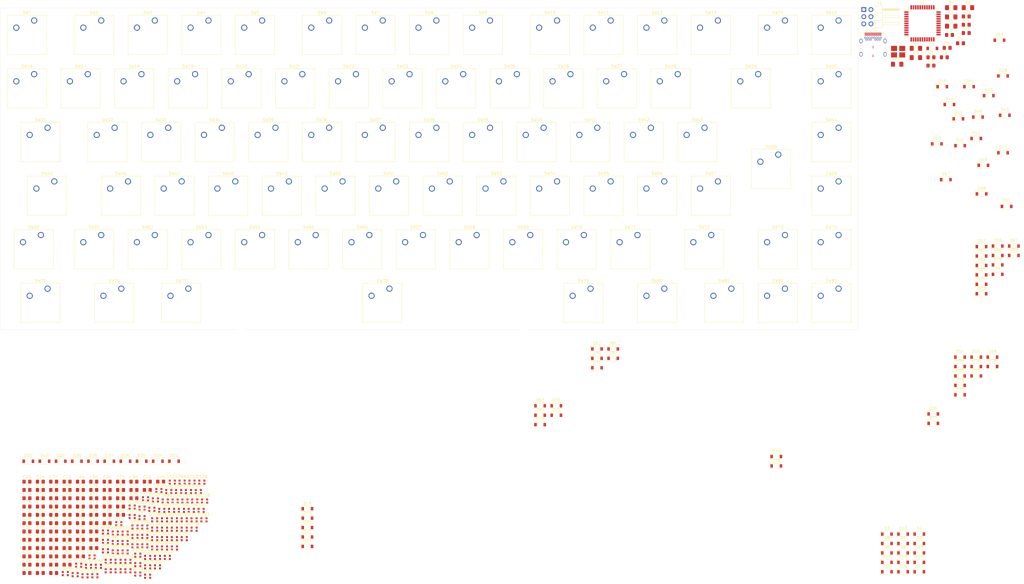
<source format=kicad_pcb>
(kicad_pcb (version 20171130) (host pcbnew 5.1.5+dfsg1-2build2)

  (general
    (thickness 1.6)
    (drawings 4)
    (tracks 0)
    (zones 0)
    (modules 353)
    (nets 217)
  )

  (page A3)
  (layers
    (0 F.Cu signal)
    (31 B.Cu signal)
    (32 B.Adhes user)
    (33 F.Adhes user)
    (34 B.Paste user)
    (35 F.Paste user)
    (36 B.SilkS user)
    (37 F.SilkS user)
    (38 B.Mask user)
    (39 F.Mask user)
    (40 Dwgs.User user)
    (41 Cmts.User user)
    (42 Eco1.User user)
    (43 Eco2.User user)
    (44 Edge.Cuts user)
    (45 Margin user)
    (46 B.CrtYd user)
    (47 F.CrtYd user)
    (48 B.Fab user)
    (49 F.Fab user)
  )

  (setup
    (last_trace_width 0.25)
    (trace_clearance 0.2)
    (zone_clearance 0.508)
    (zone_45_only no)
    (trace_min 0.2)
    (via_size 0.8)
    (via_drill 0.4)
    (via_min_size 0.6)
    (via_min_drill 0.3)
    (uvia_size 0.3)
    (uvia_drill 0.1)
    (uvias_allowed no)
    (uvia_min_size 0.2)
    (uvia_min_drill 0.1)
    (edge_width 0.05)
    (segment_width 0.2)
    (pcb_text_width 0.3)
    (pcb_text_size 1.5 1.5)
    (mod_edge_width 0.12)
    (mod_text_size 1 1)
    (mod_text_width 0.15)
    (pad_size 1.524 1.524)
    (pad_drill 0.762)
    (pad_to_mask_clearance 0.051)
    (solder_mask_min_width 0.25)
    (aux_axis_origin 0 0)
    (visible_elements FFFFF77F)
    (pcbplotparams
      (layerselection 0x010fc_ffffffff)
      (usegerberextensions false)
      (usegerberattributes false)
      (usegerberadvancedattributes false)
      (creategerberjobfile false)
      (excludeedgelayer true)
      (linewidth 0.100000)
      (plotframeref false)
      (viasonmask false)
      (mode 1)
      (useauxorigin false)
      (hpglpennumber 1)
      (hpglpenspeed 20)
      (hpglpendiameter 15.000000)
      (psnegative false)
      (psa4output false)
      (plotreference true)
      (plotvalue true)
      (plotinvisibletext false)
      (padsonsilk false)
      (subtractmaskfromsilk false)
      (outputformat 1)
      (mirror false)
      (drillshape 1)
      (scaleselection 1)
      (outputdirectory ""))
  )

  (net 0 "")
  (net 1 GND)
  (net 2 +5V)
  (net 3 "Net-(C7-Pad1)")
  (net 4 "Net-(C8-Pad2)")
  (net 5 "Net-(C9-Pad1)")
  (net 6 RST)
  (net 7 ROW0)
  (net 8 "Net-(D2-Pad2)")
  (net 9 "Net-(D3-Pad2)")
  (net 10 "Net-(D4-Pad2)")
  (net 11 "Net-(D5-Pad2)")
  (net 12 "Net-(D6-Pad2)")
  (net 13 "Net-(D7-Pad2)")
  (net 14 "Net-(D8-Pad2)")
  (net 15 "Net-(D9-Pad2)")
  (net 16 "Net-(D10-Pad2)")
  (net 17 "Net-(D11-Pad2)")
  (net 18 "Net-(D12-Pad2)")
  (net 19 "Net-(D13-Pad2)")
  (net 20 "Net-(D14-Pad2)")
  (net 21 "Net-(D15-Pad2)")
  (net 22 "Net-(D16-Pad2)")
  (net 23 ROW1)
  (net 24 "Net-(D17-Pad2)")
  (net 25 "Net-(D18-Pad2)")
  (net 26 "Net-(D19-Pad2)")
  (net 27 "Net-(D20-Pad2)")
  (net 28 "Net-(D21-Pad2)")
  (net 29 "Net-(D22-Pad2)")
  (net 30 "Net-(D23-Pad2)")
  (net 31 "Net-(D24-Pad2)")
  (net 32 "Net-(D25-Pad2)")
  (net 33 "Net-(D26-Pad2)")
  (net 34 "Net-(D27-Pad2)")
  (net 35 "Net-(D28-Pad2)")
  (net 36 "Net-(D29-Pad2)")
  (net 37 "Net-(D30-Pad2)")
  (net 38 "Net-(D31-Pad2)")
  (net 39 "Net-(D32-Pad2)")
  (net 40 ROW2)
  (net 41 "Net-(D33-Pad2)")
  (net 42 "Net-(D34-Pad2)")
  (net 43 "Net-(D35-Pad2)")
  (net 44 "Net-(D36-Pad2)")
  (net 45 "Net-(D37-Pad2)")
  (net 46 "Net-(D38-Pad2)")
  (net 47 "Net-(D39-Pad2)")
  (net 48 "Net-(D40-Pad2)")
  (net 49 "Net-(D41-Pad2)")
  (net 50 "Net-(D42-Pad2)")
  (net 51 "Net-(D43-Pad2)")
  (net 52 "Net-(D44-Pad2)")
  (net 53 "Net-(D45-Pad2)")
  (net 54 "Net-(D46-Pad2)")
  (net 55 ROW3)
  (net 56 "Net-(D47-Pad2)")
  (net 57 "Net-(D48-Pad2)")
  (net 58 "Net-(D49-Pad2)")
  (net 59 "Net-(D50-Pad2)")
  (net 60 "Net-(D51-Pad2)")
  (net 61 "Net-(D52-Pad2)")
  (net 62 "Net-(D53-Pad2)")
  (net 63 "Net-(D54-Pad2)")
  (net 64 "Net-(D55-Pad2)")
  (net 65 "Net-(D56-Pad2)")
  (net 66 "Net-(D57-Pad2)")
  (net 67 "Net-(D58-Pad2)")
  (net 68 "Net-(D59-Pad2)")
  (net 69 "Net-(D60-Pad2)")
  (net 70 ROW4)
  (net 71 "Net-(D61-Pad2)")
  (net 72 "Net-(D62-Pad2)")
  (net 73 "Net-(D63-Pad2)")
  (net 74 "Net-(D64-Pad2)")
  (net 75 "Net-(D65-Pad2)")
  (net 76 "Net-(D66-Pad2)")
  (net 77 "Net-(D67-Pad2)")
  (net 78 "Net-(D68-Pad2)")
  (net 79 "Net-(D69-Pad2)")
  (net 80 "Net-(D70-Pad2)")
  (net 81 "Net-(D71-Pad2)")
  (net 82 "Net-(D72-Pad2)")
  (net 83 "Net-(D73-Pad2)")
  (net 84 "Net-(D74-Pad2)")
  (net 85 "Net-(D75-Pad2)")
  (net 86 ROW5)
  (net 87 "Net-(D76-Pad2)")
  (net 88 "Net-(D77-Pad2)")
  (net 89 "Net-(D78-Pad2)")
  (net 90 "Net-(D79-Pad2)")
  (net 91 "Net-(D80-Pad2)")
  (net 92 "Net-(D81-Pad2)")
  (net 93 "Net-(D82-Pad2)")
  (net 94 "Net-(D83-Pad2)")
  (net 95 "Net-(D84-Pad2)")
  (net 96 "Net-(D85-Pad2)")
  (net 97 DIN)
  (net 98 "Net-(D86-Pad2)")
  (net 99 "Net-(D87-Pad2)")
  (net 100 "Net-(D88-Pad2)")
  (net 101 "Net-(D89-Pad2)")
  (net 102 "Net-(D90-Pad2)")
  (net 103 "Net-(D91-Pad2)")
  (net 104 "Net-(D92-Pad2)")
  (net 105 "Net-(D93-Pad2)")
  (net 106 "Net-(D94-Pad2)")
  (net 107 "Net-(D95-Pad2)")
  (net 108 "Net-(D96-Pad2)")
  (net 109 "Net-(D97-Pad2)")
  (net 110 "Net-(D98-Pad2)")
  (net 111 "Net-(D100-Pad4)")
  (net 112 "Net-(D100-Pad2)")
  (net 113 "Net-(D101-Pad2)")
  (net 114 "Net-(D102-Pad2)")
  (net 115 "Net-(D103-Pad2)")
  (net 116 "Net-(D104-Pad2)")
  (net 117 "Net-(D105-Pad2)")
  (net 118 "Net-(D106-Pad2)")
  (net 119 "Net-(D107-Pad2)")
  (net 120 "Net-(D108-Pad2)")
  (net 121 "Net-(D109-Pad2)")
  (net 122 "Net-(D110-Pad2)")
  (net 123 "Net-(D111-Pad2)")
  (net 124 "Net-(D112-Pad2)")
  (net 125 "Net-(D113-Pad2)")
  (net 126 "Net-(D114-Pad2)")
  (net 127 "Net-(D115-Pad2)")
  (net 128 "Net-(D116-Pad2)")
  (net 129 "Net-(D117-Pad2)")
  (net 130 "Net-(D118-Pad2)")
  (net 131 "Net-(D119-Pad2)")
  (net 132 "Net-(D120-Pad2)")
  (net 133 "Net-(D121-Pad2)")
  (net 134 "Net-(D122-Pad2)")
  (net 135 "Net-(D123-Pad2)")
  (net 136 "Net-(D124-Pad2)")
  (net 137 "Net-(D125-Pad2)")
  (net 138 "Net-(D126-Pad2)")
  (net 139 "Net-(D127-Pad2)")
  (net 140 "Net-(D128-Pad2)")
  (net 141 "Net-(D129-Pad2)")
  (net 142 "Net-(D130-Pad2)")
  (net 143 "Net-(D131-Pad2)")
  (net 144 "Net-(D132-Pad2)")
  (net 145 "Net-(D133-Pad2)")
  (net 146 "Net-(D134-Pad2)")
  (net 147 "Net-(D135-Pad2)")
  (net 148 "Net-(D136-Pad2)")
  (net 149 "Net-(D137-Pad2)")
  (net 150 "Net-(D138-Pad2)")
  (net 151 "Net-(D139-Pad2)")
  (net 152 "Net-(D140-Pad2)")
  (net 153 "Net-(D141-Pad2)")
  (net 154 "Net-(D142-Pad2)")
  (net 155 "Net-(D143-Pad2)")
  (net 156 "Net-(D144-Pad2)")
  (net 157 "Net-(D145-Pad2)")
  (net 158 "Net-(D146-Pad2)")
  (net 159 "Net-(D147-Pad2)")
  (net 160 "Net-(D148-Pad2)")
  (net 161 "Net-(D149-Pad2)")
  (net 162 "Net-(D150-Pad2)")
  (net 163 "Net-(D151-Pad2)")
  (net 164 "Net-(D152-Pad2)")
  (net 165 "Net-(D153-Pad2)")
  (net 166 "Net-(D154-Pad2)")
  (net 167 "Net-(D155-Pad2)")
  (net 168 "Net-(D156-Pad2)")
  (net 169 "Net-(D157-Pad2)")
  (net 170 "Net-(D158-Pad2)")
  (net 171 "Net-(D159-Pad2)")
  (net 172 "Net-(D160-Pad2)")
  (net 173 "Net-(D161-Pad2)")
  (net 174 "Net-(D162-Pad2)")
  (net 175 "Net-(D163-Pad2)")
  (net 176 "Net-(D164-Pad2)")
  (net 177 "Net-(D165-Pad2)")
  (net 178 "Net-(D166-Pad2)")
  (net 179 "Net-(D167-Pad2)")
  (net 180 "Net-(F1-Pad2)")
  (net 181 COL02)
  (net 182 COL00)
  (net 183 COL01)
  (net 184 "Net-(J2-PadA11)")
  (net 185 "Net-(J2-PadA10)")
  (net 186 "Net-(J2-PadA8)")
  (net 187 D-)
  (net 188 D+)
  (net 189 "Net-(J2-PadA5)")
  (net 190 "Net-(J2-PadA3)")
  (net 191 "Net-(J2-PadA2)")
  (net 192 "Net-(J2-PadB10)")
  (net 193 "Net-(J2-PadB3)")
  (net 194 "Net-(J2-PadB8)")
  (net 195 "Net-(J2-PadB5)")
  (net 196 "Net-(J2-PadB2)")
  (net 197 "Net-(J2-PadB11)")
  (net 198 "Net-(R4-Pad1)")
  (net 199 "Net-(R5-Pad2)")
  (net 200 "Net-(R6-Pad2)")
  (net 201 COL03)
  (net 202 COL04)
  (net 203 COL06)
  (net 204 COL07)
  (net 205 COL08)
  (net 206 COL09)
  (net 207 COL10)
  (net 208 COL11)
  (net 209 COL12)
  (net 210 COL13)
  (net 211 COL14)
  (net 212 COL15)
  (net 213 COL05)
  (net 214 "Net-(U1-Pad1)")
  (net 215 "Net-(U1-Pad8)")
  (net 216 "Net-(U1-Pad42)")

  (net_class Default "Dies ist die voreingestellte Netzklasse."
    (clearance 0.2)
    (trace_width 0.25)
    (via_dia 0.8)
    (via_drill 0.4)
    (uvia_dia 0.3)
    (uvia_drill 0.1)
    (add_net +5V)
    (add_net COL00)
    (add_net COL01)
    (add_net COL02)
    (add_net COL03)
    (add_net COL04)
    (add_net COL05)
    (add_net COL06)
    (add_net COL07)
    (add_net COL08)
    (add_net COL09)
    (add_net COL10)
    (add_net COL11)
    (add_net COL12)
    (add_net COL13)
    (add_net COL14)
    (add_net COL15)
    (add_net D+)
    (add_net D-)
    (add_net DIN)
    (add_net GND)
    (add_net "Net-(C7-Pad1)")
    (add_net "Net-(C8-Pad2)")
    (add_net "Net-(C9-Pad1)")
    (add_net "Net-(D10-Pad2)")
    (add_net "Net-(D100-Pad2)")
    (add_net "Net-(D100-Pad4)")
    (add_net "Net-(D101-Pad2)")
    (add_net "Net-(D102-Pad2)")
    (add_net "Net-(D103-Pad2)")
    (add_net "Net-(D104-Pad2)")
    (add_net "Net-(D105-Pad2)")
    (add_net "Net-(D106-Pad2)")
    (add_net "Net-(D107-Pad2)")
    (add_net "Net-(D108-Pad2)")
    (add_net "Net-(D109-Pad2)")
    (add_net "Net-(D11-Pad2)")
    (add_net "Net-(D110-Pad2)")
    (add_net "Net-(D111-Pad2)")
    (add_net "Net-(D112-Pad2)")
    (add_net "Net-(D113-Pad2)")
    (add_net "Net-(D114-Pad2)")
    (add_net "Net-(D115-Pad2)")
    (add_net "Net-(D116-Pad2)")
    (add_net "Net-(D117-Pad2)")
    (add_net "Net-(D118-Pad2)")
    (add_net "Net-(D119-Pad2)")
    (add_net "Net-(D12-Pad2)")
    (add_net "Net-(D120-Pad2)")
    (add_net "Net-(D121-Pad2)")
    (add_net "Net-(D122-Pad2)")
    (add_net "Net-(D123-Pad2)")
    (add_net "Net-(D124-Pad2)")
    (add_net "Net-(D125-Pad2)")
    (add_net "Net-(D126-Pad2)")
    (add_net "Net-(D127-Pad2)")
    (add_net "Net-(D128-Pad2)")
    (add_net "Net-(D129-Pad2)")
    (add_net "Net-(D13-Pad2)")
    (add_net "Net-(D130-Pad2)")
    (add_net "Net-(D131-Pad2)")
    (add_net "Net-(D132-Pad2)")
    (add_net "Net-(D133-Pad2)")
    (add_net "Net-(D134-Pad2)")
    (add_net "Net-(D135-Pad2)")
    (add_net "Net-(D136-Pad2)")
    (add_net "Net-(D137-Pad2)")
    (add_net "Net-(D138-Pad2)")
    (add_net "Net-(D139-Pad2)")
    (add_net "Net-(D14-Pad2)")
    (add_net "Net-(D140-Pad2)")
    (add_net "Net-(D141-Pad2)")
    (add_net "Net-(D142-Pad2)")
    (add_net "Net-(D143-Pad2)")
    (add_net "Net-(D144-Pad2)")
    (add_net "Net-(D145-Pad2)")
    (add_net "Net-(D146-Pad2)")
    (add_net "Net-(D147-Pad2)")
    (add_net "Net-(D148-Pad2)")
    (add_net "Net-(D149-Pad2)")
    (add_net "Net-(D15-Pad2)")
    (add_net "Net-(D150-Pad2)")
    (add_net "Net-(D151-Pad2)")
    (add_net "Net-(D152-Pad2)")
    (add_net "Net-(D153-Pad2)")
    (add_net "Net-(D154-Pad2)")
    (add_net "Net-(D155-Pad2)")
    (add_net "Net-(D156-Pad2)")
    (add_net "Net-(D157-Pad2)")
    (add_net "Net-(D158-Pad2)")
    (add_net "Net-(D159-Pad2)")
    (add_net "Net-(D16-Pad2)")
    (add_net "Net-(D160-Pad2)")
    (add_net "Net-(D161-Pad2)")
    (add_net "Net-(D162-Pad2)")
    (add_net "Net-(D163-Pad2)")
    (add_net "Net-(D164-Pad2)")
    (add_net "Net-(D165-Pad2)")
    (add_net "Net-(D166-Pad2)")
    (add_net "Net-(D167-Pad2)")
    (add_net "Net-(D17-Pad2)")
    (add_net "Net-(D18-Pad2)")
    (add_net "Net-(D19-Pad2)")
    (add_net "Net-(D2-Pad2)")
    (add_net "Net-(D20-Pad2)")
    (add_net "Net-(D21-Pad2)")
    (add_net "Net-(D22-Pad2)")
    (add_net "Net-(D23-Pad2)")
    (add_net "Net-(D24-Pad2)")
    (add_net "Net-(D25-Pad2)")
    (add_net "Net-(D26-Pad2)")
    (add_net "Net-(D27-Pad2)")
    (add_net "Net-(D28-Pad2)")
    (add_net "Net-(D29-Pad2)")
    (add_net "Net-(D3-Pad2)")
    (add_net "Net-(D30-Pad2)")
    (add_net "Net-(D31-Pad2)")
    (add_net "Net-(D32-Pad2)")
    (add_net "Net-(D33-Pad2)")
    (add_net "Net-(D34-Pad2)")
    (add_net "Net-(D35-Pad2)")
    (add_net "Net-(D36-Pad2)")
    (add_net "Net-(D37-Pad2)")
    (add_net "Net-(D38-Pad2)")
    (add_net "Net-(D39-Pad2)")
    (add_net "Net-(D4-Pad2)")
    (add_net "Net-(D40-Pad2)")
    (add_net "Net-(D41-Pad2)")
    (add_net "Net-(D42-Pad2)")
    (add_net "Net-(D43-Pad2)")
    (add_net "Net-(D44-Pad2)")
    (add_net "Net-(D45-Pad2)")
    (add_net "Net-(D46-Pad2)")
    (add_net "Net-(D47-Pad2)")
    (add_net "Net-(D48-Pad2)")
    (add_net "Net-(D49-Pad2)")
    (add_net "Net-(D5-Pad2)")
    (add_net "Net-(D50-Pad2)")
    (add_net "Net-(D51-Pad2)")
    (add_net "Net-(D52-Pad2)")
    (add_net "Net-(D53-Pad2)")
    (add_net "Net-(D54-Pad2)")
    (add_net "Net-(D55-Pad2)")
    (add_net "Net-(D56-Pad2)")
    (add_net "Net-(D57-Pad2)")
    (add_net "Net-(D58-Pad2)")
    (add_net "Net-(D59-Pad2)")
    (add_net "Net-(D6-Pad2)")
    (add_net "Net-(D60-Pad2)")
    (add_net "Net-(D61-Pad2)")
    (add_net "Net-(D62-Pad2)")
    (add_net "Net-(D63-Pad2)")
    (add_net "Net-(D64-Pad2)")
    (add_net "Net-(D65-Pad2)")
    (add_net "Net-(D66-Pad2)")
    (add_net "Net-(D67-Pad2)")
    (add_net "Net-(D68-Pad2)")
    (add_net "Net-(D69-Pad2)")
    (add_net "Net-(D7-Pad2)")
    (add_net "Net-(D70-Pad2)")
    (add_net "Net-(D71-Pad2)")
    (add_net "Net-(D72-Pad2)")
    (add_net "Net-(D73-Pad2)")
    (add_net "Net-(D74-Pad2)")
    (add_net "Net-(D75-Pad2)")
    (add_net "Net-(D76-Pad2)")
    (add_net "Net-(D77-Pad2)")
    (add_net "Net-(D78-Pad2)")
    (add_net "Net-(D79-Pad2)")
    (add_net "Net-(D8-Pad2)")
    (add_net "Net-(D80-Pad2)")
    (add_net "Net-(D81-Pad2)")
    (add_net "Net-(D82-Pad2)")
    (add_net "Net-(D83-Pad2)")
    (add_net "Net-(D84-Pad2)")
    (add_net "Net-(D85-Pad2)")
    (add_net "Net-(D86-Pad2)")
    (add_net "Net-(D87-Pad2)")
    (add_net "Net-(D88-Pad2)")
    (add_net "Net-(D89-Pad2)")
    (add_net "Net-(D9-Pad2)")
    (add_net "Net-(D90-Pad2)")
    (add_net "Net-(D91-Pad2)")
    (add_net "Net-(D92-Pad2)")
    (add_net "Net-(D93-Pad2)")
    (add_net "Net-(D94-Pad2)")
    (add_net "Net-(D95-Pad2)")
    (add_net "Net-(D96-Pad2)")
    (add_net "Net-(D97-Pad2)")
    (add_net "Net-(D98-Pad2)")
    (add_net "Net-(F1-Pad2)")
    (add_net "Net-(J2-PadA10)")
    (add_net "Net-(J2-PadA11)")
    (add_net "Net-(J2-PadA2)")
    (add_net "Net-(J2-PadA3)")
    (add_net "Net-(J2-PadA5)")
    (add_net "Net-(J2-PadA8)")
    (add_net "Net-(J2-PadB10)")
    (add_net "Net-(J2-PadB11)")
    (add_net "Net-(J2-PadB2)")
    (add_net "Net-(J2-PadB3)")
    (add_net "Net-(J2-PadB5)")
    (add_net "Net-(J2-PadB8)")
    (add_net "Net-(R4-Pad1)")
    (add_net "Net-(R5-Pad2)")
    (add_net "Net-(R6-Pad2)")
    (add_net "Net-(U1-Pad1)")
    (add_net "Net-(U1-Pad42)")
    (add_net "Net-(U1-Pad8)")
    (add_net ROW0)
    (add_net ROW1)
    (add_net ROW2)
    (add_net ROW3)
    (add_net ROW4)
    (add_net ROW5)
    (add_net RST)
  )

  (module Capacitor_SMD:C_0805_2012Metric_Pad1.15x1.40mm_HandSolder (layer F.Cu) (tedit 5B36C52B) (tstamp 5F15EB18)
    (at 368.725001 55.605001)
    (descr "Capacitor SMD 0805 (2012 Metric), square (rectangular) end terminal, IPC_7351 nominal with elongated pad for handsoldering. (Body size source: https://docs.google.com/spreadsheets/d/1BsfQQcO9C6DZCsRaXUlFlo91Tg2WpOkGARC1WS5S8t0/edit?usp=sharing), generated with kicad-footprint-generator")
    (tags "capacitor handsolder")
    (path /5F92990D)
    (attr smd)
    (fp_text reference C1 (at 0 -1.65) (layer F.SilkS)
      (effects (font (size 1 1) (thickness 0.15)))
    )
    (fp_text value 0.1uF (at 0 1.65) (layer F.Fab)
      (effects (font (size 1 1) (thickness 0.15)))
    )
    (fp_text user %R (at 0 0) (layer F.Fab)
      (effects (font (size 0.5 0.5) (thickness 0.08)))
    )
    (fp_line (start 1.85 0.95) (end -1.85 0.95) (layer F.CrtYd) (width 0.05))
    (fp_line (start 1.85 -0.95) (end 1.85 0.95) (layer F.CrtYd) (width 0.05))
    (fp_line (start -1.85 -0.95) (end 1.85 -0.95) (layer F.CrtYd) (width 0.05))
    (fp_line (start -1.85 0.95) (end -1.85 -0.95) (layer F.CrtYd) (width 0.05))
    (fp_line (start -0.261252 0.71) (end 0.261252 0.71) (layer F.SilkS) (width 0.12))
    (fp_line (start -0.261252 -0.71) (end 0.261252 -0.71) (layer F.SilkS) (width 0.12))
    (fp_line (start 1 0.6) (end -1 0.6) (layer F.Fab) (width 0.1))
    (fp_line (start 1 -0.6) (end 1 0.6) (layer F.Fab) (width 0.1))
    (fp_line (start -1 -0.6) (end 1 -0.6) (layer F.Fab) (width 0.1))
    (fp_line (start -1 0.6) (end -1 -0.6) (layer F.Fab) (width 0.1))
    (pad 2 smd roundrect (at 1.025 0) (size 1.15 1.4) (layers F.Cu F.Paste F.Mask) (roundrect_rratio 0.217391)
      (net 1 GND))
    (pad 1 smd roundrect (at -1.025 0) (size 1.15 1.4) (layers F.Cu F.Paste F.Mask) (roundrect_rratio 0.217391)
      (net 2 +5V))
    (model ${KISYS3DMOD}/Capacitor_SMD.3dshapes/C_0805_2012Metric.wrl
      (at (xyz 0 0 0))
      (scale (xyz 1 1 1))
      (rotate (xyz 0 0 0))
    )
  )

  (module Capacitor_SMD:C_0805_2012Metric_Pad1.15x1.40mm_HandSolder (layer F.Cu) (tedit 5B36C52B) (tstamp 5F15EB29)
    (at 381.265001 41.095001)
    (descr "Capacitor SMD 0805 (2012 Metric), square (rectangular) end terminal, IPC_7351 nominal with elongated pad for handsoldering. (Body size source: https://docs.google.com/spreadsheets/d/1BsfQQcO9C6DZCsRaXUlFlo91Tg2WpOkGARC1WS5S8t0/edit?usp=sharing), generated with kicad-footprint-generator")
    (tags "capacitor handsolder")
    (path /5EFFF252)
    (attr smd)
    (fp_text reference C2 (at 0 -1.65) (layer F.SilkS)
      (effects (font (size 1 1) (thickness 0.15)))
    )
    (fp_text value 0.1uF (at 0 1.65) (layer F.Fab)
      (effects (font (size 1 1) (thickness 0.15)))
    )
    (fp_text user %R (at 0 0) (layer F.Fab)
      (effects (font (size 0.5 0.5) (thickness 0.08)))
    )
    (fp_line (start 1.85 0.95) (end -1.85 0.95) (layer F.CrtYd) (width 0.05))
    (fp_line (start 1.85 -0.95) (end 1.85 0.95) (layer F.CrtYd) (width 0.05))
    (fp_line (start -1.85 -0.95) (end 1.85 -0.95) (layer F.CrtYd) (width 0.05))
    (fp_line (start -1.85 0.95) (end -1.85 -0.95) (layer F.CrtYd) (width 0.05))
    (fp_line (start -0.261252 0.71) (end 0.261252 0.71) (layer F.SilkS) (width 0.12))
    (fp_line (start -0.261252 -0.71) (end 0.261252 -0.71) (layer F.SilkS) (width 0.12))
    (fp_line (start 1 0.6) (end -1 0.6) (layer F.Fab) (width 0.1))
    (fp_line (start 1 -0.6) (end 1 0.6) (layer F.Fab) (width 0.1))
    (fp_line (start -1 -0.6) (end 1 -0.6) (layer F.Fab) (width 0.1))
    (fp_line (start -1 0.6) (end -1 -0.6) (layer F.Fab) (width 0.1))
    (pad 2 smd roundrect (at 1.025 0) (size 1.15 1.4) (layers F.Cu F.Paste F.Mask) (roundrect_rratio 0.217391)
      (net 1 GND))
    (pad 1 smd roundrect (at -1.025 0) (size 1.15 1.4) (layers F.Cu F.Paste F.Mask) (roundrect_rratio 0.217391)
      (net 2 +5V))
    (model ${KISYS3DMOD}/Capacitor_SMD.3dshapes/C_0805_2012Metric.wrl
      (at (xyz 0 0 0))
      (scale (xyz 1 1 1))
      (rotate (xyz 0 0 0))
    )
  )

  (module Capacitor_SMD:C_0805_2012Metric_Pad1.15x1.40mm_HandSolder (layer F.Cu) (tedit 5B36C52B) (tstamp 5F15EB3A)
    (at 375.315001 47.675001)
    (descr "Capacitor SMD 0805 (2012 Metric), square (rectangular) end terminal, IPC_7351 nominal with elongated pad for handsoldering. (Body size source: https://docs.google.com/spreadsheets/d/1BsfQQcO9C6DZCsRaXUlFlo91Tg2WpOkGARC1WS5S8t0/edit?usp=sharing), generated with kicad-footprint-generator")
    (tags "capacitor handsolder")
    (path /5F00AFA0)
    (attr smd)
    (fp_text reference C3 (at 0 -1.65) (layer F.SilkS)
      (effects (font (size 1 1) (thickness 0.15)))
    )
    (fp_text value 0.1uF (at 0 1.65) (layer F.Fab)
      (effects (font (size 1 1) (thickness 0.15)))
    )
    (fp_text user %R (at 0 0) (layer F.Fab)
      (effects (font (size 0.5 0.5) (thickness 0.08)))
    )
    (fp_line (start 1.85 0.95) (end -1.85 0.95) (layer F.CrtYd) (width 0.05))
    (fp_line (start 1.85 -0.95) (end 1.85 0.95) (layer F.CrtYd) (width 0.05))
    (fp_line (start -1.85 -0.95) (end 1.85 -0.95) (layer F.CrtYd) (width 0.05))
    (fp_line (start -1.85 0.95) (end -1.85 -0.95) (layer F.CrtYd) (width 0.05))
    (fp_line (start -0.261252 0.71) (end 0.261252 0.71) (layer F.SilkS) (width 0.12))
    (fp_line (start -0.261252 -0.71) (end 0.261252 -0.71) (layer F.SilkS) (width 0.12))
    (fp_line (start 1 0.6) (end -1 0.6) (layer F.Fab) (width 0.1))
    (fp_line (start 1 -0.6) (end 1 0.6) (layer F.Fab) (width 0.1))
    (fp_line (start -1 -0.6) (end 1 -0.6) (layer F.Fab) (width 0.1))
    (fp_line (start -1 0.6) (end -1 -0.6) (layer F.Fab) (width 0.1))
    (pad 2 smd roundrect (at 1.025 0) (size 1.15 1.4) (layers F.Cu F.Paste F.Mask) (roundrect_rratio 0.217391)
      (net 1 GND))
    (pad 1 smd roundrect (at -1.025 0) (size 1.15 1.4) (layers F.Cu F.Paste F.Mask) (roundrect_rratio 0.217391)
      (net 2 +5V))
    (model ${KISYS3DMOD}/Capacitor_SMD.3dshapes/C_0805_2012Metric.wrl
      (at (xyz 0 0 0))
      (scale (xyz 1 1 1))
      (rotate (xyz 0 0 0))
    )
  )

  (module Capacitor_SMD:C_0805_2012Metric_Pad1.15x1.40mm_HandSolder (layer F.Cu) (tedit 5B36C52B) (tstamp 5F15EB4B)
    (at 379.225001 50.625001)
    (descr "Capacitor SMD 0805 (2012 Metric), square (rectangular) end terminal, IPC_7351 nominal with elongated pad for handsoldering. (Body size source: https://docs.google.com/spreadsheets/d/1BsfQQcO9C6DZCsRaXUlFlo91Tg2WpOkGARC1WS5S8t0/edit?usp=sharing), generated with kicad-footprint-generator")
    (tags "capacitor handsolder")
    (path /5F00B4C3)
    (attr smd)
    (fp_text reference C4 (at 0 -1.65) (layer F.SilkS)
      (effects (font (size 1 1) (thickness 0.15)))
    )
    (fp_text value 0.1uF (at 0 1.65) (layer F.Fab)
      (effects (font (size 1 1) (thickness 0.15)))
    )
    (fp_line (start -1 0.6) (end -1 -0.6) (layer F.Fab) (width 0.1))
    (fp_line (start -1 -0.6) (end 1 -0.6) (layer F.Fab) (width 0.1))
    (fp_line (start 1 -0.6) (end 1 0.6) (layer F.Fab) (width 0.1))
    (fp_line (start 1 0.6) (end -1 0.6) (layer F.Fab) (width 0.1))
    (fp_line (start -0.261252 -0.71) (end 0.261252 -0.71) (layer F.SilkS) (width 0.12))
    (fp_line (start -0.261252 0.71) (end 0.261252 0.71) (layer F.SilkS) (width 0.12))
    (fp_line (start -1.85 0.95) (end -1.85 -0.95) (layer F.CrtYd) (width 0.05))
    (fp_line (start -1.85 -0.95) (end 1.85 -0.95) (layer F.CrtYd) (width 0.05))
    (fp_line (start 1.85 -0.95) (end 1.85 0.95) (layer F.CrtYd) (width 0.05))
    (fp_line (start 1.85 0.95) (end -1.85 0.95) (layer F.CrtYd) (width 0.05))
    (fp_text user %R (at 0 0) (layer F.Fab)
      (effects (font (size 0.5 0.5) (thickness 0.08)))
    )
    (pad 1 smd roundrect (at -1.025 0) (size 1.15 1.4) (layers F.Cu F.Paste F.Mask) (roundrect_rratio 0.217391)
      (net 2 +5V))
    (pad 2 smd roundrect (at 1.025 0) (size 1.15 1.4) (layers F.Cu F.Paste F.Mask) (roundrect_rratio 0.217391)
      (net 1 GND))
    (model ${KISYS3DMOD}/Capacitor_SMD.3dshapes/C_0805_2012Metric.wrl
      (at (xyz 0 0 0))
      (scale (xyz 1 1 1))
      (rotate (xyz 0 0 0))
    )
  )

  (module Capacitor_SMD:C_0805_2012Metric_Pad1.15x1.40mm_HandSolder (layer F.Cu) (tedit 5B36C52B) (tstamp 5F15EB5C)
    (at 381.265001 46.995001)
    (descr "Capacitor SMD 0805 (2012 Metric), square (rectangular) end terminal, IPC_7351 nominal with elongated pad for handsoldering. (Body size source: https://docs.google.com/spreadsheets/d/1BsfQQcO9C6DZCsRaXUlFlo91Tg2WpOkGARC1WS5S8t0/edit?usp=sharing), generated with kicad-footprint-generator")
    (tags "capacitor handsolder")
    (path /5F92A552)
    (attr smd)
    (fp_text reference C5 (at 0 -1.65) (layer F.SilkS)
      (effects (font (size 1 1) (thickness 0.15)))
    )
    (fp_text value 0.1uF (at 0 1.65) (layer F.Fab)
      (effects (font (size 1 1) (thickness 0.15)))
    )
    (fp_text user %R (at 0 0) (layer F.Fab)
      (effects (font (size 0.5 0.5) (thickness 0.08)))
    )
    (fp_line (start 1.85 0.95) (end -1.85 0.95) (layer F.CrtYd) (width 0.05))
    (fp_line (start 1.85 -0.95) (end 1.85 0.95) (layer F.CrtYd) (width 0.05))
    (fp_line (start -1.85 -0.95) (end 1.85 -0.95) (layer F.CrtYd) (width 0.05))
    (fp_line (start -1.85 0.95) (end -1.85 -0.95) (layer F.CrtYd) (width 0.05))
    (fp_line (start -0.261252 0.71) (end 0.261252 0.71) (layer F.SilkS) (width 0.12))
    (fp_line (start -0.261252 -0.71) (end 0.261252 -0.71) (layer F.SilkS) (width 0.12))
    (fp_line (start 1 0.6) (end -1 0.6) (layer F.Fab) (width 0.1))
    (fp_line (start 1 -0.6) (end 1 0.6) (layer F.Fab) (width 0.1))
    (fp_line (start -1 -0.6) (end 1 -0.6) (layer F.Fab) (width 0.1))
    (fp_line (start -1 0.6) (end -1 -0.6) (layer F.Fab) (width 0.1))
    (pad 2 smd roundrect (at 1.025 0) (size 1.15 1.4) (layers F.Cu F.Paste F.Mask) (roundrect_rratio 0.217391)
      (net 1 GND))
    (pad 1 smd roundrect (at -1.025 0) (size 1.15 1.4) (layers F.Cu F.Paste F.Mask) (roundrect_rratio 0.217391)
      (net 2 +5V))
    (model ${KISYS3DMOD}/Capacitor_SMD.3dshapes/C_0805_2012Metric.wrl
      (at (xyz 0 0 0))
      (scale (xyz 1 1 1))
      (rotate (xyz 0 0 0))
    )
  )

  (module Capacitor_SMD:C_0805_2012Metric_Pad1.15x1.40mm_HandSolder (layer F.Cu) (tedit 5B36C52B) (tstamp 5F15EB6D)
    (at 373.475001 55.605001)
    (descr "Capacitor SMD 0805 (2012 Metric), square (rectangular) end terminal, IPC_7351 nominal with elongated pad for handsoldering. (Body size source: https://docs.google.com/spreadsheets/d/1BsfQQcO9C6DZCsRaXUlFlo91Tg2WpOkGARC1WS5S8t0/edit?usp=sharing), generated with kicad-footprint-generator")
    (tags "capacitor handsolder")
    (path /5F007EF5)
    (attr smd)
    (fp_text reference C6 (at 0 -1.65) (layer F.SilkS)
      (effects (font (size 1 1) (thickness 0.15)))
    )
    (fp_text value 10uF (at 0 1.65) (layer F.Fab)
      (effects (font (size 1 1) (thickness 0.15)))
    )
    (fp_line (start -1 0.6) (end -1 -0.6) (layer F.Fab) (width 0.1))
    (fp_line (start -1 -0.6) (end 1 -0.6) (layer F.Fab) (width 0.1))
    (fp_line (start 1 -0.6) (end 1 0.6) (layer F.Fab) (width 0.1))
    (fp_line (start 1 0.6) (end -1 0.6) (layer F.Fab) (width 0.1))
    (fp_line (start -0.261252 -0.71) (end 0.261252 -0.71) (layer F.SilkS) (width 0.12))
    (fp_line (start -0.261252 0.71) (end 0.261252 0.71) (layer F.SilkS) (width 0.12))
    (fp_line (start -1.85 0.95) (end -1.85 -0.95) (layer F.CrtYd) (width 0.05))
    (fp_line (start -1.85 -0.95) (end 1.85 -0.95) (layer F.CrtYd) (width 0.05))
    (fp_line (start 1.85 -0.95) (end 1.85 0.95) (layer F.CrtYd) (width 0.05))
    (fp_line (start 1.85 0.95) (end -1.85 0.95) (layer F.CrtYd) (width 0.05))
    (fp_text user %R (at 0 0) (layer F.Fab)
      (effects (font (size 0.5 0.5) (thickness 0.08)))
    )
    (pad 1 smd roundrect (at -1.025 0) (size 1.15 1.4) (layers F.Cu F.Paste F.Mask) (roundrect_rratio 0.217391)
      (net 2 +5V))
    (pad 2 smd roundrect (at 1.025 0) (size 1.15 1.4) (layers F.Cu F.Paste F.Mask) (roundrect_rratio 0.217391)
      (net 1 GND))
    (model ${KISYS3DMOD}/Capacitor_SMD.3dshapes/C_0805_2012Metric.wrl
      (at (xyz 0 0 0))
      (scale (xyz 1 1 1))
      (rotate (xyz 0 0 0))
    )
  )

  (module Capacitor_SMD:C_0805_2012Metric_Pad1.15x1.40mm_HandSolder (layer F.Cu) (tedit 5B36C52B) (tstamp 5F15EB7E)
    (at 368.725001 58.555001)
    (descr "Capacitor SMD 0805 (2012 Metric), square (rectangular) end terminal, IPC_7351 nominal with elongated pad for handsoldering. (Body size source: https://docs.google.com/spreadsheets/d/1BsfQQcO9C6DZCsRaXUlFlo91Tg2WpOkGARC1WS5S8t0/edit?usp=sharing), generated with kicad-footprint-generator")
    (tags "capacitor handsolder")
    (path /5F0786B1)
    (attr smd)
    (fp_text reference C7 (at 0 -1.65) (layer F.SilkS)
      (effects (font (size 1 1) (thickness 0.15)))
    )
    (fp_text value 22pF (at 0 1.65) (layer F.Fab)
      (effects (font (size 1 1) (thickness 0.15)))
    )
    (fp_text user %R (at 0 0) (layer F.Fab)
      (effects (font (size 0.5 0.5) (thickness 0.08)))
    )
    (fp_line (start 1.85 0.95) (end -1.85 0.95) (layer F.CrtYd) (width 0.05))
    (fp_line (start 1.85 -0.95) (end 1.85 0.95) (layer F.CrtYd) (width 0.05))
    (fp_line (start -1.85 -0.95) (end 1.85 -0.95) (layer F.CrtYd) (width 0.05))
    (fp_line (start -1.85 0.95) (end -1.85 -0.95) (layer F.CrtYd) (width 0.05))
    (fp_line (start -0.261252 0.71) (end 0.261252 0.71) (layer F.SilkS) (width 0.12))
    (fp_line (start -0.261252 -0.71) (end 0.261252 -0.71) (layer F.SilkS) (width 0.12))
    (fp_line (start 1 0.6) (end -1 0.6) (layer F.Fab) (width 0.1))
    (fp_line (start 1 -0.6) (end 1 0.6) (layer F.Fab) (width 0.1))
    (fp_line (start -1 -0.6) (end 1 -0.6) (layer F.Fab) (width 0.1))
    (fp_line (start -1 0.6) (end -1 -0.6) (layer F.Fab) (width 0.1))
    (pad 2 smd roundrect (at 1.025 0) (size 1.15 1.4) (layers F.Cu F.Paste F.Mask) (roundrect_rratio 0.217391)
      (net 1 GND))
    (pad 1 smd roundrect (at -1.025 0) (size 1.15 1.4) (layers F.Cu F.Paste F.Mask) (roundrect_rratio 0.217391)
      (net 3 "Net-(C7-Pad1)"))
    (model ${KISYS3DMOD}/Capacitor_SMD.3dshapes/C_0805_2012Metric.wrl
      (at (xyz 0 0 0))
      (scale (xyz 1 1 1))
      (rotate (xyz 0 0 0))
    )
  )

  (module Capacitor_SMD:C_0805_2012Metric_Pad1.15x1.40mm_HandSolder (layer F.Cu) (tedit 5B36C52B) (tstamp 5F15EB8F)
    (at 374.475001 52.255001)
    (descr "Capacitor SMD 0805 (2012 Metric), square (rectangular) end terminal, IPC_7351 nominal with elongated pad for handsoldering. (Body size source: https://docs.google.com/spreadsheets/d/1BsfQQcO9C6DZCsRaXUlFlo91Tg2WpOkGARC1WS5S8t0/edit?usp=sharing), generated with kicad-footprint-generator")
    (tags "capacitor handsolder")
    (path /5F0BA64F)
    (attr smd)
    (fp_text reference C8 (at 0 -1.65) (layer F.SilkS)
      (effects (font (size 1 1) (thickness 0.15)))
    )
    (fp_text value 22pF (at 0 1.65) (layer F.Fab)
      (effects (font (size 1 1) (thickness 0.15)))
    )
    (fp_text user %R (at 0 0) (layer F.Fab)
      (effects (font (size 0.5 0.5) (thickness 0.08)))
    )
    (fp_line (start 1.85 0.95) (end -1.85 0.95) (layer F.CrtYd) (width 0.05))
    (fp_line (start 1.85 -0.95) (end 1.85 0.95) (layer F.CrtYd) (width 0.05))
    (fp_line (start -1.85 -0.95) (end 1.85 -0.95) (layer F.CrtYd) (width 0.05))
    (fp_line (start -1.85 0.95) (end -1.85 -0.95) (layer F.CrtYd) (width 0.05))
    (fp_line (start -0.261252 0.71) (end 0.261252 0.71) (layer F.SilkS) (width 0.12))
    (fp_line (start -0.261252 -0.71) (end 0.261252 -0.71) (layer F.SilkS) (width 0.12))
    (fp_line (start 1 0.6) (end -1 0.6) (layer F.Fab) (width 0.1))
    (fp_line (start 1 -0.6) (end 1 0.6) (layer F.Fab) (width 0.1))
    (fp_line (start -1 -0.6) (end 1 -0.6) (layer F.Fab) (width 0.1))
    (fp_line (start -1 0.6) (end -1 -0.6) (layer F.Fab) (width 0.1))
    (pad 2 smd roundrect (at 1.025 0) (size 1.15 1.4) (layers F.Cu F.Paste F.Mask) (roundrect_rratio 0.217391)
      (net 4 "Net-(C8-Pad2)"))
    (pad 1 smd roundrect (at -1.025 0) (size 1.15 1.4) (layers F.Cu F.Paste F.Mask) (roundrect_rratio 0.217391)
      (net 1 GND))
    (model ${KISYS3DMOD}/Capacitor_SMD.3dshapes/C_0805_2012Metric.wrl
      (at (xyz 0 0 0))
      (scale (xyz 1 1 1))
      (rotate (xyz 0 0 0))
    )
  )

  (module Capacitor_SMD:C_0805_2012Metric_Pad1.15x1.40mm_HandSolder (layer F.Cu) (tedit 5B36C52B) (tstamp 5F15EBA0)
    (at 381.265001 44.045001)
    (descr "Capacitor SMD 0805 (2012 Metric), square (rectangular) end terminal, IPC_7351 nominal with elongated pad for handsoldering. (Body size source: https://docs.google.com/spreadsheets/d/1BsfQQcO9C6DZCsRaXUlFlo91Tg2WpOkGARC1WS5S8t0/edit?usp=sharing), generated with kicad-footprint-generator")
    (tags "capacitor handsolder")
    (path /5F049C39)
    (attr smd)
    (fp_text reference C9 (at 0 -1.65) (layer F.SilkS)
      (effects (font (size 1 1) (thickness 0.15)))
    )
    (fp_text value 1uF (at 0 1.65) (layer F.Fab)
      (effects (font (size 1 1) (thickness 0.15)))
    )
    (fp_line (start -1 0.6) (end -1 -0.6) (layer F.Fab) (width 0.1))
    (fp_line (start -1 -0.6) (end 1 -0.6) (layer F.Fab) (width 0.1))
    (fp_line (start 1 -0.6) (end 1 0.6) (layer F.Fab) (width 0.1))
    (fp_line (start 1 0.6) (end -1 0.6) (layer F.Fab) (width 0.1))
    (fp_line (start -0.261252 -0.71) (end 0.261252 -0.71) (layer F.SilkS) (width 0.12))
    (fp_line (start -0.261252 0.71) (end 0.261252 0.71) (layer F.SilkS) (width 0.12))
    (fp_line (start -1.85 0.95) (end -1.85 -0.95) (layer F.CrtYd) (width 0.05))
    (fp_line (start -1.85 -0.95) (end 1.85 -0.95) (layer F.CrtYd) (width 0.05))
    (fp_line (start 1.85 -0.95) (end 1.85 0.95) (layer F.CrtYd) (width 0.05))
    (fp_line (start 1.85 0.95) (end -1.85 0.95) (layer F.CrtYd) (width 0.05))
    (fp_text user %R (at 0 0) (layer F.Fab)
      (effects (font (size 0.5 0.5) (thickness 0.08)))
    )
    (pad 1 smd roundrect (at -1.025 0) (size 1.15 1.4) (layers F.Cu F.Paste F.Mask) (roundrect_rratio 0.217391)
      (net 5 "Net-(C9-Pad1)"))
    (pad 2 smd roundrect (at 1.025 0) (size 1.15 1.4) (layers F.Cu F.Paste F.Mask) (roundrect_rratio 0.217391)
      (net 1 GND))
    (model ${KISYS3DMOD}/Capacitor_SMD.3dshapes/C_0805_2012Metric.wrl
      (at (xyz 0 0 0))
      (scale (xyz 1 1 1))
      (rotate (xyz 0 0 0))
    )
  )

  (module Capacitor_SMD:C_0805_2012Metric_Pad1.15x1.40mm_HandSolder (layer F.Cu) (tedit 5B36C52B) (tstamp 5F15EBB1)
    (at 76.095001 215.205001)
    (descr "Capacitor SMD 0805 (2012 Metric), square (rectangular) end terminal, IPC_7351 nominal with elongated pad for handsoldering. (Body size source: https://docs.google.com/spreadsheets/d/1BsfQQcO9C6DZCsRaXUlFlo91Tg2WpOkGARC1WS5S8t0/edit?usp=sharing), generated with kicad-footprint-generator")
    (tags "capacitor handsolder")
    (path /5F949B9C/5FD1B778)
    (attr smd)
    (fp_text reference C10 (at 0 -1.65) (layer F.SilkS)
      (effects (font (size 1 1) (thickness 0.15)))
    )
    (fp_text value 0.1uF (at 0 1.65) (layer F.Fab)
      (effects (font (size 1 1) (thickness 0.15)))
    )
    (fp_text user %R (at 0 0) (layer F.Fab)
      (effects (font (size 0.5 0.5) (thickness 0.08)))
    )
    (fp_line (start 1.85 0.95) (end -1.85 0.95) (layer F.CrtYd) (width 0.05))
    (fp_line (start 1.85 -0.95) (end 1.85 0.95) (layer F.CrtYd) (width 0.05))
    (fp_line (start -1.85 -0.95) (end 1.85 -0.95) (layer F.CrtYd) (width 0.05))
    (fp_line (start -1.85 0.95) (end -1.85 -0.95) (layer F.CrtYd) (width 0.05))
    (fp_line (start -0.261252 0.71) (end 0.261252 0.71) (layer F.SilkS) (width 0.12))
    (fp_line (start -0.261252 -0.71) (end 0.261252 -0.71) (layer F.SilkS) (width 0.12))
    (fp_line (start 1 0.6) (end -1 0.6) (layer F.Fab) (width 0.1))
    (fp_line (start 1 -0.6) (end 1 0.6) (layer F.Fab) (width 0.1))
    (fp_line (start -1 -0.6) (end 1 -0.6) (layer F.Fab) (width 0.1))
    (fp_line (start -1 0.6) (end -1 -0.6) (layer F.Fab) (width 0.1))
    (pad 2 smd roundrect (at 1.025 0) (size 1.15 1.4) (layers F.Cu F.Paste F.Mask) (roundrect_rratio 0.217391)
      (net 1 GND))
    (pad 1 smd roundrect (at -1.025 0) (size 1.15 1.4) (layers F.Cu F.Paste F.Mask) (roundrect_rratio 0.217391)
      (net 2 +5V))
    (model ${KISYS3DMOD}/Capacitor_SMD.3dshapes/C_0805_2012Metric.wrl
      (at (xyz 0 0 0))
      (scale (xyz 1 1 1))
      (rotate (xyz 0 0 0))
    )
  )

  (module Capacitor_SMD:C_0805_2012Metric_Pad1.15x1.40mm_HandSolder (layer F.Cu) (tedit 5B36C52B) (tstamp 5F15EBC2)
    (at 52.345001 238.805001)
    (descr "Capacitor SMD 0805 (2012 Metric), square (rectangular) end terminal, IPC_7351 nominal with elongated pad for handsoldering. (Body size source: https://docs.google.com/spreadsheets/d/1BsfQQcO9C6DZCsRaXUlFlo91Tg2WpOkGARC1WS5S8t0/edit?usp=sharing), generated with kicad-footprint-generator")
    (tags "capacitor handsolder")
    (path /5F949B9C/5FD3F1FB)
    (attr smd)
    (fp_text reference C11 (at 0 -1.65) (layer F.SilkS)
      (effects (font (size 1 1) (thickness 0.15)))
    )
    (fp_text value 0.1uF (at 0 1.65) (layer F.Fab)
      (effects (font (size 1 1) (thickness 0.15)))
    )
    (fp_line (start -1 0.6) (end -1 -0.6) (layer F.Fab) (width 0.1))
    (fp_line (start -1 -0.6) (end 1 -0.6) (layer F.Fab) (width 0.1))
    (fp_line (start 1 -0.6) (end 1 0.6) (layer F.Fab) (width 0.1))
    (fp_line (start 1 0.6) (end -1 0.6) (layer F.Fab) (width 0.1))
    (fp_line (start -0.261252 -0.71) (end 0.261252 -0.71) (layer F.SilkS) (width 0.12))
    (fp_line (start -0.261252 0.71) (end 0.261252 0.71) (layer F.SilkS) (width 0.12))
    (fp_line (start -1.85 0.95) (end -1.85 -0.95) (layer F.CrtYd) (width 0.05))
    (fp_line (start -1.85 -0.95) (end 1.85 -0.95) (layer F.CrtYd) (width 0.05))
    (fp_line (start 1.85 -0.95) (end 1.85 0.95) (layer F.CrtYd) (width 0.05))
    (fp_line (start 1.85 0.95) (end -1.85 0.95) (layer F.CrtYd) (width 0.05))
    (fp_text user %R (at 0 0) (layer F.Fab)
      (effects (font (size 0.5 0.5) (thickness 0.08)))
    )
    (pad 1 smd roundrect (at -1.025 0) (size 1.15 1.4) (layers F.Cu F.Paste F.Mask) (roundrect_rratio 0.217391)
      (net 2 +5V))
    (pad 2 smd roundrect (at 1.025 0) (size 1.15 1.4) (layers F.Cu F.Paste F.Mask) (roundrect_rratio 0.217391)
      (net 1 GND))
    (model ${KISYS3DMOD}/Capacitor_SMD.3dshapes/C_0805_2012Metric.wrl
      (at (xyz 0 0 0))
      (scale (xyz 1 1 1))
      (rotate (xyz 0 0 0))
    )
  )

  (module Capacitor_SMD:C_0805_2012Metric_Pad1.15x1.40mm_HandSolder (layer F.Cu) (tedit 5B36C52B) (tstamp 5F15EBD3)
    (at 76.095001 212.255001)
    (descr "Capacitor SMD 0805 (2012 Metric), square (rectangular) end terminal, IPC_7351 nominal with elongated pad for handsoldering. (Body size source: https://docs.google.com/spreadsheets/d/1BsfQQcO9C6DZCsRaXUlFlo91Tg2WpOkGARC1WS5S8t0/edit?usp=sharing), generated with kicad-footprint-generator")
    (tags "capacitor handsolder")
    (path /5F949B9C/5FD40FAE)
    (attr smd)
    (fp_text reference C12 (at 0 -1.65) (layer F.SilkS)
      (effects (font (size 1 1) (thickness 0.15)))
    )
    (fp_text value 0.1uF (at 0 1.65) (layer F.Fab)
      (effects (font (size 1 1) (thickness 0.15)))
    )
    (fp_text user %R (at 0 0) (layer F.Fab)
      (effects (font (size 0.5 0.5) (thickness 0.08)))
    )
    (fp_line (start 1.85 0.95) (end -1.85 0.95) (layer F.CrtYd) (width 0.05))
    (fp_line (start 1.85 -0.95) (end 1.85 0.95) (layer F.CrtYd) (width 0.05))
    (fp_line (start -1.85 -0.95) (end 1.85 -0.95) (layer F.CrtYd) (width 0.05))
    (fp_line (start -1.85 0.95) (end -1.85 -0.95) (layer F.CrtYd) (width 0.05))
    (fp_line (start -0.261252 0.71) (end 0.261252 0.71) (layer F.SilkS) (width 0.12))
    (fp_line (start -0.261252 -0.71) (end 0.261252 -0.71) (layer F.SilkS) (width 0.12))
    (fp_line (start 1 0.6) (end -1 0.6) (layer F.Fab) (width 0.1))
    (fp_line (start 1 -0.6) (end 1 0.6) (layer F.Fab) (width 0.1))
    (fp_line (start -1 -0.6) (end 1 -0.6) (layer F.Fab) (width 0.1))
    (fp_line (start -1 0.6) (end -1 -0.6) (layer F.Fab) (width 0.1))
    (pad 2 smd roundrect (at 1.025 0) (size 1.15 1.4) (layers F.Cu F.Paste F.Mask) (roundrect_rratio 0.217391)
      (net 1 GND))
    (pad 1 smd roundrect (at -1.025 0) (size 1.15 1.4) (layers F.Cu F.Paste F.Mask) (roundrect_rratio 0.217391)
      (net 2 +5V))
    (model ${KISYS3DMOD}/Capacitor_SMD.3dshapes/C_0805_2012Metric.wrl
      (at (xyz 0 0 0))
      (scale (xyz 1 1 1))
      (rotate (xyz 0 0 0))
    )
  )

  (module Capacitor_SMD:C_0805_2012Metric_Pad1.15x1.40mm_HandSolder (layer F.Cu) (tedit 5B36C52B) (tstamp 5F15EBE4)
    (at 85.595001 209.305001)
    (descr "Capacitor SMD 0805 (2012 Metric), square (rectangular) end terminal, IPC_7351 nominal with elongated pad for handsoldering. (Body size source: https://docs.google.com/spreadsheets/d/1BsfQQcO9C6DZCsRaXUlFlo91Tg2WpOkGARC1WS5S8t0/edit?usp=sharing), generated with kicad-footprint-generator")
    (tags "capacitor handsolder")
    (path /5F949B9C/5FD423D5)
    (attr smd)
    (fp_text reference C13 (at 0 -1.65) (layer F.SilkS)
      (effects (font (size 1 1) (thickness 0.15)))
    )
    (fp_text value 0.1uF (at 0 1.65) (layer F.Fab)
      (effects (font (size 1 1) (thickness 0.15)))
    )
    (fp_line (start -1 0.6) (end -1 -0.6) (layer F.Fab) (width 0.1))
    (fp_line (start -1 -0.6) (end 1 -0.6) (layer F.Fab) (width 0.1))
    (fp_line (start 1 -0.6) (end 1 0.6) (layer F.Fab) (width 0.1))
    (fp_line (start 1 0.6) (end -1 0.6) (layer F.Fab) (width 0.1))
    (fp_line (start -0.261252 -0.71) (end 0.261252 -0.71) (layer F.SilkS) (width 0.12))
    (fp_line (start -0.261252 0.71) (end 0.261252 0.71) (layer F.SilkS) (width 0.12))
    (fp_line (start -1.85 0.95) (end -1.85 -0.95) (layer F.CrtYd) (width 0.05))
    (fp_line (start -1.85 -0.95) (end 1.85 -0.95) (layer F.CrtYd) (width 0.05))
    (fp_line (start 1.85 -0.95) (end 1.85 0.95) (layer F.CrtYd) (width 0.05))
    (fp_line (start 1.85 0.95) (end -1.85 0.95) (layer F.CrtYd) (width 0.05))
    (fp_text user %R (at 0 0) (layer F.Fab)
      (effects (font (size 0.5 0.5) (thickness 0.08)))
    )
    (pad 1 smd roundrect (at -1.025 0) (size 1.15 1.4) (layers F.Cu F.Paste F.Mask) (roundrect_rratio 0.217391)
      (net 2 +5V))
    (pad 2 smd roundrect (at 1.025 0) (size 1.15 1.4) (layers F.Cu F.Paste F.Mask) (roundrect_rratio 0.217391)
      (net 1 GND))
    (model ${KISYS3DMOD}/Capacitor_SMD.3dshapes/C_0805_2012Metric.wrl
      (at (xyz 0 0 0))
      (scale (xyz 1 1 1))
      (rotate (xyz 0 0 0))
    )
  )

  (module Capacitor_SMD:C_0805_2012Metric_Pad1.15x1.40mm_HandSolder (layer F.Cu) (tedit 5B36C52B) (tstamp 5F15EBF5)
    (at 76.095001 218.155001)
    (descr "Capacitor SMD 0805 (2012 Metric), square (rectangular) end terminal, IPC_7351 nominal with elongated pad for handsoldering. (Body size source: https://docs.google.com/spreadsheets/d/1BsfQQcO9C6DZCsRaXUlFlo91Tg2WpOkGARC1WS5S8t0/edit?usp=sharing), generated with kicad-footprint-generator")
    (tags "capacitor handsolder")
    (path /5F949B9C/5FD4399A)
    (attr smd)
    (fp_text reference C14 (at 0 -1.65) (layer F.SilkS)
      (effects (font (size 1 1) (thickness 0.15)))
    )
    (fp_text value 0.1uF (at 0 1.65) (layer F.Fab)
      (effects (font (size 1 1) (thickness 0.15)))
    )
    (fp_text user %R (at 0 0) (layer F.Fab)
      (effects (font (size 0.5 0.5) (thickness 0.08)))
    )
    (fp_line (start 1.85 0.95) (end -1.85 0.95) (layer F.CrtYd) (width 0.05))
    (fp_line (start 1.85 -0.95) (end 1.85 0.95) (layer F.CrtYd) (width 0.05))
    (fp_line (start -1.85 -0.95) (end 1.85 -0.95) (layer F.CrtYd) (width 0.05))
    (fp_line (start -1.85 0.95) (end -1.85 -0.95) (layer F.CrtYd) (width 0.05))
    (fp_line (start -0.261252 0.71) (end 0.261252 0.71) (layer F.SilkS) (width 0.12))
    (fp_line (start -0.261252 -0.71) (end 0.261252 -0.71) (layer F.SilkS) (width 0.12))
    (fp_line (start 1 0.6) (end -1 0.6) (layer F.Fab) (width 0.1))
    (fp_line (start 1 -0.6) (end 1 0.6) (layer F.Fab) (width 0.1))
    (fp_line (start -1 -0.6) (end 1 -0.6) (layer F.Fab) (width 0.1))
    (fp_line (start -1 0.6) (end -1 -0.6) (layer F.Fab) (width 0.1))
    (pad 2 smd roundrect (at 1.025 0) (size 1.15 1.4) (layers F.Cu F.Paste F.Mask) (roundrect_rratio 0.217391)
      (net 1 GND))
    (pad 1 smd roundrect (at -1.025 0) (size 1.15 1.4) (layers F.Cu F.Paste F.Mask) (roundrect_rratio 0.217391)
      (net 2 +5V))
    (model ${KISYS3DMOD}/Capacitor_SMD.3dshapes/C_0805_2012Metric.wrl
      (at (xyz 0 0 0))
      (scale (xyz 1 1 1))
      (rotate (xyz 0 0 0))
    )
  )

  (module Capacitor_SMD:C_0805_2012Metric_Pad1.15x1.40mm_HandSolder (layer F.Cu) (tedit 5B36C52B) (tstamp 5F15EC06)
    (at 47.595001 212.255001)
    (descr "Capacitor SMD 0805 (2012 Metric), square (rectangular) end terminal, IPC_7351 nominal with elongated pad for handsoldering. (Body size source: https://docs.google.com/spreadsheets/d/1BsfQQcO9C6DZCsRaXUlFlo91Tg2WpOkGARC1WS5S8t0/edit?usp=sharing), generated with kicad-footprint-generator")
    (tags "capacitor handsolder")
    (path /5F949B9C/5F62CADC)
    (attr smd)
    (fp_text reference C15 (at 0 -1.65) (layer F.SilkS)
      (effects (font (size 1 1) (thickness 0.15)))
    )
    (fp_text value 0.1uF (at 0 1.65) (layer F.Fab)
      (effects (font (size 1 1) (thickness 0.15)))
    )
    (fp_line (start -1 0.6) (end -1 -0.6) (layer F.Fab) (width 0.1))
    (fp_line (start -1 -0.6) (end 1 -0.6) (layer F.Fab) (width 0.1))
    (fp_line (start 1 -0.6) (end 1 0.6) (layer F.Fab) (width 0.1))
    (fp_line (start 1 0.6) (end -1 0.6) (layer F.Fab) (width 0.1))
    (fp_line (start -0.261252 -0.71) (end 0.261252 -0.71) (layer F.SilkS) (width 0.12))
    (fp_line (start -0.261252 0.71) (end 0.261252 0.71) (layer F.SilkS) (width 0.12))
    (fp_line (start -1.85 0.95) (end -1.85 -0.95) (layer F.CrtYd) (width 0.05))
    (fp_line (start -1.85 -0.95) (end 1.85 -0.95) (layer F.CrtYd) (width 0.05))
    (fp_line (start 1.85 -0.95) (end 1.85 0.95) (layer F.CrtYd) (width 0.05))
    (fp_line (start 1.85 0.95) (end -1.85 0.95) (layer F.CrtYd) (width 0.05))
    (fp_text user %R (at 0 0) (layer F.Fab)
      (effects (font (size 0.5 0.5) (thickness 0.08)))
    )
    (pad 1 smd roundrect (at -1.025 0) (size 1.15 1.4) (layers F.Cu F.Paste F.Mask) (roundrect_rratio 0.217391)
      (net 2 +5V))
    (pad 2 smd roundrect (at 1.025 0) (size 1.15 1.4) (layers F.Cu F.Paste F.Mask) (roundrect_rratio 0.217391)
      (net 1 GND))
    (model ${KISYS3DMOD}/Capacitor_SMD.3dshapes/C_0805_2012Metric.wrl
      (at (xyz 0 0 0))
      (scale (xyz 1 1 1))
      (rotate (xyz 0 0 0))
    )
  )

  (module Capacitor_SMD:C_0805_2012Metric_Pad1.15x1.40mm_HandSolder (layer F.Cu) (tedit 5B36C52B) (tstamp 5F15EC17)
    (at 52.345001 206.355001)
    (descr "Capacitor SMD 0805 (2012 Metric), square (rectangular) end terminal, IPC_7351 nominal with elongated pad for handsoldering. (Body size source: https://docs.google.com/spreadsheets/d/1BsfQQcO9C6DZCsRaXUlFlo91Tg2WpOkGARC1WS5S8t0/edit?usp=sharing), generated with kicad-footprint-generator")
    (tags "capacitor handsolder")
    (path /5F949B9C/5F62CAFF)
    (attr smd)
    (fp_text reference C16 (at 0 -1.65) (layer F.SilkS)
      (effects (font (size 1 1) (thickness 0.15)))
    )
    (fp_text value 0.1uF (at 0 1.65) (layer F.Fab)
      (effects (font (size 1 1) (thickness 0.15)))
    )
    (fp_text user %R (at 0 0) (layer F.Fab)
      (effects (font (size 0.5 0.5) (thickness 0.08)))
    )
    (fp_line (start 1.85 0.95) (end -1.85 0.95) (layer F.CrtYd) (width 0.05))
    (fp_line (start 1.85 -0.95) (end 1.85 0.95) (layer F.CrtYd) (width 0.05))
    (fp_line (start -1.85 -0.95) (end 1.85 -0.95) (layer F.CrtYd) (width 0.05))
    (fp_line (start -1.85 0.95) (end -1.85 -0.95) (layer F.CrtYd) (width 0.05))
    (fp_line (start -0.261252 0.71) (end 0.261252 0.71) (layer F.SilkS) (width 0.12))
    (fp_line (start -0.261252 -0.71) (end 0.261252 -0.71) (layer F.SilkS) (width 0.12))
    (fp_line (start 1 0.6) (end -1 0.6) (layer F.Fab) (width 0.1))
    (fp_line (start 1 -0.6) (end 1 0.6) (layer F.Fab) (width 0.1))
    (fp_line (start -1 -0.6) (end 1 -0.6) (layer F.Fab) (width 0.1))
    (fp_line (start -1 0.6) (end -1 -0.6) (layer F.Fab) (width 0.1))
    (pad 2 smd roundrect (at 1.025 0) (size 1.15 1.4) (layers F.Cu F.Paste F.Mask) (roundrect_rratio 0.217391)
      (net 1 GND))
    (pad 1 smd roundrect (at -1.025 0) (size 1.15 1.4) (layers F.Cu F.Paste F.Mask) (roundrect_rratio 0.217391)
      (net 2 +5V))
    (model ${KISYS3DMOD}/Capacitor_SMD.3dshapes/C_0805_2012Metric.wrl
      (at (xyz 0 0 0))
      (scale (xyz 1 1 1))
      (rotate (xyz 0 0 0))
    )
  )

  (module Capacitor_SMD:C_0805_2012Metric_Pad1.15x1.40mm_HandSolder (layer F.Cu) (tedit 5B36C52B) (tstamp 5F15EC28)
    (at 47.595001 209.305001)
    (descr "Capacitor SMD 0805 (2012 Metric), square (rectangular) end terminal, IPC_7351 nominal with elongated pad for handsoldering. (Body size source: https://docs.google.com/spreadsheets/d/1BsfQQcO9C6DZCsRaXUlFlo91Tg2WpOkGARC1WS5S8t0/edit?usp=sharing), generated with kicad-footprint-generator")
    (tags "capacitor handsolder")
    (path /5F949B9C/5F62CB22)
    (attr smd)
    (fp_text reference C17 (at 0 -1.65) (layer F.SilkS)
      (effects (font (size 1 1) (thickness 0.15)))
    )
    (fp_text value 0.1uF (at 0 1.65) (layer F.Fab)
      (effects (font (size 1 1) (thickness 0.15)))
    )
    (fp_line (start -1 0.6) (end -1 -0.6) (layer F.Fab) (width 0.1))
    (fp_line (start -1 -0.6) (end 1 -0.6) (layer F.Fab) (width 0.1))
    (fp_line (start 1 -0.6) (end 1 0.6) (layer F.Fab) (width 0.1))
    (fp_line (start 1 0.6) (end -1 0.6) (layer F.Fab) (width 0.1))
    (fp_line (start -0.261252 -0.71) (end 0.261252 -0.71) (layer F.SilkS) (width 0.12))
    (fp_line (start -0.261252 0.71) (end 0.261252 0.71) (layer F.SilkS) (width 0.12))
    (fp_line (start -1.85 0.95) (end -1.85 -0.95) (layer F.CrtYd) (width 0.05))
    (fp_line (start -1.85 -0.95) (end 1.85 -0.95) (layer F.CrtYd) (width 0.05))
    (fp_line (start 1.85 -0.95) (end 1.85 0.95) (layer F.CrtYd) (width 0.05))
    (fp_line (start 1.85 0.95) (end -1.85 0.95) (layer F.CrtYd) (width 0.05))
    (fp_text user %R (at 0 0) (layer F.Fab)
      (effects (font (size 0.5 0.5) (thickness 0.08)))
    )
    (pad 1 smd roundrect (at -1.025 0) (size 1.15 1.4) (layers F.Cu F.Paste F.Mask) (roundrect_rratio 0.217391)
      (net 2 +5V))
    (pad 2 smd roundrect (at 1.025 0) (size 1.15 1.4) (layers F.Cu F.Paste F.Mask) (roundrect_rratio 0.217391)
      (net 1 GND))
    (model ${KISYS3DMOD}/Capacitor_SMD.3dshapes/C_0805_2012Metric.wrl
      (at (xyz 0 0 0))
      (scale (xyz 1 1 1))
      (rotate (xyz 0 0 0))
    )
  )

  (module Capacitor_SMD:C_0805_2012Metric_Pad1.15x1.40mm_HandSolder (layer F.Cu) (tedit 5B36C52B) (tstamp 5F15EC39)
    (at 47.595001 221.105001)
    (descr "Capacitor SMD 0805 (2012 Metric), square (rectangular) end terminal, IPC_7351 nominal with elongated pad for handsoldering. (Body size source: https://docs.google.com/spreadsheets/d/1BsfQQcO9C6DZCsRaXUlFlo91Tg2WpOkGARC1WS5S8t0/edit?usp=sharing), generated with kicad-footprint-generator")
    (tags "capacitor handsolder")
    (path /5F949B9C/5F62CB45)
    (attr smd)
    (fp_text reference C18 (at 0 -1.65) (layer F.SilkS)
      (effects (font (size 1 1) (thickness 0.15)))
    )
    (fp_text value 0.1uF (at 0 1.65) (layer F.Fab)
      (effects (font (size 1 1) (thickness 0.15)))
    )
    (fp_text user %R (at 0 0) (layer F.Fab)
      (effects (font (size 0.5 0.5) (thickness 0.08)))
    )
    (fp_line (start 1.85 0.95) (end -1.85 0.95) (layer F.CrtYd) (width 0.05))
    (fp_line (start 1.85 -0.95) (end 1.85 0.95) (layer F.CrtYd) (width 0.05))
    (fp_line (start -1.85 -0.95) (end 1.85 -0.95) (layer F.CrtYd) (width 0.05))
    (fp_line (start -1.85 0.95) (end -1.85 -0.95) (layer F.CrtYd) (width 0.05))
    (fp_line (start -0.261252 0.71) (end 0.261252 0.71) (layer F.SilkS) (width 0.12))
    (fp_line (start -0.261252 -0.71) (end 0.261252 -0.71) (layer F.SilkS) (width 0.12))
    (fp_line (start 1 0.6) (end -1 0.6) (layer F.Fab) (width 0.1))
    (fp_line (start 1 -0.6) (end 1 0.6) (layer F.Fab) (width 0.1))
    (fp_line (start -1 -0.6) (end 1 -0.6) (layer F.Fab) (width 0.1))
    (fp_line (start -1 0.6) (end -1 -0.6) (layer F.Fab) (width 0.1))
    (pad 2 smd roundrect (at 1.025 0) (size 1.15 1.4) (layers F.Cu F.Paste F.Mask) (roundrect_rratio 0.217391)
      (net 1 GND))
    (pad 1 smd roundrect (at -1.025 0) (size 1.15 1.4) (layers F.Cu F.Paste F.Mask) (roundrect_rratio 0.217391)
      (net 2 +5V))
    (model ${KISYS3DMOD}/Capacitor_SMD.3dshapes/C_0805_2012Metric.wrl
      (at (xyz 0 0 0))
      (scale (xyz 1 1 1))
      (rotate (xyz 0 0 0))
    )
  )

  (module Capacitor_SMD:C_0805_2012Metric_Pad1.15x1.40mm_HandSolder (layer F.Cu) (tedit 5B36C52B) (tstamp 5F15EC4A)
    (at 71.345001 215.205001)
    (descr "Capacitor SMD 0805 (2012 Metric), square (rectangular) end terminal, IPC_7351 nominal with elongated pad for handsoldering. (Body size source: https://docs.google.com/spreadsheets/d/1BsfQQcO9C6DZCsRaXUlFlo91Tg2WpOkGARC1WS5S8t0/edit?usp=sharing), generated with kicad-footprint-generator")
    (tags "capacitor handsolder")
    (path /5F949B9C/5F62CB67)
    (attr smd)
    (fp_text reference C19 (at 0 -1.65) (layer F.SilkS)
      (effects (font (size 1 1) (thickness 0.15)))
    )
    (fp_text value 0.1uF (at 0 1.65) (layer F.Fab)
      (effects (font (size 1 1) (thickness 0.15)))
    )
    (fp_line (start -1 0.6) (end -1 -0.6) (layer F.Fab) (width 0.1))
    (fp_line (start -1 -0.6) (end 1 -0.6) (layer F.Fab) (width 0.1))
    (fp_line (start 1 -0.6) (end 1 0.6) (layer F.Fab) (width 0.1))
    (fp_line (start 1 0.6) (end -1 0.6) (layer F.Fab) (width 0.1))
    (fp_line (start -0.261252 -0.71) (end 0.261252 -0.71) (layer F.SilkS) (width 0.12))
    (fp_line (start -0.261252 0.71) (end 0.261252 0.71) (layer F.SilkS) (width 0.12))
    (fp_line (start -1.85 0.95) (end -1.85 -0.95) (layer F.CrtYd) (width 0.05))
    (fp_line (start -1.85 -0.95) (end 1.85 -0.95) (layer F.CrtYd) (width 0.05))
    (fp_line (start 1.85 -0.95) (end 1.85 0.95) (layer F.CrtYd) (width 0.05))
    (fp_line (start 1.85 0.95) (end -1.85 0.95) (layer F.CrtYd) (width 0.05))
    (fp_text user %R (at 0 0) (layer F.Fab)
      (effects (font (size 0.5 0.5) (thickness 0.08)))
    )
    (pad 1 smd roundrect (at -1.025 0) (size 1.15 1.4) (layers F.Cu F.Paste F.Mask) (roundrect_rratio 0.217391)
      (net 2 +5V))
    (pad 2 smd roundrect (at 1.025 0) (size 1.15 1.4) (layers F.Cu F.Paste F.Mask) (roundrect_rratio 0.217391)
      (net 1 GND))
    (model ${KISYS3DMOD}/Capacitor_SMD.3dshapes/C_0805_2012Metric.wrl
      (at (xyz 0 0 0))
      (scale (xyz 1 1 1))
      (rotate (xyz 0 0 0))
    )
  )

  (module Capacitor_SMD:C_0805_2012Metric_Pad1.15x1.40mm_HandSolder (layer F.Cu) (tedit 5B36C52B) (tstamp 5F15EC5B)
    (at 47.595001 238.805001)
    (descr "Capacitor SMD 0805 (2012 Metric), square (rectangular) end terminal, IPC_7351 nominal with elongated pad for handsoldering. (Body size source: https://docs.google.com/spreadsheets/d/1BsfQQcO9C6DZCsRaXUlFlo91Tg2WpOkGARC1WS5S8t0/edit?usp=sharing), generated with kicad-footprint-generator")
    (tags "capacitor handsolder")
    (path /5F949B9C/5F6A626C)
    (attr smd)
    (fp_text reference C20 (at 0 -1.65) (layer F.SilkS)
      (effects (font (size 1 1) (thickness 0.15)))
    )
    (fp_text value 0.1uF (at 0 1.65) (layer F.Fab)
      (effects (font (size 1 1) (thickness 0.15)))
    )
    (fp_line (start -1 0.6) (end -1 -0.6) (layer F.Fab) (width 0.1))
    (fp_line (start -1 -0.6) (end 1 -0.6) (layer F.Fab) (width 0.1))
    (fp_line (start 1 -0.6) (end 1 0.6) (layer F.Fab) (width 0.1))
    (fp_line (start 1 0.6) (end -1 0.6) (layer F.Fab) (width 0.1))
    (fp_line (start -0.261252 -0.71) (end 0.261252 -0.71) (layer F.SilkS) (width 0.12))
    (fp_line (start -0.261252 0.71) (end 0.261252 0.71) (layer F.SilkS) (width 0.12))
    (fp_line (start -1.85 0.95) (end -1.85 -0.95) (layer F.CrtYd) (width 0.05))
    (fp_line (start -1.85 -0.95) (end 1.85 -0.95) (layer F.CrtYd) (width 0.05))
    (fp_line (start 1.85 -0.95) (end 1.85 0.95) (layer F.CrtYd) (width 0.05))
    (fp_line (start 1.85 0.95) (end -1.85 0.95) (layer F.CrtYd) (width 0.05))
    (fp_text user %R (at 0 0) (layer F.Fab)
      (effects (font (size 0.5 0.5) (thickness 0.08)))
    )
    (pad 1 smd roundrect (at -1.025 0) (size 1.15 1.4) (layers F.Cu F.Paste F.Mask) (roundrect_rratio 0.217391)
      (net 2 +5V))
    (pad 2 smd roundrect (at 1.025 0) (size 1.15 1.4) (layers F.Cu F.Paste F.Mask) (roundrect_rratio 0.217391)
      (net 1 GND))
    (model ${KISYS3DMOD}/Capacitor_SMD.3dshapes/C_0805_2012Metric.wrl
      (at (xyz 0 0 0))
      (scale (xyz 1 1 1))
      (rotate (xyz 0 0 0))
    )
  )

  (module Capacitor_SMD:C_0805_2012Metric_Pad1.15x1.40mm_HandSolder (layer F.Cu) (tedit 5B36C52B) (tstamp 5F15EC6C)
    (at 61.845001 224.055001)
    (descr "Capacitor SMD 0805 (2012 Metric), square (rectangular) end terminal, IPC_7351 nominal with elongated pad for handsoldering. (Body size source: https://docs.google.com/spreadsheets/d/1BsfQQcO9C6DZCsRaXUlFlo91Tg2WpOkGARC1WS5S8t0/edit?usp=sharing), generated with kicad-footprint-generator")
    (tags "capacitor handsolder")
    (path /5F949B9C/5F6A628F)
    (attr smd)
    (fp_text reference C21 (at 0 -1.65) (layer F.SilkS)
      (effects (font (size 1 1) (thickness 0.15)))
    )
    (fp_text value 0.1uF (at 0 1.65) (layer F.Fab)
      (effects (font (size 1 1) (thickness 0.15)))
    )
    (fp_text user %R (at 0 0) (layer F.Fab)
      (effects (font (size 0.5 0.5) (thickness 0.08)))
    )
    (fp_line (start 1.85 0.95) (end -1.85 0.95) (layer F.CrtYd) (width 0.05))
    (fp_line (start 1.85 -0.95) (end 1.85 0.95) (layer F.CrtYd) (width 0.05))
    (fp_line (start -1.85 -0.95) (end 1.85 -0.95) (layer F.CrtYd) (width 0.05))
    (fp_line (start -1.85 0.95) (end -1.85 -0.95) (layer F.CrtYd) (width 0.05))
    (fp_line (start -0.261252 0.71) (end 0.261252 0.71) (layer F.SilkS) (width 0.12))
    (fp_line (start -0.261252 -0.71) (end 0.261252 -0.71) (layer F.SilkS) (width 0.12))
    (fp_line (start 1 0.6) (end -1 0.6) (layer F.Fab) (width 0.1))
    (fp_line (start 1 -0.6) (end 1 0.6) (layer F.Fab) (width 0.1))
    (fp_line (start -1 -0.6) (end 1 -0.6) (layer F.Fab) (width 0.1))
    (fp_line (start -1 0.6) (end -1 -0.6) (layer F.Fab) (width 0.1))
    (pad 2 smd roundrect (at 1.025 0) (size 1.15 1.4) (layers F.Cu F.Paste F.Mask) (roundrect_rratio 0.217391)
      (net 1 GND))
    (pad 1 smd roundrect (at -1.025 0) (size 1.15 1.4) (layers F.Cu F.Paste F.Mask) (roundrect_rratio 0.217391)
      (net 2 +5V))
    (model ${KISYS3DMOD}/Capacitor_SMD.3dshapes/C_0805_2012Metric.wrl
      (at (xyz 0 0 0))
      (scale (xyz 1 1 1))
      (rotate (xyz 0 0 0))
    )
  )

  (module Capacitor_SMD:C_0805_2012Metric_Pad1.15x1.40mm_HandSolder (layer F.Cu) (tedit 5B36C52B) (tstamp 5F15EC7D)
    (at 57.095001 229.955001)
    (descr "Capacitor SMD 0805 (2012 Metric), square (rectangular) end terminal, IPC_7351 nominal with elongated pad for handsoldering. (Body size source: https://docs.google.com/spreadsheets/d/1BsfQQcO9C6DZCsRaXUlFlo91Tg2WpOkGARC1WS5S8t0/edit?usp=sharing), generated with kicad-footprint-generator")
    (tags "capacitor handsolder")
    (path /5F949B9C/5F6A62B2)
    (attr smd)
    (fp_text reference C22 (at 0 -1.65) (layer F.SilkS)
      (effects (font (size 1 1) (thickness 0.15)))
    )
    (fp_text value 0.1uF (at 0 1.65) (layer F.Fab)
      (effects (font (size 1 1) (thickness 0.15)))
    )
    (fp_line (start -1 0.6) (end -1 -0.6) (layer F.Fab) (width 0.1))
    (fp_line (start -1 -0.6) (end 1 -0.6) (layer F.Fab) (width 0.1))
    (fp_line (start 1 -0.6) (end 1 0.6) (layer F.Fab) (width 0.1))
    (fp_line (start 1 0.6) (end -1 0.6) (layer F.Fab) (width 0.1))
    (fp_line (start -0.261252 -0.71) (end 0.261252 -0.71) (layer F.SilkS) (width 0.12))
    (fp_line (start -0.261252 0.71) (end 0.261252 0.71) (layer F.SilkS) (width 0.12))
    (fp_line (start -1.85 0.95) (end -1.85 -0.95) (layer F.CrtYd) (width 0.05))
    (fp_line (start -1.85 -0.95) (end 1.85 -0.95) (layer F.CrtYd) (width 0.05))
    (fp_line (start 1.85 -0.95) (end 1.85 0.95) (layer F.CrtYd) (width 0.05))
    (fp_line (start 1.85 0.95) (end -1.85 0.95) (layer F.CrtYd) (width 0.05))
    (fp_text user %R (at 0 0) (layer F.Fab)
      (effects (font (size 0.5 0.5) (thickness 0.08)))
    )
    (pad 1 smd roundrect (at -1.025 0) (size 1.15 1.4) (layers F.Cu F.Paste F.Mask) (roundrect_rratio 0.217391)
      (net 2 +5V))
    (pad 2 smd roundrect (at 1.025 0) (size 1.15 1.4) (layers F.Cu F.Paste F.Mask) (roundrect_rratio 0.217391)
      (net 1 GND))
    (model ${KISYS3DMOD}/Capacitor_SMD.3dshapes/C_0805_2012Metric.wrl
      (at (xyz 0 0 0))
      (scale (xyz 1 1 1))
      (rotate (xyz 0 0 0))
    )
  )

  (module Capacitor_SMD:C_0805_2012Metric_Pad1.15x1.40mm_HandSolder (layer F.Cu) (tedit 5B36C52B) (tstamp 5F15EC8E)
    (at 80.845001 206.355001)
    (descr "Capacitor SMD 0805 (2012 Metric), square (rectangular) end terminal, IPC_7351 nominal with elongated pad for handsoldering. (Body size source: https://docs.google.com/spreadsheets/d/1BsfQQcO9C6DZCsRaXUlFlo91Tg2WpOkGARC1WS5S8t0/edit?usp=sharing), generated with kicad-footprint-generator")
    (tags "capacitor handsolder")
    (path /5F949B9C/5F6A62D5)
    (attr smd)
    (fp_text reference C23 (at 0 -1.65) (layer F.SilkS)
      (effects (font (size 1 1) (thickness 0.15)))
    )
    (fp_text value 0.1uF (at 0 1.65) (layer F.Fab)
      (effects (font (size 1 1) (thickness 0.15)))
    )
    (fp_text user %R (at 0 0) (layer F.Fab)
      (effects (font (size 0.5 0.5) (thickness 0.08)))
    )
    (fp_line (start 1.85 0.95) (end -1.85 0.95) (layer F.CrtYd) (width 0.05))
    (fp_line (start 1.85 -0.95) (end 1.85 0.95) (layer F.CrtYd) (width 0.05))
    (fp_line (start -1.85 -0.95) (end 1.85 -0.95) (layer F.CrtYd) (width 0.05))
    (fp_line (start -1.85 0.95) (end -1.85 -0.95) (layer F.CrtYd) (width 0.05))
    (fp_line (start -0.261252 0.71) (end 0.261252 0.71) (layer F.SilkS) (width 0.12))
    (fp_line (start -0.261252 -0.71) (end 0.261252 -0.71) (layer F.SilkS) (width 0.12))
    (fp_line (start 1 0.6) (end -1 0.6) (layer F.Fab) (width 0.1))
    (fp_line (start 1 -0.6) (end 1 0.6) (layer F.Fab) (width 0.1))
    (fp_line (start -1 -0.6) (end 1 -0.6) (layer F.Fab) (width 0.1))
    (fp_line (start -1 0.6) (end -1 -0.6) (layer F.Fab) (width 0.1))
    (pad 2 smd roundrect (at 1.025 0) (size 1.15 1.4) (layers F.Cu F.Paste F.Mask) (roundrect_rratio 0.217391)
      (net 1 GND))
    (pad 1 smd roundrect (at -1.025 0) (size 1.15 1.4) (layers F.Cu F.Paste F.Mask) (roundrect_rratio 0.217391)
      (net 2 +5V))
    (model ${KISYS3DMOD}/Capacitor_SMD.3dshapes/C_0805_2012Metric.wrl
      (at (xyz 0 0 0))
      (scale (xyz 1 1 1))
      (rotate (xyz 0 0 0))
    )
  )

  (module Capacitor_SMD:C_0805_2012Metric_Pad1.15x1.40mm_HandSolder (layer F.Cu) (tedit 5B36C52B) (tstamp 5F15EC9F)
    (at 52.345001 232.905001)
    (descr "Capacitor SMD 0805 (2012 Metric), square (rectangular) end terminal, IPC_7351 nominal with elongated pad for handsoldering. (Body size source: https://docs.google.com/spreadsheets/d/1BsfQQcO9C6DZCsRaXUlFlo91Tg2WpOkGARC1WS5S8t0/edit?usp=sharing), generated with kicad-footprint-generator")
    (tags "capacitor handsolder")
    (path /5F949B9C/5F6A62F8)
    (attr smd)
    (fp_text reference C24 (at 0 -1.65) (layer F.SilkS)
      (effects (font (size 1 1) (thickness 0.15)))
    )
    (fp_text value 0.1uF (at 0 1.65) (layer F.Fab)
      (effects (font (size 1 1) (thickness 0.15)))
    )
    (fp_line (start -1 0.6) (end -1 -0.6) (layer F.Fab) (width 0.1))
    (fp_line (start -1 -0.6) (end 1 -0.6) (layer F.Fab) (width 0.1))
    (fp_line (start 1 -0.6) (end 1 0.6) (layer F.Fab) (width 0.1))
    (fp_line (start 1 0.6) (end -1 0.6) (layer F.Fab) (width 0.1))
    (fp_line (start -0.261252 -0.71) (end 0.261252 -0.71) (layer F.SilkS) (width 0.12))
    (fp_line (start -0.261252 0.71) (end 0.261252 0.71) (layer F.SilkS) (width 0.12))
    (fp_line (start -1.85 0.95) (end -1.85 -0.95) (layer F.CrtYd) (width 0.05))
    (fp_line (start -1.85 -0.95) (end 1.85 -0.95) (layer F.CrtYd) (width 0.05))
    (fp_line (start 1.85 -0.95) (end 1.85 0.95) (layer F.CrtYd) (width 0.05))
    (fp_line (start 1.85 0.95) (end -1.85 0.95) (layer F.CrtYd) (width 0.05))
    (fp_text user %R (at 0 0) (layer F.Fab)
      (effects (font (size 0.5 0.5) (thickness 0.08)))
    )
    (pad 1 smd roundrect (at -1.025 0) (size 1.15 1.4) (layers F.Cu F.Paste F.Mask) (roundrect_rratio 0.217391)
      (net 2 +5V))
    (pad 2 smd roundrect (at 1.025 0) (size 1.15 1.4) (layers F.Cu F.Paste F.Mask) (roundrect_rratio 0.217391)
      (net 1 GND))
    (model ${KISYS3DMOD}/Capacitor_SMD.3dshapes/C_0805_2012Metric.wrl
      (at (xyz 0 0 0))
      (scale (xyz 1 1 1))
      (rotate (xyz 0 0 0))
    )
  )

  (module Capacitor_SMD:C_0805_2012Metric_Pad1.15x1.40mm_HandSolder (layer F.Cu) (tedit 5B36C52B) (tstamp 5F15ECB0)
    (at 57.095001 227.005001)
    (descr "Capacitor SMD 0805 (2012 Metric), square (rectangular) end terminal, IPC_7351 nominal with elongated pad for handsoldering. (Body size source: https://docs.google.com/spreadsheets/d/1BsfQQcO9C6DZCsRaXUlFlo91Tg2WpOkGARC1WS5S8t0/edit?usp=sharing), generated with kicad-footprint-generator")
    (tags "capacitor handsolder")
    (path /5F949B9C/5F6A631B)
    (attr smd)
    (fp_text reference C25 (at 0 -1.65) (layer F.SilkS)
      (effects (font (size 1 1) (thickness 0.15)))
    )
    (fp_text value 0.1uF (at 0 1.65) (layer F.Fab)
      (effects (font (size 1 1) (thickness 0.15)))
    )
    (fp_text user %R (at 0 0) (layer F.Fab)
      (effects (font (size 0.5 0.5) (thickness 0.08)))
    )
    (fp_line (start 1.85 0.95) (end -1.85 0.95) (layer F.CrtYd) (width 0.05))
    (fp_line (start 1.85 -0.95) (end 1.85 0.95) (layer F.CrtYd) (width 0.05))
    (fp_line (start -1.85 -0.95) (end 1.85 -0.95) (layer F.CrtYd) (width 0.05))
    (fp_line (start -1.85 0.95) (end -1.85 -0.95) (layer F.CrtYd) (width 0.05))
    (fp_line (start -0.261252 0.71) (end 0.261252 0.71) (layer F.SilkS) (width 0.12))
    (fp_line (start -0.261252 -0.71) (end 0.261252 -0.71) (layer F.SilkS) (width 0.12))
    (fp_line (start 1 0.6) (end -1 0.6) (layer F.Fab) (width 0.1))
    (fp_line (start 1 -0.6) (end 1 0.6) (layer F.Fab) (width 0.1))
    (fp_line (start -1 -0.6) (end 1 -0.6) (layer F.Fab) (width 0.1))
    (fp_line (start -1 0.6) (end -1 -0.6) (layer F.Fab) (width 0.1))
    (pad 2 smd roundrect (at 1.025 0) (size 1.15 1.4) (layers F.Cu F.Paste F.Mask) (roundrect_rratio 0.217391)
      (net 1 GND))
    (pad 1 smd roundrect (at -1.025 0) (size 1.15 1.4) (layers F.Cu F.Paste F.Mask) (roundrect_rratio 0.217391)
      (net 2 +5V))
    (model ${KISYS3DMOD}/Capacitor_SMD.3dshapes/C_0805_2012Metric.wrl
      (at (xyz 0 0 0))
      (scale (xyz 1 1 1))
      (rotate (xyz 0 0 0))
    )
  )

  (module Capacitor_SMD:C_0805_2012Metric_Pad1.15x1.40mm_HandSolder (layer F.Cu) (tedit 5B36C52B) (tstamp 5F15ECC1)
    (at 66.595001 218.155001)
    (descr "Capacitor SMD 0805 (2012 Metric), square (rectangular) end terminal, IPC_7351 nominal with elongated pad for handsoldering. (Body size source: https://docs.google.com/spreadsheets/d/1BsfQQcO9C6DZCsRaXUlFlo91Tg2WpOkGARC1WS5S8t0/edit?usp=sharing), generated with kicad-footprint-generator")
    (tags "capacitor handsolder")
    (path /5F949B9C/5F6A633E)
    (attr smd)
    (fp_text reference C26 (at 0 -1.65) (layer F.SilkS)
      (effects (font (size 1 1) (thickness 0.15)))
    )
    (fp_text value 0.1uF (at 0 1.65) (layer F.Fab)
      (effects (font (size 1 1) (thickness 0.15)))
    )
    (fp_line (start -1 0.6) (end -1 -0.6) (layer F.Fab) (width 0.1))
    (fp_line (start -1 -0.6) (end 1 -0.6) (layer F.Fab) (width 0.1))
    (fp_line (start 1 -0.6) (end 1 0.6) (layer F.Fab) (width 0.1))
    (fp_line (start 1 0.6) (end -1 0.6) (layer F.Fab) (width 0.1))
    (fp_line (start -0.261252 -0.71) (end 0.261252 -0.71) (layer F.SilkS) (width 0.12))
    (fp_line (start -0.261252 0.71) (end 0.261252 0.71) (layer F.SilkS) (width 0.12))
    (fp_line (start -1.85 0.95) (end -1.85 -0.95) (layer F.CrtYd) (width 0.05))
    (fp_line (start -1.85 -0.95) (end 1.85 -0.95) (layer F.CrtYd) (width 0.05))
    (fp_line (start 1.85 -0.95) (end 1.85 0.95) (layer F.CrtYd) (width 0.05))
    (fp_line (start 1.85 0.95) (end -1.85 0.95) (layer F.CrtYd) (width 0.05))
    (fp_text user %R (at 0 0) (layer F.Fab)
      (effects (font (size 0.5 0.5) (thickness 0.08)))
    )
    (pad 1 smd roundrect (at -1.025 0) (size 1.15 1.4) (layers F.Cu F.Paste F.Mask) (roundrect_rratio 0.217391)
      (net 2 +5V))
    (pad 2 smd roundrect (at 1.025 0) (size 1.15 1.4) (layers F.Cu F.Paste F.Mask) (roundrect_rratio 0.217391)
      (net 1 GND))
    (model ${KISYS3DMOD}/Capacitor_SMD.3dshapes/C_0805_2012Metric.wrl
      (at (xyz 0 0 0))
      (scale (xyz 1 1 1))
      (rotate (xyz 0 0 0))
    )
  )

  (module Capacitor_SMD:C_0805_2012Metric_Pad1.15x1.40mm_HandSolder (layer F.Cu) (tedit 5B36C52B) (tstamp 5F15ECD2)
    (at 76.095001 209.305001)
    (descr "Capacitor SMD 0805 (2012 Metric), square (rectangular) end terminal, IPC_7351 nominal with elongated pad for handsoldering. (Body size source: https://docs.google.com/spreadsheets/d/1BsfQQcO9C6DZCsRaXUlFlo91Tg2WpOkGARC1WS5S8t0/edit?usp=sharing), generated with kicad-footprint-generator")
    (tags "capacitor handsolder")
    (path /5F949B9C/5F6A6361)
    (attr smd)
    (fp_text reference C27 (at 0 -1.65) (layer F.SilkS)
      (effects (font (size 1 1) (thickness 0.15)))
    )
    (fp_text value 0.1uF (at 0 1.65) (layer F.Fab)
      (effects (font (size 1 1) (thickness 0.15)))
    )
    (fp_text user %R (at 0 0) (layer F.Fab)
      (effects (font (size 0.5 0.5) (thickness 0.08)))
    )
    (fp_line (start 1.85 0.95) (end -1.85 0.95) (layer F.CrtYd) (width 0.05))
    (fp_line (start 1.85 -0.95) (end 1.85 0.95) (layer F.CrtYd) (width 0.05))
    (fp_line (start -1.85 -0.95) (end 1.85 -0.95) (layer F.CrtYd) (width 0.05))
    (fp_line (start -1.85 0.95) (end -1.85 -0.95) (layer F.CrtYd) (width 0.05))
    (fp_line (start -0.261252 0.71) (end 0.261252 0.71) (layer F.SilkS) (width 0.12))
    (fp_line (start -0.261252 -0.71) (end 0.261252 -0.71) (layer F.SilkS) (width 0.12))
    (fp_line (start 1 0.6) (end -1 0.6) (layer F.Fab) (width 0.1))
    (fp_line (start 1 -0.6) (end 1 0.6) (layer F.Fab) (width 0.1))
    (fp_line (start -1 -0.6) (end 1 -0.6) (layer F.Fab) (width 0.1))
    (fp_line (start -1 0.6) (end -1 -0.6) (layer F.Fab) (width 0.1))
    (pad 2 smd roundrect (at 1.025 0) (size 1.15 1.4) (layers F.Cu F.Paste F.Mask) (roundrect_rratio 0.217391)
      (net 1 GND))
    (pad 1 smd roundrect (at -1.025 0) (size 1.15 1.4) (layers F.Cu F.Paste F.Mask) (roundrect_rratio 0.217391)
      (net 2 +5V))
    (model ${KISYS3DMOD}/Capacitor_SMD.3dshapes/C_0805_2012Metric.wrl
      (at (xyz 0 0 0))
      (scale (xyz 1 1 1))
      (rotate (xyz 0 0 0))
    )
  )

  (module Capacitor_SMD:C_0805_2012Metric_Pad1.15x1.40mm_HandSolder (layer F.Cu) (tedit 5B36C52B) (tstamp 5F15ECE3)
    (at 61.845001 221.105001)
    (descr "Capacitor SMD 0805 (2012 Metric), square (rectangular) end terminal, IPC_7351 nominal with elongated pad for handsoldering. (Body size source: https://docs.google.com/spreadsheets/d/1BsfQQcO9C6DZCsRaXUlFlo91Tg2WpOkGARC1WS5S8t0/edit?usp=sharing), generated with kicad-footprint-generator")
    (tags "capacitor handsolder")
    (path /5F949B9C/5F6A6384)
    (attr smd)
    (fp_text reference C28 (at 0 -1.65) (layer F.SilkS)
      (effects (font (size 1 1) (thickness 0.15)))
    )
    (fp_text value 0.1uF (at 0 1.65) (layer F.Fab)
      (effects (font (size 1 1) (thickness 0.15)))
    )
    (fp_line (start -1 0.6) (end -1 -0.6) (layer F.Fab) (width 0.1))
    (fp_line (start -1 -0.6) (end 1 -0.6) (layer F.Fab) (width 0.1))
    (fp_line (start 1 -0.6) (end 1 0.6) (layer F.Fab) (width 0.1))
    (fp_line (start 1 0.6) (end -1 0.6) (layer F.Fab) (width 0.1))
    (fp_line (start -0.261252 -0.71) (end 0.261252 -0.71) (layer F.SilkS) (width 0.12))
    (fp_line (start -0.261252 0.71) (end 0.261252 0.71) (layer F.SilkS) (width 0.12))
    (fp_line (start -1.85 0.95) (end -1.85 -0.95) (layer F.CrtYd) (width 0.05))
    (fp_line (start -1.85 -0.95) (end 1.85 -0.95) (layer F.CrtYd) (width 0.05))
    (fp_line (start 1.85 -0.95) (end 1.85 0.95) (layer F.CrtYd) (width 0.05))
    (fp_line (start 1.85 0.95) (end -1.85 0.95) (layer F.CrtYd) (width 0.05))
    (fp_text user %R (at 0 0) (layer F.Fab)
      (effects (font (size 0.5 0.5) (thickness 0.08)))
    )
    (pad 1 smd roundrect (at -1.025 0) (size 1.15 1.4) (layers F.Cu F.Paste F.Mask) (roundrect_rratio 0.217391)
      (net 2 +5V))
    (pad 2 smd roundrect (at 1.025 0) (size 1.15 1.4) (layers F.Cu F.Paste F.Mask) (roundrect_rratio 0.217391)
      (net 1 GND))
    (model ${KISYS3DMOD}/Capacitor_SMD.3dshapes/C_0805_2012Metric.wrl
      (at (xyz 0 0 0))
      (scale (xyz 1 1 1))
      (rotate (xyz 0 0 0))
    )
  )

  (module Capacitor_SMD:C_0805_2012Metric_Pad1.15x1.40mm_HandSolder (layer F.Cu) (tedit 5B36C52B) (tstamp 5F15ECF4)
    (at 47.595001 235.855001)
    (descr "Capacitor SMD 0805 (2012 Metric), square (rectangular) end terminal, IPC_7351 nominal with elongated pad for handsoldering. (Body size source: https://docs.google.com/spreadsheets/d/1BsfQQcO9C6DZCsRaXUlFlo91Tg2WpOkGARC1WS5S8t0/edit?usp=sharing), generated with kicad-footprint-generator")
    (tags "capacitor handsolder")
    (path /5F949B9C/5F6A63A6)
    (attr smd)
    (fp_text reference C29 (at 0 -1.65) (layer F.SilkS)
      (effects (font (size 1 1) (thickness 0.15)))
    )
    (fp_text value 0.1uF (at 0 1.65) (layer F.Fab)
      (effects (font (size 1 1) (thickness 0.15)))
    )
    (fp_text user %R (at 0 0) (layer F.Fab)
      (effects (font (size 0.5 0.5) (thickness 0.08)))
    )
    (fp_line (start 1.85 0.95) (end -1.85 0.95) (layer F.CrtYd) (width 0.05))
    (fp_line (start 1.85 -0.95) (end 1.85 0.95) (layer F.CrtYd) (width 0.05))
    (fp_line (start -1.85 -0.95) (end 1.85 -0.95) (layer F.CrtYd) (width 0.05))
    (fp_line (start -1.85 0.95) (end -1.85 -0.95) (layer F.CrtYd) (width 0.05))
    (fp_line (start -0.261252 0.71) (end 0.261252 0.71) (layer F.SilkS) (width 0.12))
    (fp_line (start -0.261252 -0.71) (end 0.261252 -0.71) (layer F.SilkS) (width 0.12))
    (fp_line (start 1 0.6) (end -1 0.6) (layer F.Fab) (width 0.1))
    (fp_line (start 1 -0.6) (end 1 0.6) (layer F.Fab) (width 0.1))
    (fp_line (start -1 -0.6) (end 1 -0.6) (layer F.Fab) (width 0.1))
    (fp_line (start -1 0.6) (end -1 -0.6) (layer F.Fab) (width 0.1))
    (pad 2 smd roundrect (at 1.025 0) (size 1.15 1.4) (layers F.Cu F.Paste F.Mask) (roundrect_rratio 0.217391)
      (net 1 GND))
    (pad 1 smd roundrect (at -1.025 0) (size 1.15 1.4) (layers F.Cu F.Paste F.Mask) (roundrect_rratio 0.217391)
      (net 2 +5V))
    (model ${KISYS3DMOD}/Capacitor_SMD.3dshapes/C_0805_2012Metric.wrl
      (at (xyz 0 0 0))
      (scale (xyz 1 1 1))
      (rotate (xyz 0 0 0))
    )
  )

  (module Capacitor_SMD:C_0805_2012Metric_Pad1.15x1.40mm_HandSolder (layer F.Cu) (tedit 5B36C52B) (tstamp 5F15ED05)
    (at 52.345001 209.305001)
    (descr "Capacitor SMD 0805 (2012 Metric), square (rectangular) end terminal, IPC_7351 nominal with elongated pad for handsoldering. (Body size source: https://docs.google.com/spreadsheets/d/1BsfQQcO9C6DZCsRaXUlFlo91Tg2WpOkGARC1WS5S8t0/edit?usp=sharing), generated with kicad-footprint-generator")
    (tags "capacitor handsolder")
    (path /5F949B9C/5F6DAEB3)
    (attr smd)
    (fp_text reference C30 (at 0 -1.65) (layer F.SilkS)
      (effects (font (size 1 1) (thickness 0.15)))
    )
    (fp_text value 0.1uF (at 0 1.65) (layer F.Fab)
      (effects (font (size 1 1) (thickness 0.15)))
    )
    (fp_line (start -1 0.6) (end -1 -0.6) (layer F.Fab) (width 0.1))
    (fp_line (start -1 -0.6) (end 1 -0.6) (layer F.Fab) (width 0.1))
    (fp_line (start 1 -0.6) (end 1 0.6) (layer F.Fab) (width 0.1))
    (fp_line (start 1 0.6) (end -1 0.6) (layer F.Fab) (width 0.1))
    (fp_line (start -0.261252 -0.71) (end 0.261252 -0.71) (layer F.SilkS) (width 0.12))
    (fp_line (start -0.261252 0.71) (end 0.261252 0.71) (layer F.SilkS) (width 0.12))
    (fp_line (start -1.85 0.95) (end -1.85 -0.95) (layer F.CrtYd) (width 0.05))
    (fp_line (start -1.85 -0.95) (end 1.85 -0.95) (layer F.CrtYd) (width 0.05))
    (fp_line (start 1.85 -0.95) (end 1.85 0.95) (layer F.CrtYd) (width 0.05))
    (fp_line (start 1.85 0.95) (end -1.85 0.95) (layer F.CrtYd) (width 0.05))
    (fp_text user %R (at 0 0) (layer F.Fab)
      (effects (font (size 0.5 0.5) (thickness 0.08)))
    )
    (pad 1 smd roundrect (at -1.025 0) (size 1.15 1.4) (layers F.Cu F.Paste F.Mask) (roundrect_rratio 0.217391)
      (net 2 +5V))
    (pad 2 smd roundrect (at 1.025 0) (size 1.15 1.4) (layers F.Cu F.Paste F.Mask) (roundrect_rratio 0.217391)
      (net 1 GND))
    (model ${KISYS3DMOD}/Capacitor_SMD.3dshapes/C_0805_2012Metric.wrl
      (at (xyz 0 0 0))
      (scale (xyz 1 1 1))
      (rotate (xyz 0 0 0))
    )
  )

  (module Capacitor_SMD:C_0805_2012Metric_Pad1.15x1.40mm_HandSolder (layer F.Cu) (tedit 5B36C52B) (tstamp 5F15ED16)
    (at 66.595001 215.205001)
    (descr "Capacitor SMD 0805 (2012 Metric), square (rectangular) end terminal, IPC_7351 nominal with elongated pad for handsoldering. (Body size source: https://docs.google.com/spreadsheets/d/1BsfQQcO9C6DZCsRaXUlFlo91Tg2WpOkGARC1WS5S8t0/edit?usp=sharing), generated with kicad-footprint-generator")
    (tags "capacitor handsolder")
    (path /5F949B9C/5F6DAED6)
    (attr smd)
    (fp_text reference C31 (at 0 -1.65) (layer F.SilkS)
      (effects (font (size 1 1) (thickness 0.15)))
    )
    (fp_text value 0.1uF (at 0 1.65) (layer F.Fab)
      (effects (font (size 1 1) (thickness 0.15)))
    )
    (fp_text user %R (at 0 0) (layer F.Fab)
      (effects (font (size 0.5 0.5) (thickness 0.08)))
    )
    (fp_line (start 1.85 0.95) (end -1.85 0.95) (layer F.CrtYd) (width 0.05))
    (fp_line (start 1.85 -0.95) (end 1.85 0.95) (layer F.CrtYd) (width 0.05))
    (fp_line (start -1.85 -0.95) (end 1.85 -0.95) (layer F.CrtYd) (width 0.05))
    (fp_line (start -1.85 0.95) (end -1.85 -0.95) (layer F.CrtYd) (width 0.05))
    (fp_line (start -0.261252 0.71) (end 0.261252 0.71) (layer F.SilkS) (width 0.12))
    (fp_line (start -0.261252 -0.71) (end 0.261252 -0.71) (layer F.SilkS) (width 0.12))
    (fp_line (start 1 0.6) (end -1 0.6) (layer F.Fab) (width 0.1))
    (fp_line (start 1 -0.6) (end 1 0.6) (layer F.Fab) (width 0.1))
    (fp_line (start -1 -0.6) (end 1 -0.6) (layer F.Fab) (width 0.1))
    (fp_line (start -1 0.6) (end -1 -0.6) (layer F.Fab) (width 0.1))
    (pad 2 smd roundrect (at 1.025 0) (size 1.15 1.4) (layers F.Cu F.Paste F.Mask) (roundrect_rratio 0.217391)
      (net 1 GND))
    (pad 1 smd roundrect (at -1.025 0) (size 1.15 1.4) (layers F.Cu F.Paste F.Mask) (roundrect_rratio 0.217391)
      (net 2 +5V))
    (model ${KISYS3DMOD}/Capacitor_SMD.3dshapes/C_0805_2012Metric.wrl
      (at (xyz 0 0 0))
      (scale (xyz 1 1 1))
      (rotate (xyz 0 0 0))
    )
  )

  (module Capacitor_SMD:C_0805_2012Metric_Pad1.15x1.40mm_HandSolder (layer F.Cu) (tedit 5B36C52B) (tstamp 5F15ED27)
    (at 57.095001 224.055001)
    (descr "Capacitor SMD 0805 (2012 Metric), square (rectangular) end terminal, IPC_7351 nominal with elongated pad for handsoldering. (Body size source: https://docs.google.com/spreadsheets/d/1BsfQQcO9C6DZCsRaXUlFlo91Tg2WpOkGARC1WS5S8t0/edit?usp=sharing), generated with kicad-footprint-generator")
    (tags "capacitor handsolder")
    (path /5F949B9C/5F6DAEF9)
    (attr smd)
    (fp_text reference C32 (at 0 -1.65) (layer F.SilkS)
      (effects (font (size 1 1) (thickness 0.15)))
    )
    (fp_text value 0.1uF (at 0 1.65) (layer F.Fab)
      (effects (font (size 1 1) (thickness 0.15)))
    )
    (fp_line (start -1 0.6) (end -1 -0.6) (layer F.Fab) (width 0.1))
    (fp_line (start -1 -0.6) (end 1 -0.6) (layer F.Fab) (width 0.1))
    (fp_line (start 1 -0.6) (end 1 0.6) (layer F.Fab) (width 0.1))
    (fp_line (start 1 0.6) (end -1 0.6) (layer F.Fab) (width 0.1))
    (fp_line (start -0.261252 -0.71) (end 0.261252 -0.71) (layer F.SilkS) (width 0.12))
    (fp_line (start -0.261252 0.71) (end 0.261252 0.71) (layer F.SilkS) (width 0.12))
    (fp_line (start -1.85 0.95) (end -1.85 -0.95) (layer F.CrtYd) (width 0.05))
    (fp_line (start -1.85 -0.95) (end 1.85 -0.95) (layer F.CrtYd) (width 0.05))
    (fp_line (start 1.85 -0.95) (end 1.85 0.95) (layer F.CrtYd) (width 0.05))
    (fp_line (start 1.85 0.95) (end -1.85 0.95) (layer F.CrtYd) (width 0.05))
    (fp_text user %R (at 0 0) (layer F.Fab)
      (effects (font (size 0.5 0.5) (thickness 0.08)))
    )
    (pad 1 smd roundrect (at -1.025 0) (size 1.15 1.4) (layers F.Cu F.Paste F.Mask) (roundrect_rratio 0.217391)
      (net 2 +5V))
    (pad 2 smd roundrect (at 1.025 0) (size 1.15 1.4) (layers F.Cu F.Paste F.Mask) (roundrect_rratio 0.217391)
      (net 1 GND))
    (model ${KISYS3DMOD}/Capacitor_SMD.3dshapes/C_0805_2012Metric.wrl
      (at (xyz 0 0 0))
      (scale (xyz 1 1 1))
      (rotate (xyz 0 0 0))
    )
  )

  (module Capacitor_SMD:C_0805_2012Metric_Pad1.15x1.40mm_HandSolder (layer F.Cu) (tedit 5B36C52B) (tstamp 5F15ED38)
    (at 52.345001 229.955001)
    (descr "Capacitor SMD 0805 (2012 Metric), square (rectangular) end terminal, IPC_7351 nominal with elongated pad for handsoldering. (Body size source: https://docs.google.com/spreadsheets/d/1BsfQQcO9C6DZCsRaXUlFlo91Tg2WpOkGARC1WS5S8t0/edit?usp=sharing), generated with kicad-footprint-generator")
    (tags "capacitor handsolder")
    (path /5F949B9C/5F6DAF1C)
    (attr smd)
    (fp_text reference C33 (at 0 -1.65) (layer F.SilkS)
      (effects (font (size 1 1) (thickness 0.15)))
    )
    (fp_text value 0.1uF (at 0 1.65) (layer F.Fab)
      (effects (font (size 1 1) (thickness 0.15)))
    )
    (fp_line (start -1 0.6) (end -1 -0.6) (layer F.Fab) (width 0.1))
    (fp_line (start -1 -0.6) (end 1 -0.6) (layer F.Fab) (width 0.1))
    (fp_line (start 1 -0.6) (end 1 0.6) (layer F.Fab) (width 0.1))
    (fp_line (start 1 0.6) (end -1 0.6) (layer F.Fab) (width 0.1))
    (fp_line (start -0.261252 -0.71) (end 0.261252 -0.71) (layer F.SilkS) (width 0.12))
    (fp_line (start -0.261252 0.71) (end 0.261252 0.71) (layer F.SilkS) (width 0.12))
    (fp_line (start -1.85 0.95) (end -1.85 -0.95) (layer F.CrtYd) (width 0.05))
    (fp_line (start -1.85 -0.95) (end 1.85 -0.95) (layer F.CrtYd) (width 0.05))
    (fp_line (start 1.85 -0.95) (end 1.85 0.95) (layer F.CrtYd) (width 0.05))
    (fp_line (start 1.85 0.95) (end -1.85 0.95) (layer F.CrtYd) (width 0.05))
    (fp_text user %R (at 0 0) (layer F.Fab)
      (effects (font (size 0.5 0.5) (thickness 0.08)))
    )
    (pad 1 smd roundrect (at -1.025 0) (size 1.15 1.4) (layers F.Cu F.Paste F.Mask) (roundrect_rratio 0.217391)
      (net 2 +5V))
    (pad 2 smd roundrect (at 1.025 0) (size 1.15 1.4) (layers F.Cu F.Paste F.Mask) (roundrect_rratio 0.217391)
      (net 1 GND))
    (model ${KISYS3DMOD}/Capacitor_SMD.3dshapes/C_0805_2012Metric.wrl
      (at (xyz 0 0 0))
      (scale (xyz 1 1 1))
      (rotate (xyz 0 0 0))
    )
  )

  (module Capacitor_SMD:C_0805_2012Metric_Pad1.15x1.40mm_HandSolder (layer F.Cu) (tedit 5B36C52B) (tstamp 5F15ED49)
    (at 76.095001 206.355001)
    (descr "Capacitor SMD 0805 (2012 Metric), square (rectangular) end terminal, IPC_7351 nominal with elongated pad for handsoldering. (Body size source: https://docs.google.com/spreadsheets/d/1BsfQQcO9C6DZCsRaXUlFlo91Tg2WpOkGARC1WS5S8t0/edit?usp=sharing), generated with kicad-footprint-generator")
    (tags "capacitor handsolder")
    (path /5F949B9C/5F6DAF3F)
    (attr smd)
    (fp_text reference C34 (at 0 -1.65) (layer F.SilkS)
      (effects (font (size 1 1) (thickness 0.15)))
    )
    (fp_text value 0.1uF (at 0 1.65) (layer F.Fab)
      (effects (font (size 1 1) (thickness 0.15)))
    )
    (fp_text user %R (at 0 0) (layer F.Fab)
      (effects (font (size 0.5 0.5) (thickness 0.08)))
    )
    (fp_line (start 1.85 0.95) (end -1.85 0.95) (layer F.CrtYd) (width 0.05))
    (fp_line (start 1.85 -0.95) (end 1.85 0.95) (layer F.CrtYd) (width 0.05))
    (fp_line (start -1.85 -0.95) (end 1.85 -0.95) (layer F.CrtYd) (width 0.05))
    (fp_line (start -1.85 0.95) (end -1.85 -0.95) (layer F.CrtYd) (width 0.05))
    (fp_line (start -0.261252 0.71) (end 0.261252 0.71) (layer F.SilkS) (width 0.12))
    (fp_line (start -0.261252 -0.71) (end 0.261252 -0.71) (layer F.SilkS) (width 0.12))
    (fp_line (start 1 0.6) (end -1 0.6) (layer F.Fab) (width 0.1))
    (fp_line (start 1 -0.6) (end 1 0.6) (layer F.Fab) (width 0.1))
    (fp_line (start -1 -0.6) (end 1 -0.6) (layer F.Fab) (width 0.1))
    (fp_line (start -1 0.6) (end -1 -0.6) (layer F.Fab) (width 0.1))
    (pad 2 smd roundrect (at 1.025 0) (size 1.15 1.4) (layers F.Cu F.Paste F.Mask) (roundrect_rratio 0.217391)
      (net 1 GND))
    (pad 1 smd roundrect (at -1.025 0) (size 1.15 1.4) (layers F.Cu F.Paste F.Mask) (roundrect_rratio 0.217391)
      (net 2 +5V))
    (model ${KISYS3DMOD}/Capacitor_SMD.3dshapes/C_0805_2012Metric.wrl
      (at (xyz 0 0 0))
      (scale (xyz 1 1 1))
      (rotate (xyz 0 0 0))
    )
  )

  (module Capacitor_SMD:C_0805_2012Metric_Pad1.15x1.40mm_HandSolder (layer F.Cu) (tedit 5B36C52B) (tstamp 5F15ED5A)
    (at 47.595001 232.905001)
    (descr "Capacitor SMD 0805 (2012 Metric), square (rectangular) end terminal, IPC_7351 nominal with elongated pad for handsoldering. (Body size source: https://docs.google.com/spreadsheets/d/1BsfQQcO9C6DZCsRaXUlFlo91Tg2WpOkGARC1WS5S8t0/edit?usp=sharing), generated with kicad-footprint-generator")
    (tags "capacitor handsolder")
    (path /5F949B9C/5F6DAF62)
    (attr smd)
    (fp_text reference C35 (at 0 -1.65) (layer F.SilkS)
      (effects (font (size 1 1) (thickness 0.15)))
    )
    (fp_text value 0.1uF (at 0 1.65) (layer F.Fab)
      (effects (font (size 1 1) (thickness 0.15)))
    )
    (fp_line (start -1 0.6) (end -1 -0.6) (layer F.Fab) (width 0.1))
    (fp_line (start -1 -0.6) (end 1 -0.6) (layer F.Fab) (width 0.1))
    (fp_line (start 1 -0.6) (end 1 0.6) (layer F.Fab) (width 0.1))
    (fp_line (start 1 0.6) (end -1 0.6) (layer F.Fab) (width 0.1))
    (fp_line (start -0.261252 -0.71) (end 0.261252 -0.71) (layer F.SilkS) (width 0.12))
    (fp_line (start -0.261252 0.71) (end 0.261252 0.71) (layer F.SilkS) (width 0.12))
    (fp_line (start -1.85 0.95) (end -1.85 -0.95) (layer F.CrtYd) (width 0.05))
    (fp_line (start -1.85 -0.95) (end 1.85 -0.95) (layer F.CrtYd) (width 0.05))
    (fp_line (start 1.85 -0.95) (end 1.85 0.95) (layer F.CrtYd) (width 0.05))
    (fp_line (start 1.85 0.95) (end -1.85 0.95) (layer F.CrtYd) (width 0.05))
    (fp_text user %R (at 0 0) (layer F.Fab)
      (effects (font (size 0.5 0.5) (thickness 0.08)))
    )
    (pad 1 smd roundrect (at -1.025 0) (size 1.15 1.4) (layers F.Cu F.Paste F.Mask) (roundrect_rratio 0.217391)
      (net 2 +5V))
    (pad 2 smd roundrect (at 1.025 0) (size 1.15 1.4) (layers F.Cu F.Paste F.Mask) (roundrect_rratio 0.217391)
      (net 1 GND))
    (model ${KISYS3DMOD}/Capacitor_SMD.3dshapes/C_0805_2012Metric.wrl
      (at (xyz 0 0 0))
      (scale (xyz 1 1 1))
      (rotate (xyz 0 0 0))
    )
  )

  (module Capacitor_SMD:C_0805_2012Metric_Pad1.15x1.40mm_HandSolder (layer F.Cu) (tedit 5B36C52B) (tstamp 5F15ED6B)
    (at 52.345001 227.005001)
    (descr "Capacitor SMD 0805 (2012 Metric), square (rectangular) end terminal, IPC_7351 nominal with elongated pad for handsoldering. (Body size source: https://docs.google.com/spreadsheets/d/1BsfQQcO9C6DZCsRaXUlFlo91Tg2WpOkGARC1WS5S8t0/edit?usp=sharing), generated with kicad-footprint-generator")
    (tags "capacitor handsolder")
    (path /5F949B9C/5F6DAF85)
    (attr smd)
    (fp_text reference C36 (at 0 -1.65) (layer F.SilkS)
      (effects (font (size 1 1) (thickness 0.15)))
    )
    (fp_text value 0.1uF (at 0 1.65) (layer F.Fab)
      (effects (font (size 1 1) (thickness 0.15)))
    )
    (fp_line (start -1 0.6) (end -1 -0.6) (layer F.Fab) (width 0.1))
    (fp_line (start -1 -0.6) (end 1 -0.6) (layer F.Fab) (width 0.1))
    (fp_line (start 1 -0.6) (end 1 0.6) (layer F.Fab) (width 0.1))
    (fp_line (start 1 0.6) (end -1 0.6) (layer F.Fab) (width 0.1))
    (fp_line (start -0.261252 -0.71) (end 0.261252 -0.71) (layer F.SilkS) (width 0.12))
    (fp_line (start -0.261252 0.71) (end 0.261252 0.71) (layer F.SilkS) (width 0.12))
    (fp_line (start -1.85 0.95) (end -1.85 -0.95) (layer F.CrtYd) (width 0.05))
    (fp_line (start -1.85 -0.95) (end 1.85 -0.95) (layer F.CrtYd) (width 0.05))
    (fp_line (start 1.85 -0.95) (end 1.85 0.95) (layer F.CrtYd) (width 0.05))
    (fp_line (start 1.85 0.95) (end -1.85 0.95) (layer F.CrtYd) (width 0.05))
    (fp_text user %R (at 0 0) (layer F.Fab)
      (effects (font (size 0.5 0.5) (thickness 0.08)))
    )
    (pad 1 smd roundrect (at -1.025 0) (size 1.15 1.4) (layers F.Cu F.Paste F.Mask) (roundrect_rratio 0.217391)
      (net 2 +5V))
    (pad 2 smd roundrect (at 1.025 0) (size 1.15 1.4) (layers F.Cu F.Paste F.Mask) (roundrect_rratio 0.217391)
      (net 1 GND))
    (model ${KISYS3DMOD}/Capacitor_SMD.3dshapes/C_0805_2012Metric.wrl
      (at (xyz 0 0 0))
      (scale (xyz 1 1 1))
      (rotate (xyz 0 0 0))
    )
  )

  (module Capacitor_SMD:C_0805_2012Metric_Pad1.15x1.40mm_HandSolder (layer F.Cu) (tedit 5B36C52B) (tstamp 5F15ED7C)
    (at 61.845001 218.155001)
    (descr "Capacitor SMD 0805 (2012 Metric), square (rectangular) end terminal, IPC_7351 nominal with elongated pad for handsoldering. (Body size source: https://docs.google.com/spreadsheets/d/1BsfQQcO9C6DZCsRaXUlFlo91Tg2WpOkGARC1WS5S8t0/edit?usp=sharing), generated with kicad-footprint-generator")
    (tags "capacitor handsolder")
    (path /5F949B9C/5F6DAFA8)
    (attr smd)
    (fp_text reference C37 (at 0 -1.65) (layer F.SilkS)
      (effects (font (size 1 1) (thickness 0.15)))
    )
    (fp_text value 0.1uF (at 0 1.65) (layer F.Fab)
      (effects (font (size 1 1) (thickness 0.15)))
    )
    (fp_text user %R (at 0 0) (layer F.Fab)
      (effects (font (size 0.5 0.5) (thickness 0.08)))
    )
    (fp_line (start 1.85 0.95) (end -1.85 0.95) (layer F.CrtYd) (width 0.05))
    (fp_line (start 1.85 -0.95) (end 1.85 0.95) (layer F.CrtYd) (width 0.05))
    (fp_line (start -1.85 -0.95) (end 1.85 -0.95) (layer F.CrtYd) (width 0.05))
    (fp_line (start -1.85 0.95) (end -1.85 -0.95) (layer F.CrtYd) (width 0.05))
    (fp_line (start -0.261252 0.71) (end 0.261252 0.71) (layer F.SilkS) (width 0.12))
    (fp_line (start -0.261252 -0.71) (end 0.261252 -0.71) (layer F.SilkS) (width 0.12))
    (fp_line (start 1 0.6) (end -1 0.6) (layer F.Fab) (width 0.1))
    (fp_line (start 1 -0.6) (end 1 0.6) (layer F.Fab) (width 0.1))
    (fp_line (start -1 -0.6) (end 1 -0.6) (layer F.Fab) (width 0.1))
    (fp_line (start -1 0.6) (end -1 -0.6) (layer F.Fab) (width 0.1))
    (pad 2 smd roundrect (at 1.025 0) (size 1.15 1.4) (layers F.Cu F.Paste F.Mask) (roundrect_rratio 0.217391)
      (net 1 GND))
    (pad 1 smd roundrect (at -1.025 0) (size 1.15 1.4) (layers F.Cu F.Paste F.Mask) (roundrect_rratio 0.217391)
      (net 2 +5V))
    (model ${KISYS3DMOD}/Capacitor_SMD.3dshapes/C_0805_2012Metric.wrl
      (at (xyz 0 0 0))
      (scale (xyz 1 1 1))
      (rotate (xyz 0 0 0))
    )
  )

  (module Capacitor_SMD:C_0805_2012Metric_Pad1.15x1.40mm_HandSolder (layer F.Cu) (tedit 5B36C52B) (tstamp 5F15ED8D)
    (at 71.345001 209.305001)
    (descr "Capacitor SMD 0805 (2012 Metric), square (rectangular) end terminal, IPC_7351 nominal with elongated pad for handsoldering. (Body size source: https://docs.google.com/spreadsheets/d/1BsfQQcO9C6DZCsRaXUlFlo91Tg2WpOkGARC1WS5S8t0/edit?usp=sharing), generated with kicad-footprint-generator")
    (tags "capacitor handsolder")
    (path /5F949B9C/5F6DAFCB)
    (attr smd)
    (fp_text reference C38 (at 0 -1.65) (layer F.SilkS)
      (effects (font (size 1 1) (thickness 0.15)))
    )
    (fp_text value 0.1uF (at 0 1.65) (layer F.Fab)
      (effects (font (size 1 1) (thickness 0.15)))
    )
    (fp_text user %R (at 0 0) (layer F.Fab)
      (effects (font (size 0.5 0.5) (thickness 0.08)))
    )
    (fp_line (start 1.85 0.95) (end -1.85 0.95) (layer F.CrtYd) (width 0.05))
    (fp_line (start 1.85 -0.95) (end 1.85 0.95) (layer F.CrtYd) (width 0.05))
    (fp_line (start -1.85 -0.95) (end 1.85 -0.95) (layer F.CrtYd) (width 0.05))
    (fp_line (start -1.85 0.95) (end -1.85 -0.95) (layer F.CrtYd) (width 0.05))
    (fp_line (start -0.261252 0.71) (end 0.261252 0.71) (layer F.SilkS) (width 0.12))
    (fp_line (start -0.261252 -0.71) (end 0.261252 -0.71) (layer F.SilkS) (width 0.12))
    (fp_line (start 1 0.6) (end -1 0.6) (layer F.Fab) (width 0.1))
    (fp_line (start 1 -0.6) (end 1 0.6) (layer F.Fab) (width 0.1))
    (fp_line (start -1 -0.6) (end 1 -0.6) (layer F.Fab) (width 0.1))
    (fp_line (start -1 0.6) (end -1 -0.6) (layer F.Fab) (width 0.1))
    (pad 2 smd roundrect (at 1.025 0) (size 1.15 1.4) (layers F.Cu F.Paste F.Mask) (roundrect_rratio 0.217391)
      (net 1 GND))
    (pad 1 smd roundrect (at -1.025 0) (size 1.15 1.4) (layers F.Cu F.Paste F.Mask) (roundrect_rratio 0.217391)
      (net 2 +5V))
    (model ${KISYS3DMOD}/Capacitor_SMD.3dshapes/C_0805_2012Metric.wrl
      (at (xyz 0 0 0))
      (scale (xyz 1 1 1))
      (rotate (xyz 0 0 0))
    )
  )

  (module Capacitor_SMD:C_0805_2012Metric_Pad1.15x1.40mm_HandSolder (layer F.Cu) (tedit 5B36C52B) (tstamp 5F15ED9E)
    (at 57.095001 221.105001)
    (descr "Capacitor SMD 0805 (2012 Metric), square (rectangular) end terminal, IPC_7351 nominal with elongated pad for handsoldering. (Body size source: https://docs.google.com/spreadsheets/d/1BsfQQcO9C6DZCsRaXUlFlo91Tg2WpOkGARC1WS5S8t0/edit?usp=sharing), generated with kicad-footprint-generator")
    (tags "capacitor handsolder")
    (path /5F949B9C/5F6DAFED)
    (attr smd)
    (fp_text reference C39 (at 0 -1.65) (layer F.SilkS)
      (effects (font (size 1 1) (thickness 0.15)))
    )
    (fp_text value 0.1uF (at 0 1.65) (layer F.Fab)
      (effects (font (size 1 1) (thickness 0.15)))
    )
    (fp_line (start -1 0.6) (end -1 -0.6) (layer F.Fab) (width 0.1))
    (fp_line (start -1 -0.6) (end 1 -0.6) (layer F.Fab) (width 0.1))
    (fp_line (start 1 -0.6) (end 1 0.6) (layer F.Fab) (width 0.1))
    (fp_line (start 1 0.6) (end -1 0.6) (layer F.Fab) (width 0.1))
    (fp_line (start -0.261252 -0.71) (end 0.261252 -0.71) (layer F.SilkS) (width 0.12))
    (fp_line (start -0.261252 0.71) (end 0.261252 0.71) (layer F.SilkS) (width 0.12))
    (fp_line (start -1.85 0.95) (end -1.85 -0.95) (layer F.CrtYd) (width 0.05))
    (fp_line (start -1.85 -0.95) (end 1.85 -0.95) (layer F.CrtYd) (width 0.05))
    (fp_line (start 1.85 -0.95) (end 1.85 0.95) (layer F.CrtYd) (width 0.05))
    (fp_line (start 1.85 0.95) (end -1.85 0.95) (layer F.CrtYd) (width 0.05))
    (fp_text user %R (at 0 0) (layer F.Fab)
      (effects (font (size 0.5 0.5) (thickness 0.08)))
    )
    (pad 1 smd roundrect (at -1.025 0) (size 1.15 1.4) (layers F.Cu F.Paste F.Mask) (roundrect_rratio 0.217391)
      (net 2 +5V))
    (pad 2 smd roundrect (at 1.025 0) (size 1.15 1.4) (layers F.Cu F.Paste F.Mask) (roundrect_rratio 0.217391)
      (net 1 GND))
    (model ${KISYS3DMOD}/Capacitor_SMD.3dshapes/C_0805_2012Metric.wrl
      (at (xyz 0 0 0))
      (scale (xyz 1 1 1))
      (rotate (xyz 0 0 0))
    )
  )

  (module Capacitor_SMD:C_0805_2012Metric_Pad1.15x1.40mm_HandSolder (layer F.Cu) (tedit 5B36C52B) (tstamp 5F15EDAF)
    (at 66.595001 212.255001)
    (descr "Capacitor SMD 0805 (2012 Metric), square (rectangular) end terminal, IPC_7351 nominal with elongated pad for handsoldering. (Body size source: https://docs.google.com/spreadsheets/d/1BsfQQcO9C6DZCsRaXUlFlo91Tg2WpOkGARC1WS5S8t0/edit?usp=sharing), generated with kicad-footprint-generator")
    (tags "capacitor handsolder")
    (path /5F949B9C/5F6FB8F7)
    (attr smd)
    (fp_text reference C40 (at 0 -1.65) (layer F.SilkS)
      (effects (font (size 1 1) (thickness 0.15)))
    )
    (fp_text value 0.1uF (at 0 1.65) (layer F.Fab)
      (effects (font (size 1 1) (thickness 0.15)))
    )
    (fp_text user %R (at 0 0) (layer F.Fab)
      (effects (font (size 0.5 0.5) (thickness 0.08)))
    )
    (fp_line (start 1.85 0.95) (end -1.85 0.95) (layer F.CrtYd) (width 0.05))
    (fp_line (start 1.85 -0.95) (end 1.85 0.95) (layer F.CrtYd) (width 0.05))
    (fp_line (start -1.85 -0.95) (end 1.85 -0.95) (layer F.CrtYd) (width 0.05))
    (fp_line (start -1.85 0.95) (end -1.85 -0.95) (layer F.CrtYd) (width 0.05))
    (fp_line (start -0.261252 0.71) (end 0.261252 0.71) (layer F.SilkS) (width 0.12))
    (fp_line (start -0.261252 -0.71) (end 0.261252 -0.71) (layer F.SilkS) (width 0.12))
    (fp_line (start 1 0.6) (end -1 0.6) (layer F.Fab) (width 0.1))
    (fp_line (start 1 -0.6) (end 1 0.6) (layer F.Fab) (width 0.1))
    (fp_line (start -1 -0.6) (end 1 -0.6) (layer F.Fab) (width 0.1))
    (fp_line (start -1 0.6) (end -1 -0.6) (layer F.Fab) (width 0.1))
    (pad 2 smd roundrect (at 1.025 0) (size 1.15 1.4) (layers F.Cu F.Paste F.Mask) (roundrect_rratio 0.217391)
      (net 1 GND))
    (pad 1 smd roundrect (at -1.025 0) (size 1.15 1.4) (layers F.Cu F.Paste F.Mask) (roundrect_rratio 0.217391)
      (net 2 +5V))
    (model ${KISYS3DMOD}/Capacitor_SMD.3dshapes/C_0805_2012Metric.wrl
      (at (xyz 0 0 0))
      (scale (xyz 1 1 1))
      (rotate (xyz 0 0 0))
    )
  )

  (module Capacitor_SMD:C_0805_2012Metric_Pad1.15x1.40mm_HandSolder (layer F.Cu) (tedit 5B36C52B) (tstamp 5F15EDC0)
    (at 61.845001 215.205001)
    (descr "Capacitor SMD 0805 (2012 Metric), square (rectangular) end terminal, IPC_7351 nominal with elongated pad for handsoldering. (Body size source: https://docs.google.com/spreadsheets/d/1BsfQQcO9C6DZCsRaXUlFlo91Tg2WpOkGARC1WS5S8t0/edit?usp=sharing), generated with kicad-footprint-generator")
    (tags "capacitor handsolder")
    (path /5F949B9C/5F6FB91A)
    (attr smd)
    (fp_text reference C41 (at 0 -1.65) (layer F.SilkS)
      (effects (font (size 1 1) (thickness 0.15)))
    )
    (fp_text value 0.1uF (at 0 1.65) (layer F.Fab)
      (effects (font (size 1 1) (thickness 0.15)))
    )
    (fp_line (start -1 0.6) (end -1 -0.6) (layer F.Fab) (width 0.1))
    (fp_line (start -1 -0.6) (end 1 -0.6) (layer F.Fab) (width 0.1))
    (fp_line (start 1 -0.6) (end 1 0.6) (layer F.Fab) (width 0.1))
    (fp_line (start 1 0.6) (end -1 0.6) (layer F.Fab) (width 0.1))
    (fp_line (start -0.261252 -0.71) (end 0.261252 -0.71) (layer F.SilkS) (width 0.12))
    (fp_line (start -0.261252 0.71) (end 0.261252 0.71) (layer F.SilkS) (width 0.12))
    (fp_line (start -1.85 0.95) (end -1.85 -0.95) (layer F.CrtYd) (width 0.05))
    (fp_line (start -1.85 -0.95) (end 1.85 -0.95) (layer F.CrtYd) (width 0.05))
    (fp_line (start 1.85 -0.95) (end 1.85 0.95) (layer F.CrtYd) (width 0.05))
    (fp_line (start 1.85 0.95) (end -1.85 0.95) (layer F.CrtYd) (width 0.05))
    (fp_text user %R (at 0 0) (layer F.Fab)
      (effects (font (size 0.5 0.5) (thickness 0.08)))
    )
    (pad 1 smd roundrect (at -1.025 0) (size 1.15 1.4) (layers F.Cu F.Paste F.Mask) (roundrect_rratio 0.217391)
      (net 2 +5V))
    (pad 2 smd roundrect (at 1.025 0) (size 1.15 1.4) (layers F.Cu F.Paste F.Mask) (roundrect_rratio 0.217391)
      (net 1 GND))
    (model ${KISYS3DMOD}/Capacitor_SMD.3dshapes/C_0805_2012Metric.wrl
      (at (xyz 0 0 0))
      (scale (xyz 1 1 1))
      (rotate (xyz 0 0 0))
    )
  )

  (module Capacitor_SMD:C_0805_2012Metric_Pad1.15x1.40mm_HandSolder (layer F.Cu) (tedit 5B36C52B) (tstamp 5F15EDD1)
    (at 52.345001 224.055001)
    (descr "Capacitor SMD 0805 (2012 Metric), square (rectangular) end terminal, IPC_7351 nominal with elongated pad for handsoldering. (Body size source: https://docs.google.com/spreadsheets/d/1BsfQQcO9C6DZCsRaXUlFlo91Tg2WpOkGARC1WS5S8t0/edit?usp=sharing), generated with kicad-footprint-generator")
    (tags "capacitor handsolder")
    (path /5F949B9C/5F6FB93D)
    (attr smd)
    (fp_text reference C42 (at 0 -1.65) (layer F.SilkS)
      (effects (font (size 1 1) (thickness 0.15)))
    )
    (fp_text value 0.1uF (at 0 1.65) (layer F.Fab)
      (effects (font (size 1 1) (thickness 0.15)))
    )
    (fp_line (start -1 0.6) (end -1 -0.6) (layer F.Fab) (width 0.1))
    (fp_line (start -1 -0.6) (end 1 -0.6) (layer F.Fab) (width 0.1))
    (fp_line (start 1 -0.6) (end 1 0.6) (layer F.Fab) (width 0.1))
    (fp_line (start 1 0.6) (end -1 0.6) (layer F.Fab) (width 0.1))
    (fp_line (start -0.261252 -0.71) (end 0.261252 -0.71) (layer F.SilkS) (width 0.12))
    (fp_line (start -0.261252 0.71) (end 0.261252 0.71) (layer F.SilkS) (width 0.12))
    (fp_line (start -1.85 0.95) (end -1.85 -0.95) (layer F.CrtYd) (width 0.05))
    (fp_line (start -1.85 -0.95) (end 1.85 -0.95) (layer F.CrtYd) (width 0.05))
    (fp_line (start 1.85 -0.95) (end 1.85 0.95) (layer F.CrtYd) (width 0.05))
    (fp_line (start 1.85 0.95) (end -1.85 0.95) (layer F.CrtYd) (width 0.05))
    (fp_text user %R (at 0 0) (layer F.Fab)
      (effects (font (size 0.5 0.5) (thickness 0.08)))
    )
    (pad 1 smd roundrect (at -1.025 0) (size 1.15 1.4) (layers F.Cu F.Paste F.Mask) (roundrect_rratio 0.217391)
      (net 2 +5V))
    (pad 2 smd roundrect (at 1.025 0) (size 1.15 1.4) (layers F.Cu F.Paste F.Mask) (roundrect_rratio 0.217391)
      (net 1 GND))
    (model ${KISYS3DMOD}/Capacitor_SMD.3dshapes/C_0805_2012Metric.wrl
      (at (xyz 0 0 0))
      (scale (xyz 1 1 1))
      (rotate (xyz 0 0 0))
    )
  )

  (module Capacitor_SMD:C_0805_2012Metric_Pad1.15x1.40mm_HandSolder (layer F.Cu) (tedit 5B36C52B) (tstamp 5F15EDE2)
    (at 71.345001 227.005001)
    (descr "Capacitor SMD 0805 (2012 Metric), square (rectangular) end terminal, IPC_7351 nominal with elongated pad for handsoldering. (Body size source: https://docs.google.com/spreadsheets/d/1BsfQQcO9C6DZCsRaXUlFlo91Tg2WpOkGARC1WS5S8t0/edit?usp=sharing), generated with kicad-footprint-generator")
    (tags "capacitor handsolder")
    (path /5F949B9C/5F6FB960)
    (attr smd)
    (fp_text reference C43 (at 0 -1.65) (layer F.SilkS)
      (effects (font (size 1 1) (thickness 0.15)))
    )
    (fp_text value 0.1uF (at 0 1.65) (layer F.Fab)
      (effects (font (size 1 1) (thickness 0.15)))
    )
    (fp_text user %R (at 0 0) (layer F.Fab)
      (effects (font (size 0.5 0.5) (thickness 0.08)))
    )
    (fp_line (start 1.85 0.95) (end -1.85 0.95) (layer F.CrtYd) (width 0.05))
    (fp_line (start 1.85 -0.95) (end 1.85 0.95) (layer F.CrtYd) (width 0.05))
    (fp_line (start -1.85 -0.95) (end 1.85 -0.95) (layer F.CrtYd) (width 0.05))
    (fp_line (start -1.85 0.95) (end -1.85 -0.95) (layer F.CrtYd) (width 0.05))
    (fp_line (start -0.261252 0.71) (end 0.261252 0.71) (layer F.SilkS) (width 0.12))
    (fp_line (start -0.261252 -0.71) (end 0.261252 -0.71) (layer F.SilkS) (width 0.12))
    (fp_line (start 1 0.6) (end -1 0.6) (layer F.Fab) (width 0.1))
    (fp_line (start 1 -0.6) (end 1 0.6) (layer F.Fab) (width 0.1))
    (fp_line (start -1 -0.6) (end 1 -0.6) (layer F.Fab) (width 0.1))
    (fp_line (start -1 0.6) (end -1 -0.6) (layer F.Fab) (width 0.1))
    (pad 2 smd roundrect (at 1.025 0) (size 1.15 1.4) (layers F.Cu F.Paste F.Mask) (roundrect_rratio 0.217391)
      (net 1 GND))
    (pad 1 smd roundrect (at -1.025 0) (size 1.15 1.4) (layers F.Cu F.Paste F.Mask) (roundrect_rratio 0.217391)
      (net 2 +5V))
    (model ${KISYS3DMOD}/Capacitor_SMD.3dshapes/C_0805_2012Metric.wrl
      (at (xyz 0 0 0))
      (scale (xyz 1 1 1))
      (rotate (xyz 0 0 0))
    )
  )

  (module Capacitor_SMD:C_0805_2012Metric_Pad1.15x1.40mm_HandSolder (layer F.Cu) (tedit 5B36C52B) (tstamp 5F15EDF3)
    (at 66.595001 232.905001)
    (descr "Capacitor SMD 0805 (2012 Metric), square (rectangular) end terminal, IPC_7351 nominal with elongated pad for handsoldering. (Body size source: https://docs.google.com/spreadsheets/d/1BsfQQcO9C6DZCsRaXUlFlo91Tg2WpOkGARC1WS5S8t0/edit?usp=sharing), generated with kicad-footprint-generator")
    (tags "capacitor handsolder")
    (path /5F949B9C/5F6FB983)
    (attr smd)
    (fp_text reference C44 (at 0 -1.65) (layer F.SilkS)
      (effects (font (size 1 1) (thickness 0.15)))
    )
    (fp_text value 0.1uF (at 0 1.65) (layer F.Fab)
      (effects (font (size 1 1) (thickness 0.15)))
    )
    (fp_text user %R (at 0 0) (layer F.Fab)
      (effects (font (size 0.5 0.5) (thickness 0.08)))
    )
    (fp_line (start 1.85 0.95) (end -1.85 0.95) (layer F.CrtYd) (width 0.05))
    (fp_line (start 1.85 -0.95) (end 1.85 0.95) (layer F.CrtYd) (width 0.05))
    (fp_line (start -1.85 -0.95) (end 1.85 -0.95) (layer F.CrtYd) (width 0.05))
    (fp_line (start -1.85 0.95) (end -1.85 -0.95) (layer F.CrtYd) (width 0.05))
    (fp_line (start -0.261252 0.71) (end 0.261252 0.71) (layer F.SilkS) (width 0.12))
    (fp_line (start -0.261252 -0.71) (end 0.261252 -0.71) (layer F.SilkS) (width 0.12))
    (fp_line (start 1 0.6) (end -1 0.6) (layer F.Fab) (width 0.1))
    (fp_line (start 1 -0.6) (end 1 0.6) (layer F.Fab) (width 0.1))
    (fp_line (start -1 -0.6) (end 1 -0.6) (layer F.Fab) (width 0.1))
    (fp_line (start -1 0.6) (end -1 -0.6) (layer F.Fab) (width 0.1))
    (pad 2 smd roundrect (at 1.025 0) (size 1.15 1.4) (layers F.Cu F.Paste F.Mask) (roundrect_rratio 0.217391)
      (net 1 GND))
    (pad 1 smd roundrect (at -1.025 0) (size 1.15 1.4) (layers F.Cu F.Paste F.Mask) (roundrect_rratio 0.217391)
      (net 2 +5V))
    (model ${KISYS3DMOD}/Capacitor_SMD.3dshapes/C_0805_2012Metric.wrl
      (at (xyz 0 0 0))
      (scale (xyz 1 1 1))
      (rotate (xyz 0 0 0))
    )
  )

  (module Capacitor_SMD:C_0805_2012Metric_Pad1.15x1.40mm_HandSolder (layer F.Cu) (tedit 5B36C52B) (tstamp 5F15EE04)
    (at 95.095001 206.355001)
    (descr "Capacitor SMD 0805 (2012 Metric), square (rectangular) end terminal, IPC_7351 nominal with elongated pad for handsoldering. (Body size source: https://docs.google.com/spreadsheets/d/1BsfQQcO9C6DZCsRaXUlFlo91Tg2WpOkGARC1WS5S8t0/edit?usp=sharing), generated with kicad-footprint-generator")
    (tags "capacitor handsolder")
    (path /5F949B9C/5F6FB9A6)
    (attr smd)
    (fp_text reference C45 (at 0 -1.65) (layer F.SilkS)
      (effects (font (size 1 1) (thickness 0.15)))
    )
    (fp_text value 0.1uF (at 0 1.65) (layer F.Fab)
      (effects (font (size 1 1) (thickness 0.15)))
    )
    (fp_text user %R (at 0 0) (layer F.Fab)
      (effects (font (size 0.5 0.5) (thickness 0.08)))
    )
    (fp_line (start 1.85 0.95) (end -1.85 0.95) (layer F.CrtYd) (width 0.05))
    (fp_line (start 1.85 -0.95) (end 1.85 0.95) (layer F.CrtYd) (width 0.05))
    (fp_line (start -1.85 -0.95) (end 1.85 -0.95) (layer F.CrtYd) (width 0.05))
    (fp_line (start -1.85 0.95) (end -1.85 -0.95) (layer F.CrtYd) (width 0.05))
    (fp_line (start -0.261252 0.71) (end 0.261252 0.71) (layer F.SilkS) (width 0.12))
    (fp_line (start -0.261252 -0.71) (end 0.261252 -0.71) (layer F.SilkS) (width 0.12))
    (fp_line (start 1 0.6) (end -1 0.6) (layer F.Fab) (width 0.1))
    (fp_line (start 1 -0.6) (end 1 0.6) (layer F.Fab) (width 0.1))
    (fp_line (start -1 -0.6) (end 1 -0.6) (layer F.Fab) (width 0.1))
    (fp_line (start -1 0.6) (end -1 -0.6) (layer F.Fab) (width 0.1))
    (pad 2 smd roundrect (at 1.025 0) (size 1.15 1.4) (layers F.Cu F.Paste F.Mask) (roundrect_rratio 0.217391)
      (net 1 GND))
    (pad 1 smd roundrect (at -1.025 0) (size 1.15 1.4) (layers F.Cu F.Paste F.Mask) (roundrect_rratio 0.217391)
      (net 2 +5V))
    (model ${KISYS3DMOD}/Capacitor_SMD.3dshapes/C_0805_2012Metric.wrl
      (at (xyz 0 0 0))
      (scale (xyz 1 1 1))
      (rotate (xyz 0 0 0))
    )
  )

  (module Capacitor_SMD:C_0805_2012Metric_Pad1.15x1.40mm_HandSolder (layer F.Cu) (tedit 5B36C52B) (tstamp 5F15EE15)
    (at 52.345001 221.105001)
    (descr "Capacitor SMD 0805 (2012 Metric), square (rectangular) end terminal, IPC_7351 nominal with elongated pad for handsoldering. (Body size source: https://docs.google.com/spreadsheets/d/1BsfQQcO9C6DZCsRaXUlFlo91Tg2WpOkGARC1WS5S8t0/edit?usp=sharing), generated with kicad-footprint-generator")
    (tags "capacitor handsolder")
    (path /5F949B9C/5F6FB9C9)
    (attr smd)
    (fp_text reference C46 (at 0 -1.65) (layer F.SilkS)
      (effects (font (size 1 1) (thickness 0.15)))
    )
    (fp_text value 0.1uF (at 0 1.65) (layer F.Fab)
      (effects (font (size 1 1) (thickness 0.15)))
    )
    (fp_text user %R (at 0 0) (layer F.Fab)
      (effects (font (size 0.5 0.5) (thickness 0.08)))
    )
    (fp_line (start 1.85 0.95) (end -1.85 0.95) (layer F.CrtYd) (width 0.05))
    (fp_line (start 1.85 -0.95) (end 1.85 0.95) (layer F.CrtYd) (width 0.05))
    (fp_line (start -1.85 -0.95) (end 1.85 -0.95) (layer F.CrtYd) (width 0.05))
    (fp_line (start -1.85 0.95) (end -1.85 -0.95) (layer F.CrtYd) (width 0.05))
    (fp_line (start -0.261252 0.71) (end 0.261252 0.71) (layer F.SilkS) (width 0.12))
    (fp_line (start -0.261252 -0.71) (end 0.261252 -0.71) (layer F.SilkS) (width 0.12))
    (fp_line (start 1 0.6) (end -1 0.6) (layer F.Fab) (width 0.1))
    (fp_line (start 1 -0.6) (end 1 0.6) (layer F.Fab) (width 0.1))
    (fp_line (start -1 -0.6) (end 1 -0.6) (layer F.Fab) (width 0.1))
    (fp_line (start -1 0.6) (end -1 -0.6) (layer F.Fab) (width 0.1))
    (pad 2 smd roundrect (at 1.025 0) (size 1.15 1.4) (layers F.Cu F.Paste F.Mask) (roundrect_rratio 0.217391)
      (net 1 GND))
    (pad 1 smd roundrect (at -1.025 0) (size 1.15 1.4) (layers F.Cu F.Paste F.Mask) (roundrect_rratio 0.217391)
      (net 2 +5V))
    (model ${KISYS3DMOD}/Capacitor_SMD.3dshapes/C_0805_2012Metric.wrl
      (at (xyz 0 0 0))
      (scale (xyz 1 1 1))
      (rotate (xyz 0 0 0))
    )
  )

  (module Capacitor_SMD:C_0805_2012Metric_Pad1.15x1.40mm_HandSolder (layer F.Cu) (tedit 5B36C52B) (tstamp 5F15EE26)
    (at 90.345001 209.305001)
    (descr "Capacitor SMD 0805 (2012 Metric), square (rectangular) end terminal, IPC_7351 nominal with elongated pad for handsoldering. (Body size source: https://docs.google.com/spreadsheets/d/1BsfQQcO9C6DZCsRaXUlFlo91Tg2WpOkGARC1WS5S8t0/edit?usp=sharing), generated with kicad-footprint-generator")
    (tags "capacitor handsolder")
    (path /5F949B9C/5F6FB9EC)
    (attr smd)
    (fp_text reference C47 (at 0 -1.65) (layer F.SilkS)
      (effects (font (size 1 1) (thickness 0.15)))
    )
    (fp_text value 0.1uF (at 0 1.65) (layer F.Fab)
      (effects (font (size 1 1) (thickness 0.15)))
    )
    (fp_text user %R (at 0 0) (layer F.Fab)
      (effects (font (size 0.5 0.5) (thickness 0.08)))
    )
    (fp_line (start 1.85 0.95) (end -1.85 0.95) (layer F.CrtYd) (width 0.05))
    (fp_line (start 1.85 -0.95) (end 1.85 0.95) (layer F.CrtYd) (width 0.05))
    (fp_line (start -1.85 -0.95) (end 1.85 -0.95) (layer F.CrtYd) (width 0.05))
    (fp_line (start -1.85 0.95) (end -1.85 -0.95) (layer F.CrtYd) (width 0.05))
    (fp_line (start -0.261252 0.71) (end 0.261252 0.71) (layer F.SilkS) (width 0.12))
    (fp_line (start -0.261252 -0.71) (end 0.261252 -0.71) (layer F.SilkS) (width 0.12))
    (fp_line (start 1 0.6) (end -1 0.6) (layer F.Fab) (width 0.1))
    (fp_line (start 1 -0.6) (end 1 0.6) (layer F.Fab) (width 0.1))
    (fp_line (start -1 -0.6) (end 1 -0.6) (layer F.Fab) (width 0.1))
    (fp_line (start -1 0.6) (end -1 -0.6) (layer F.Fab) (width 0.1))
    (pad 2 smd roundrect (at 1.025 0) (size 1.15 1.4) (layers F.Cu F.Paste F.Mask) (roundrect_rratio 0.217391)
      (net 1 GND))
    (pad 1 smd roundrect (at -1.025 0) (size 1.15 1.4) (layers F.Cu F.Paste F.Mask) (roundrect_rratio 0.217391)
      (net 2 +5V))
    (model ${KISYS3DMOD}/Capacitor_SMD.3dshapes/C_0805_2012Metric.wrl
      (at (xyz 0 0 0))
      (scale (xyz 1 1 1))
      (rotate (xyz 0 0 0))
    )
  )

  (module Capacitor_SMD:C_0805_2012Metric_Pad1.15x1.40mm_HandSolder (layer F.Cu) (tedit 5B36C52B) (tstamp 5F15EE37)
    (at 76.095001 221.105001)
    (descr "Capacitor SMD 0805 (2012 Metric), square (rectangular) end terminal, IPC_7351 nominal with elongated pad for handsoldering. (Body size source: https://docs.google.com/spreadsheets/d/1BsfQQcO9C6DZCsRaXUlFlo91Tg2WpOkGARC1WS5S8t0/edit?usp=sharing), generated with kicad-footprint-generator")
    (tags "capacitor handsolder")
    (path /5F949B9C/5F6FBA0F)
    (attr smd)
    (fp_text reference C48 (at 0 -1.65) (layer F.SilkS)
      (effects (font (size 1 1) (thickness 0.15)))
    )
    (fp_text value 0.1uF (at 0 1.65) (layer F.Fab)
      (effects (font (size 1 1) (thickness 0.15)))
    )
    (fp_line (start -1 0.6) (end -1 -0.6) (layer F.Fab) (width 0.1))
    (fp_line (start -1 -0.6) (end 1 -0.6) (layer F.Fab) (width 0.1))
    (fp_line (start 1 -0.6) (end 1 0.6) (layer F.Fab) (width 0.1))
    (fp_line (start 1 0.6) (end -1 0.6) (layer F.Fab) (width 0.1))
    (fp_line (start -0.261252 -0.71) (end 0.261252 -0.71) (layer F.SilkS) (width 0.12))
    (fp_line (start -0.261252 0.71) (end 0.261252 0.71) (layer F.SilkS) (width 0.12))
    (fp_line (start -1.85 0.95) (end -1.85 -0.95) (layer F.CrtYd) (width 0.05))
    (fp_line (start -1.85 -0.95) (end 1.85 -0.95) (layer F.CrtYd) (width 0.05))
    (fp_line (start 1.85 -0.95) (end 1.85 0.95) (layer F.CrtYd) (width 0.05))
    (fp_line (start 1.85 0.95) (end -1.85 0.95) (layer F.CrtYd) (width 0.05))
    (fp_text user %R (at 0 0) (layer F.Fab)
      (effects (font (size 0.5 0.5) (thickness 0.08)))
    )
    (pad 1 smd roundrect (at -1.025 0) (size 1.15 1.4) (layers F.Cu F.Paste F.Mask) (roundrect_rratio 0.217391)
      (net 2 +5V))
    (pad 2 smd roundrect (at 1.025 0) (size 1.15 1.4) (layers F.Cu F.Paste F.Mask) (roundrect_rratio 0.217391)
      (net 1 GND))
    (model ${KISYS3DMOD}/Capacitor_SMD.3dshapes/C_0805_2012Metric.wrl
      (at (xyz 0 0 0))
      (scale (xyz 1 1 1))
      (rotate (xyz 0 0 0))
    )
  )

  (module Capacitor_SMD:C_0805_2012Metric_Pad1.15x1.40mm_HandSolder (layer F.Cu) (tedit 5B36C52B) (tstamp 5F15EE48)
    (at 61.845001 235.855001)
    (descr "Capacitor SMD 0805 (2012 Metric), square (rectangular) end terminal, IPC_7351 nominal with elongated pad for handsoldering. (Body size source: https://docs.google.com/spreadsheets/d/1BsfQQcO9C6DZCsRaXUlFlo91Tg2WpOkGARC1WS5S8t0/edit?usp=sharing), generated with kicad-footprint-generator")
    (tags "capacitor handsolder")
    (path /5F949B9C/5F6FBA31)
    (attr smd)
    (fp_text reference C49 (at 0 -1.65) (layer F.SilkS)
      (effects (font (size 1 1) (thickness 0.15)))
    )
    (fp_text value 0.1uF (at 0 1.65) (layer F.Fab)
      (effects (font (size 1 1) (thickness 0.15)))
    )
    (fp_text user %R (at 0 0) (layer F.Fab)
      (effects (font (size 0.5 0.5) (thickness 0.08)))
    )
    (fp_line (start 1.85 0.95) (end -1.85 0.95) (layer F.CrtYd) (width 0.05))
    (fp_line (start 1.85 -0.95) (end 1.85 0.95) (layer F.CrtYd) (width 0.05))
    (fp_line (start -1.85 -0.95) (end 1.85 -0.95) (layer F.CrtYd) (width 0.05))
    (fp_line (start -1.85 0.95) (end -1.85 -0.95) (layer F.CrtYd) (width 0.05))
    (fp_line (start -0.261252 0.71) (end 0.261252 0.71) (layer F.SilkS) (width 0.12))
    (fp_line (start -0.261252 -0.71) (end 0.261252 -0.71) (layer F.SilkS) (width 0.12))
    (fp_line (start 1 0.6) (end -1 0.6) (layer F.Fab) (width 0.1))
    (fp_line (start 1 -0.6) (end 1 0.6) (layer F.Fab) (width 0.1))
    (fp_line (start -1 -0.6) (end 1 -0.6) (layer F.Fab) (width 0.1))
    (fp_line (start -1 0.6) (end -1 -0.6) (layer F.Fab) (width 0.1))
    (pad 2 smd roundrect (at 1.025 0) (size 1.15 1.4) (layers F.Cu F.Paste F.Mask) (roundrect_rratio 0.217391)
      (net 1 GND))
    (pad 1 smd roundrect (at -1.025 0) (size 1.15 1.4) (layers F.Cu F.Paste F.Mask) (roundrect_rratio 0.217391)
      (net 2 +5V))
    (model ${KISYS3DMOD}/Capacitor_SMD.3dshapes/C_0805_2012Metric.wrl
      (at (xyz 0 0 0))
      (scale (xyz 1 1 1))
      (rotate (xyz 0 0 0))
    )
  )

  (module Capacitor_SMD:C_0805_2012Metric_Pad1.15x1.40mm_HandSolder (layer F.Cu) (tedit 5B36C52B) (tstamp 5F15EE59)
    (at 85.595001 212.255001)
    (descr "Capacitor SMD 0805 (2012 Metric), square (rectangular) end terminal, IPC_7351 nominal with elongated pad for handsoldering. (Body size source: https://docs.google.com/spreadsheets/d/1BsfQQcO9C6DZCsRaXUlFlo91Tg2WpOkGARC1WS5S8t0/edit?usp=sharing), generated with kicad-footprint-generator")
    (tags "capacitor handsolder")
    (path /5F949B9C/5F72C19F)
    (attr smd)
    (fp_text reference C50 (at 0 -1.65) (layer F.SilkS)
      (effects (font (size 1 1) (thickness 0.15)))
    )
    (fp_text value 0.1uF (at 0 1.65) (layer F.Fab)
      (effects (font (size 1 1) (thickness 0.15)))
    )
    (fp_text user %R (at 0 0) (layer F.Fab)
      (effects (font (size 0.5 0.5) (thickness 0.08)))
    )
    (fp_line (start 1.85 0.95) (end -1.85 0.95) (layer F.CrtYd) (width 0.05))
    (fp_line (start 1.85 -0.95) (end 1.85 0.95) (layer F.CrtYd) (width 0.05))
    (fp_line (start -1.85 -0.95) (end 1.85 -0.95) (layer F.CrtYd) (width 0.05))
    (fp_line (start -1.85 0.95) (end -1.85 -0.95) (layer F.CrtYd) (width 0.05))
    (fp_line (start -0.261252 0.71) (end 0.261252 0.71) (layer F.SilkS) (width 0.12))
    (fp_line (start -0.261252 -0.71) (end 0.261252 -0.71) (layer F.SilkS) (width 0.12))
    (fp_line (start 1 0.6) (end -1 0.6) (layer F.Fab) (width 0.1))
    (fp_line (start 1 -0.6) (end 1 0.6) (layer F.Fab) (width 0.1))
    (fp_line (start -1 -0.6) (end 1 -0.6) (layer F.Fab) (width 0.1))
    (fp_line (start -1 0.6) (end -1 -0.6) (layer F.Fab) (width 0.1))
    (pad 2 smd roundrect (at 1.025 0) (size 1.15 1.4) (layers F.Cu F.Paste F.Mask) (roundrect_rratio 0.217391)
      (net 1 GND))
    (pad 1 smd roundrect (at -1.025 0) (size 1.15 1.4) (layers F.Cu F.Paste F.Mask) (roundrect_rratio 0.217391)
      (net 2 +5V))
    (model ${KISYS3DMOD}/Capacitor_SMD.3dshapes/C_0805_2012Metric.wrl
      (at (xyz 0 0 0))
      (scale (xyz 1 1 1))
      (rotate (xyz 0 0 0))
    )
  )

  (module Capacitor_SMD:C_0805_2012Metric_Pad1.15x1.40mm_HandSolder (layer F.Cu) (tedit 5B36C52B) (tstamp 5F15EE6A)
    (at 80.845001 215.205001)
    (descr "Capacitor SMD 0805 (2012 Metric), square (rectangular) end terminal, IPC_7351 nominal with elongated pad for handsoldering. (Body size source: https://docs.google.com/spreadsheets/d/1BsfQQcO9C6DZCsRaXUlFlo91Tg2WpOkGARC1WS5S8t0/edit?usp=sharing), generated with kicad-footprint-generator")
    (tags "capacitor handsolder")
    (path /5F949B9C/5F72C1C2)
    (attr smd)
    (fp_text reference C51 (at 0 -1.65) (layer F.SilkS)
      (effects (font (size 1 1) (thickness 0.15)))
    )
    (fp_text value 0.1uF (at 0 1.65) (layer F.Fab)
      (effects (font (size 1 1) (thickness 0.15)))
    )
    (fp_line (start -1 0.6) (end -1 -0.6) (layer F.Fab) (width 0.1))
    (fp_line (start -1 -0.6) (end 1 -0.6) (layer F.Fab) (width 0.1))
    (fp_line (start 1 -0.6) (end 1 0.6) (layer F.Fab) (width 0.1))
    (fp_line (start 1 0.6) (end -1 0.6) (layer F.Fab) (width 0.1))
    (fp_line (start -0.261252 -0.71) (end 0.261252 -0.71) (layer F.SilkS) (width 0.12))
    (fp_line (start -0.261252 0.71) (end 0.261252 0.71) (layer F.SilkS) (width 0.12))
    (fp_line (start -1.85 0.95) (end -1.85 -0.95) (layer F.CrtYd) (width 0.05))
    (fp_line (start -1.85 -0.95) (end 1.85 -0.95) (layer F.CrtYd) (width 0.05))
    (fp_line (start 1.85 -0.95) (end 1.85 0.95) (layer F.CrtYd) (width 0.05))
    (fp_line (start 1.85 0.95) (end -1.85 0.95) (layer F.CrtYd) (width 0.05))
    (fp_text user %R (at 0 0) (layer F.Fab)
      (effects (font (size 0.5 0.5) (thickness 0.08)))
    )
    (pad 1 smd roundrect (at -1.025 0) (size 1.15 1.4) (layers F.Cu F.Paste F.Mask) (roundrect_rratio 0.217391)
      (net 2 +5V))
    (pad 2 smd roundrect (at 1.025 0) (size 1.15 1.4) (layers F.Cu F.Paste F.Mask) (roundrect_rratio 0.217391)
      (net 1 GND))
    (model ${KISYS3DMOD}/Capacitor_SMD.3dshapes/C_0805_2012Metric.wrl
      (at (xyz 0 0 0))
      (scale (xyz 1 1 1))
      (rotate (xyz 0 0 0))
    )
  )

  (module Capacitor_SMD:C_0805_2012Metric_Pad1.15x1.40mm_HandSolder (layer F.Cu) (tedit 5B36C52B) (tstamp 5F15EE7B)
    (at 57.095001 238.805001)
    (descr "Capacitor SMD 0805 (2012 Metric), square (rectangular) end terminal, IPC_7351 nominal with elongated pad for handsoldering. (Body size source: https://docs.google.com/spreadsheets/d/1BsfQQcO9C6DZCsRaXUlFlo91Tg2WpOkGARC1WS5S8t0/edit?usp=sharing), generated with kicad-footprint-generator")
    (tags "capacitor handsolder")
    (path /5F949B9C/5F72C1E5)
    (attr smd)
    (fp_text reference C52 (at 0 -1.65) (layer F.SilkS)
      (effects (font (size 1 1) (thickness 0.15)))
    )
    (fp_text value 0.1uF (at 0 1.65) (layer F.Fab)
      (effects (font (size 1 1) (thickness 0.15)))
    )
    (fp_text user %R (at 0 0) (layer F.Fab)
      (effects (font (size 0.5 0.5) (thickness 0.08)))
    )
    (fp_line (start 1.85 0.95) (end -1.85 0.95) (layer F.CrtYd) (width 0.05))
    (fp_line (start 1.85 -0.95) (end 1.85 0.95) (layer F.CrtYd) (width 0.05))
    (fp_line (start -1.85 -0.95) (end 1.85 -0.95) (layer F.CrtYd) (width 0.05))
    (fp_line (start -1.85 0.95) (end -1.85 -0.95) (layer F.CrtYd) (width 0.05))
    (fp_line (start -0.261252 0.71) (end 0.261252 0.71) (layer F.SilkS) (width 0.12))
    (fp_line (start -0.261252 -0.71) (end 0.261252 -0.71) (layer F.SilkS) (width 0.12))
    (fp_line (start 1 0.6) (end -1 0.6) (layer F.Fab) (width 0.1))
    (fp_line (start 1 -0.6) (end 1 0.6) (layer F.Fab) (width 0.1))
    (fp_line (start -1 -0.6) (end 1 -0.6) (layer F.Fab) (width 0.1))
    (fp_line (start -1 0.6) (end -1 -0.6) (layer F.Fab) (width 0.1))
    (pad 2 smd roundrect (at 1.025 0) (size 1.15 1.4) (layers F.Cu F.Paste F.Mask) (roundrect_rratio 0.217391)
      (net 1 GND))
    (pad 1 smd roundrect (at -1.025 0) (size 1.15 1.4) (layers F.Cu F.Paste F.Mask) (roundrect_rratio 0.217391)
      (net 2 +5V))
    (model ${KISYS3DMOD}/Capacitor_SMD.3dshapes/C_0805_2012Metric.wrl
      (at (xyz 0 0 0))
      (scale (xyz 1 1 1))
      (rotate (xyz 0 0 0))
    )
  )

  (module Capacitor_SMD:C_0805_2012Metric_Pad1.15x1.40mm_HandSolder (layer F.Cu) (tedit 5B36C52B) (tstamp 5F15EE8C)
    (at 71.345001 224.055001)
    (descr "Capacitor SMD 0805 (2012 Metric), square (rectangular) end terminal, IPC_7351 nominal with elongated pad for handsoldering. (Body size source: https://docs.google.com/spreadsheets/d/1BsfQQcO9C6DZCsRaXUlFlo91Tg2WpOkGARC1WS5S8t0/edit?usp=sharing), generated with kicad-footprint-generator")
    (tags "capacitor handsolder")
    (path /5F949B9C/5F72C208)
    (attr smd)
    (fp_text reference C53 (at 0 -1.65) (layer F.SilkS)
      (effects (font (size 1 1) (thickness 0.15)))
    )
    (fp_text value 0.1uF (at 0 1.65) (layer F.Fab)
      (effects (font (size 1 1) (thickness 0.15)))
    )
    (fp_text user %R (at 0 0) (layer F.Fab)
      (effects (font (size 0.5 0.5) (thickness 0.08)))
    )
    (fp_line (start 1.85 0.95) (end -1.85 0.95) (layer F.CrtYd) (width 0.05))
    (fp_line (start 1.85 -0.95) (end 1.85 0.95) (layer F.CrtYd) (width 0.05))
    (fp_line (start -1.85 -0.95) (end 1.85 -0.95) (layer F.CrtYd) (width 0.05))
    (fp_line (start -1.85 0.95) (end -1.85 -0.95) (layer F.CrtYd) (width 0.05))
    (fp_line (start -0.261252 0.71) (end 0.261252 0.71) (layer F.SilkS) (width 0.12))
    (fp_line (start -0.261252 -0.71) (end 0.261252 -0.71) (layer F.SilkS) (width 0.12))
    (fp_line (start 1 0.6) (end -1 0.6) (layer F.Fab) (width 0.1))
    (fp_line (start 1 -0.6) (end 1 0.6) (layer F.Fab) (width 0.1))
    (fp_line (start -1 -0.6) (end 1 -0.6) (layer F.Fab) (width 0.1))
    (fp_line (start -1 0.6) (end -1 -0.6) (layer F.Fab) (width 0.1))
    (pad 2 smd roundrect (at 1.025 0) (size 1.15 1.4) (layers F.Cu F.Paste F.Mask) (roundrect_rratio 0.217391)
      (net 1 GND))
    (pad 1 smd roundrect (at -1.025 0) (size 1.15 1.4) (layers F.Cu F.Paste F.Mask) (roundrect_rratio 0.217391)
      (net 2 +5V))
    (model ${KISYS3DMOD}/Capacitor_SMD.3dshapes/C_0805_2012Metric.wrl
      (at (xyz 0 0 0))
      (scale (xyz 1 1 1))
      (rotate (xyz 0 0 0))
    )
  )

  (module Capacitor_SMD:C_0805_2012Metric_Pad1.15x1.40mm_HandSolder (layer F.Cu) (tedit 5B36C52B) (tstamp 5F15EE9D)
    (at 66.595001 229.955001)
    (descr "Capacitor SMD 0805 (2012 Metric), square (rectangular) end terminal, IPC_7351 nominal with elongated pad for handsoldering. (Body size source: https://docs.google.com/spreadsheets/d/1BsfQQcO9C6DZCsRaXUlFlo91Tg2WpOkGARC1WS5S8t0/edit?usp=sharing), generated with kicad-footprint-generator")
    (tags "capacitor handsolder")
    (path /5F949B9C/5F72C22B)
    (attr smd)
    (fp_text reference C54 (at 0 -1.65) (layer F.SilkS)
      (effects (font (size 1 1) (thickness 0.15)))
    )
    (fp_text value 0.1uF (at 0 1.65) (layer F.Fab)
      (effects (font (size 1 1) (thickness 0.15)))
    )
    (fp_line (start -1 0.6) (end -1 -0.6) (layer F.Fab) (width 0.1))
    (fp_line (start -1 -0.6) (end 1 -0.6) (layer F.Fab) (width 0.1))
    (fp_line (start 1 -0.6) (end 1 0.6) (layer F.Fab) (width 0.1))
    (fp_line (start 1 0.6) (end -1 0.6) (layer F.Fab) (width 0.1))
    (fp_line (start -0.261252 -0.71) (end 0.261252 -0.71) (layer F.SilkS) (width 0.12))
    (fp_line (start -0.261252 0.71) (end 0.261252 0.71) (layer F.SilkS) (width 0.12))
    (fp_line (start -1.85 0.95) (end -1.85 -0.95) (layer F.CrtYd) (width 0.05))
    (fp_line (start -1.85 -0.95) (end 1.85 -0.95) (layer F.CrtYd) (width 0.05))
    (fp_line (start 1.85 -0.95) (end 1.85 0.95) (layer F.CrtYd) (width 0.05))
    (fp_line (start 1.85 0.95) (end -1.85 0.95) (layer F.CrtYd) (width 0.05))
    (fp_text user %R (at 0 0) (layer F.Fab)
      (effects (font (size 0.5 0.5) (thickness 0.08)))
    )
    (pad 1 smd roundrect (at -1.025 0) (size 1.15 1.4) (layers F.Cu F.Paste F.Mask) (roundrect_rratio 0.217391)
      (net 2 +5V))
    (pad 2 smd roundrect (at 1.025 0) (size 1.15 1.4) (layers F.Cu F.Paste F.Mask) (roundrect_rratio 0.217391)
      (net 1 GND))
    (model ${KISYS3DMOD}/Capacitor_SMD.3dshapes/C_0805_2012Metric.wrl
      (at (xyz 0 0 0))
      (scale (xyz 1 1 1))
      (rotate (xyz 0 0 0))
    )
  )

  (module Capacitor_SMD:C_0805_2012Metric_Pad1.15x1.40mm_HandSolder (layer F.Cu) (tedit 5B36C52B) (tstamp 5F15EEAE)
    (at 90.345001 206.355001)
    (descr "Capacitor SMD 0805 (2012 Metric), square (rectangular) end terminal, IPC_7351 nominal with elongated pad for handsoldering. (Body size source: https://docs.google.com/spreadsheets/d/1BsfQQcO9C6DZCsRaXUlFlo91Tg2WpOkGARC1WS5S8t0/edit?usp=sharing), generated with kicad-footprint-generator")
    (tags "capacitor handsolder")
    (path /5F949B9C/5F72C24E)
    (attr smd)
    (fp_text reference C55 (at 0 -1.65) (layer F.SilkS)
      (effects (font (size 1 1) (thickness 0.15)))
    )
    (fp_text value 0.1uF (at 0 1.65) (layer F.Fab)
      (effects (font (size 1 1) (thickness 0.15)))
    )
    (fp_text user %R (at 0 0) (layer F.Fab)
      (effects (font (size 0.5 0.5) (thickness 0.08)))
    )
    (fp_line (start 1.85 0.95) (end -1.85 0.95) (layer F.CrtYd) (width 0.05))
    (fp_line (start 1.85 -0.95) (end 1.85 0.95) (layer F.CrtYd) (width 0.05))
    (fp_line (start -1.85 -0.95) (end 1.85 -0.95) (layer F.CrtYd) (width 0.05))
    (fp_line (start -1.85 0.95) (end -1.85 -0.95) (layer F.CrtYd) (width 0.05))
    (fp_line (start -0.261252 0.71) (end 0.261252 0.71) (layer F.SilkS) (width 0.12))
    (fp_line (start -0.261252 -0.71) (end 0.261252 -0.71) (layer F.SilkS) (width 0.12))
    (fp_line (start 1 0.6) (end -1 0.6) (layer F.Fab) (width 0.1))
    (fp_line (start 1 -0.6) (end 1 0.6) (layer F.Fab) (width 0.1))
    (fp_line (start -1 -0.6) (end 1 -0.6) (layer F.Fab) (width 0.1))
    (fp_line (start -1 0.6) (end -1 -0.6) (layer F.Fab) (width 0.1))
    (pad 2 smd roundrect (at 1.025 0) (size 1.15 1.4) (layers F.Cu F.Paste F.Mask) (roundrect_rratio 0.217391)
      (net 1 GND))
    (pad 1 smd roundrect (at -1.025 0) (size 1.15 1.4) (layers F.Cu F.Paste F.Mask) (roundrect_rratio 0.217391)
      (net 2 +5V))
    (model ${KISYS3DMOD}/Capacitor_SMD.3dshapes/C_0805_2012Metric.wrl
      (at (xyz 0 0 0))
      (scale (xyz 1 1 1))
      (rotate (xyz 0 0 0))
    )
  )

  (module Capacitor_SMD:C_0805_2012Metric_Pad1.15x1.40mm_HandSolder (layer F.Cu) (tedit 5B36C52B) (tstamp 5F15EEBF)
    (at 66.595001 224.055001)
    (descr "Capacitor SMD 0805 (2012 Metric), square (rectangular) end terminal, IPC_7351 nominal with elongated pad for handsoldering. (Body size source: https://docs.google.com/spreadsheets/d/1BsfQQcO9C6DZCsRaXUlFlo91Tg2WpOkGARC1WS5S8t0/edit?usp=sharing), generated with kicad-footprint-generator")
    (tags "capacitor handsolder")
    (path /5F949B9C/5F72C271)
    (attr smd)
    (fp_text reference C56 (at 0 -1.65) (layer F.SilkS)
      (effects (font (size 1 1) (thickness 0.15)))
    )
    (fp_text value 0.1uF (at 0 1.65) (layer F.Fab)
      (effects (font (size 1 1) (thickness 0.15)))
    )
    (fp_text user %R (at 0 0) (layer F.Fab)
      (effects (font (size 0.5 0.5) (thickness 0.08)))
    )
    (fp_line (start 1.85 0.95) (end -1.85 0.95) (layer F.CrtYd) (width 0.05))
    (fp_line (start 1.85 -0.95) (end 1.85 0.95) (layer F.CrtYd) (width 0.05))
    (fp_line (start -1.85 -0.95) (end 1.85 -0.95) (layer F.CrtYd) (width 0.05))
    (fp_line (start -1.85 0.95) (end -1.85 -0.95) (layer F.CrtYd) (width 0.05))
    (fp_line (start -0.261252 0.71) (end 0.261252 0.71) (layer F.SilkS) (width 0.12))
    (fp_line (start -0.261252 -0.71) (end 0.261252 -0.71) (layer F.SilkS) (width 0.12))
    (fp_line (start 1 0.6) (end -1 0.6) (layer F.Fab) (width 0.1))
    (fp_line (start 1 -0.6) (end 1 0.6) (layer F.Fab) (width 0.1))
    (fp_line (start -1 -0.6) (end 1 -0.6) (layer F.Fab) (width 0.1))
    (fp_line (start -1 0.6) (end -1 -0.6) (layer F.Fab) (width 0.1))
    (pad 2 smd roundrect (at 1.025 0) (size 1.15 1.4) (layers F.Cu F.Paste F.Mask) (roundrect_rratio 0.217391)
      (net 1 GND))
    (pad 1 smd roundrect (at -1.025 0) (size 1.15 1.4) (layers F.Cu F.Paste F.Mask) (roundrect_rratio 0.217391)
      (net 2 +5V))
    (model ${KISYS3DMOD}/Capacitor_SMD.3dshapes/C_0805_2012Metric.wrl
      (at (xyz 0 0 0))
      (scale (xyz 1 1 1))
      (rotate (xyz 0 0 0))
    )
  )

  (module Capacitor_SMD:C_0805_2012Metric_Pad1.15x1.40mm_HandSolder (layer F.Cu) (tedit 5B36C52B) (tstamp 5F15EED0)
    (at 71.345001 212.255001)
    (descr "Capacitor SMD 0805 (2012 Metric), square (rectangular) end terminal, IPC_7351 nominal with elongated pad for handsoldering. (Body size source: https://docs.google.com/spreadsheets/d/1BsfQQcO9C6DZCsRaXUlFlo91Tg2WpOkGARC1WS5S8t0/edit?usp=sharing), generated with kicad-footprint-generator")
    (tags "capacitor handsolder")
    (path /5F949B9C/5F72C294)
    (attr smd)
    (fp_text reference C57 (at 0 -1.65) (layer F.SilkS)
      (effects (font (size 1 1) (thickness 0.15)))
    )
    (fp_text value 0.1uF (at 0 1.65) (layer F.Fab)
      (effects (font (size 1 1) (thickness 0.15)))
    )
    (fp_line (start -1 0.6) (end -1 -0.6) (layer F.Fab) (width 0.1))
    (fp_line (start -1 -0.6) (end 1 -0.6) (layer F.Fab) (width 0.1))
    (fp_line (start 1 -0.6) (end 1 0.6) (layer F.Fab) (width 0.1))
    (fp_line (start 1 0.6) (end -1 0.6) (layer F.Fab) (width 0.1))
    (fp_line (start -0.261252 -0.71) (end 0.261252 -0.71) (layer F.SilkS) (width 0.12))
    (fp_line (start -0.261252 0.71) (end 0.261252 0.71) (layer F.SilkS) (width 0.12))
    (fp_line (start -1.85 0.95) (end -1.85 -0.95) (layer F.CrtYd) (width 0.05))
    (fp_line (start -1.85 -0.95) (end 1.85 -0.95) (layer F.CrtYd) (width 0.05))
    (fp_line (start 1.85 -0.95) (end 1.85 0.95) (layer F.CrtYd) (width 0.05))
    (fp_line (start 1.85 0.95) (end -1.85 0.95) (layer F.CrtYd) (width 0.05))
    (fp_text user %R (at 0 0) (layer F.Fab)
      (effects (font (size 0.5 0.5) (thickness 0.08)))
    )
    (pad 1 smd roundrect (at -1.025 0) (size 1.15 1.4) (layers F.Cu F.Paste F.Mask) (roundrect_rratio 0.217391)
      (net 2 +5V))
    (pad 2 smd roundrect (at 1.025 0) (size 1.15 1.4) (layers F.Cu F.Paste F.Mask) (roundrect_rratio 0.217391)
      (net 1 GND))
    (model ${KISYS3DMOD}/Capacitor_SMD.3dshapes/C_0805_2012Metric.wrl
      (at (xyz 0 0 0))
      (scale (xyz 1 1 1))
      (rotate (xyz 0 0 0))
    )
  )

  (module Capacitor_SMD:C_0805_2012Metric_Pad1.15x1.40mm_HandSolder (layer F.Cu) (tedit 5B36C52B) (tstamp 5F15EEE1)
    (at 71.345001 206.355001)
    (descr "Capacitor SMD 0805 (2012 Metric), square (rectangular) end terminal, IPC_7351 nominal with elongated pad for handsoldering. (Body size source: https://docs.google.com/spreadsheets/d/1BsfQQcO9C6DZCsRaXUlFlo91Tg2WpOkGARC1WS5S8t0/edit?usp=sharing), generated with kicad-footprint-generator")
    (tags "capacitor handsolder")
    (path /5F949B9C/5F72C2B7)
    (attr smd)
    (fp_text reference C58 (at 0 -1.65) (layer F.SilkS)
      (effects (font (size 1 1) (thickness 0.15)))
    )
    (fp_text value 0.1uF (at 0 1.65) (layer F.Fab)
      (effects (font (size 1 1) (thickness 0.15)))
    )
    (fp_line (start -1 0.6) (end -1 -0.6) (layer F.Fab) (width 0.1))
    (fp_line (start -1 -0.6) (end 1 -0.6) (layer F.Fab) (width 0.1))
    (fp_line (start 1 -0.6) (end 1 0.6) (layer F.Fab) (width 0.1))
    (fp_line (start 1 0.6) (end -1 0.6) (layer F.Fab) (width 0.1))
    (fp_line (start -0.261252 -0.71) (end 0.261252 -0.71) (layer F.SilkS) (width 0.12))
    (fp_line (start -0.261252 0.71) (end 0.261252 0.71) (layer F.SilkS) (width 0.12))
    (fp_line (start -1.85 0.95) (end -1.85 -0.95) (layer F.CrtYd) (width 0.05))
    (fp_line (start -1.85 -0.95) (end 1.85 -0.95) (layer F.CrtYd) (width 0.05))
    (fp_line (start 1.85 -0.95) (end 1.85 0.95) (layer F.CrtYd) (width 0.05))
    (fp_line (start 1.85 0.95) (end -1.85 0.95) (layer F.CrtYd) (width 0.05))
    (fp_text user %R (at 0 0) (layer F.Fab)
      (effects (font (size 0.5 0.5) (thickness 0.08)))
    )
    (pad 1 smd roundrect (at -1.025 0) (size 1.15 1.4) (layers F.Cu F.Paste F.Mask) (roundrect_rratio 0.217391)
      (net 2 +5V))
    (pad 2 smd roundrect (at 1.025 0) (size 1.15 1.4) (layers F.Cu F.Paste F.Mask) (roundrect_rratio 0.217391)
      (net 1 GND))
    (model ${KISYS3DMOD}/Capacitor_SMD.3dshapes/C_0805_2012Metric.wrl
      (at (xyz 0 0 0))
      (scale (xyz 1 1 1))
      (rotate (xyz 0 0 0))
    )
  )

  (module Capacitor_SMD:C_0805_2012Metric_Pad1.15x1.40mm_HandSolder (layer F.Cu) (tedit 5B36C52B) (tstamp 5F15EEF2)
    (at 47.595001 227.005001)
    (descr "Capacitor SMD 0805 (2012 Metric), square (rectangular) end terminal, IPC_7351 nominal with elongated pad for handsoldering. (Body size source: https://docs.google.com/spreadsheets/d/1BsfQQcO9C6DZCsRaXUlFlo91Tg2WpOkGARC1WS5S8t0/edit?usp=sharing), generated with kicad-footprint-generator")
    (tags "capacitor handsolder")
    (path /5F949B9C/5F72C2D9)
    (attr smd)
    (fp_text reference C59 (at 0 -1.65) (layer F.SilkS)
      (effects (font (size 1 1) (thickness 0.15)))
    )
    (fp_text value 0.1uF (at 0 1.65) (layer F.Fab)
      (effects (font (size 1 1) (thickness 0.15)))
    )
    (fp_line (start -1 0.6) (end -1 -0.6) (layer F.Fab) (width 0.1))
    (fp_line (start -1 -0.6) (end 1 -0.6) (layer F.Fab) (width 0.1))
    (fp_line (start 1 -0.6) (end 1 0.6) (layer F.Fab) (width 0.1))
    (fp_line (start 1 0.6) (end -1 0.6) (layer F.Fab) (width 0.1))
    (fp_line (start -0.261252 -0.71) (end 0.261252 -0.71) (layer F.SilkS) (width 0.12))
    (fp_line (start -0.261252 0.71) (end 0.261252 0.71) (layer F.SilkS) (width 0.12))
    (fp_line (start -1.85 0.95) (end -1.85 -0.95) (layer F.CrtYd) (width 0.05))
    (fp_line (start -1.85 -0.95) (end 1.85 -0.95) (layer F.CrtYd) (width 0.05))
    (fp_line (start 1.85 -0.95) (end 1.85 0.95) (layer F.CrtYd) (width 0.05))
    (fp_line (start 1.85 0.95) (end -1.85 0.95) (layer F.CrtYd) (width 0.05))
    (fp_text user %R (at 0 0) (layer F.Fab)
      (effects (font (size 0.5 0.5) (thickness 0.08)))
    )
    (pad 1 smd roundrect (at -1.025 0) (size 1.15 1.4) (layers F.Cu F.Paste F.Mask) (roundrect_rratio 0.217391)
      (net 2 +5V))
    (pad 2 smd roundrect (at 1.025 0) (size 1.15 1.4) (layers F.Cu F.Paste F.Mask) (roundrect_rratio 0.217391)
      (net 1 GND))
    (model ${KISYS3DMOD}/Capacitor_SMD.3dshapes/C_0805_2012Metric.wrl
      (at (xyz 0 0 0))
      (scale (xyz 1 1 1))
      (rotate (xyz 0 0 0))
    )
  )

  (module Capacitor_SMD:C_0805_2012Metric_Pad1.15x1.40mm_HandSolder (layer F.Cu) (tedit 5B36C52B) (tstamp 5F15EF03)
    (at 57.095001 218.155001)
    (descr "Capacitor SMD 0805 (2012 Metric), square (rectangular) end terminal, IPC_7351 nominal with elongated pad for handsoldering. (Body size source: https://docs.google.com/spreadsheets/d/1BsfQQcO9C6DZCsRaXUlFlo91Tg2WpOkGARC1WS5S8t0/edit?usp=sharing), generated with kicad-footprint-generator")
    (tags "capacitor handsolder")
    (path /5F949B9C/5F78DB7F)
    (attr smd)
    (fp_text reference C60 (at 0 -1.65) (layer F.SilkS)
      (effects (font (size 1 1) (thickness 0.15)))
    )
    (fp_text value 0.1uF (at 0 1.65) (layer F.Fab)
      (effects (font (size 1 1) (thickness 0.15)))
    )
    (fp_text user %R (at 0 0) (layer F.Fab)
      (effects (font (size 0.5 0.5) (thickness 0.08)))
    )
    (fp_line (start 1.85 0.95) (end -1.85 0.95) (layer F.CrtYd) (width 0.05))
    (fp_line (start 1.85 -0.95) (end 1.85 0.95) (layer F.CrtYd) (width 0.05))
    (fp_line (start -1.85 -0.95) (end 1.85 -0.95) (layer F.CrtYd) (width 0.05))
    (fp_line (start -1.85 0.95) (end -1.85 -0.95) (layer F.CrtYd) (width 0.05))
    (fp_line (start -0.261252 0.71) (end 0.261252 0.71) (layer F.SilkS) (width 0.12))
    (fp_line (start -0.261252 -0.71) (end 0.261252 -0.71) (layer F.SilkS) (width 0.12))
    (fp_line (start 1 0.6) (end -1 0.6) (layer F.Fab) (width 0.1))
    (fp_line (start 1 -0.6) (end 1 0.6) (layer F.Fab) (width 0.1))
    (fp_line (start -1 -0.6) (end 1 -0.6) (layer F.Fab) (width 0.1))
    (fp_line (start -1 0.6) (end -1 -0.6) (layer F.Fab) (width 0.1))
    (pad 2 smd roundrect (at 1.025 0) (size 1.15 1.4) (layers F.Cu F.Paste F.Mask) (roundrect_rratio 0.217391)
      (net 1 GND))
    (pad 1 smd roundrect (at -1.025 0) (size 1.15 1.4) (layers F.Cu F.Paste F.Mask) (roundrect_rratio 0.217391)
      (net 2 +5V))
    (model ${KISYS3DMOD}/Capacitor_SMD.3dshapes/C_0805_2012Metric.wrl
      (at (xyz 0 0 0))
      (scale (xyz 1 1 1))
      (rotate (xyz 0 0 0))
    )
  )

  (module Capacitor_SMD:C_0805_2012Metric_Pad1.15x1.40mm_HandSolder (layer F.Cu) (tedit 5B36C52B) (tstamp 5F15EF14)
    (at 66.595001 209.305001)
    (descr "Capacitor SMD 0805 (2012 Metric), square (rectangular) end terminal, IPC_7351 nominal with elongated pad for handsoldering. (Body size source: https://docs.google.com/spreadsheets/d/1BsfQQcO9C6DZCsRaXUlFlo91Tg2WpOkGARC1WS5S8t0/edit?usp=sharing), generated with kicad-footprint-generator")
    (tags "capacitor handsolder")
    (path /5F949B9C/5F78DBA2)
    (attr smd)
    (fp_text reference C61 (at 0 -1.65) (layer F.SilkS)
      (effects (font (size 1 1) (thickness 0.15)))
    )
    (fp_text value 0.1uF (at 0 1.65) (layer F.Fab)
      (effects (font (size 1 1) (thickness 0.15)))
    )
    (fp_line (start -1 0.6) (end -1 -0.6) (layer F.Fab) (width 0.1))
    (fp_line (start -1 -0.6) (end 1 -0.6) (layer F.Fab) (width 0.1))
    (fp_line (start 1 -0.6) (end 1 0.6) (layer F.Fab) (width 0.1))
    (fp_line (start 1 0.6) (end -1 0.6) (layer F.Fab) (width 0.1))
    (fp_line (start -0.261252 -0.71) (end 0.261252 -0.71) (layer F.SilkS) (width 0.12))
    (fp_line (start -0.261252 0.71) (end 0.261252 0.71) (layer F.SilkS) (width 0.12))
    (fp_line (start -1.85 0.95) (end -1.85 -0.95) (layer F.CrtYd) (width 0.05))
    (fp_line (start -1.85 -0.95) (end 1.85 -0.95) (layer F.CrtYd) (width 0.05))
    (fp_line (start 1.85 -0.95) (end 1.85 0.95) (layer F.CrtYd) (width 0.05))
    (fp_line (start 1.85 0.95) (end -1.85 0.95) (layer F.CrtYd) (width 0.05))
    (fp_text user %R (at 0 0) (layer F.Fab)
      (effects (font (size 0.5 0.5) (thickness 0.08)))
    )
    (pad 1 smd roundrect (at -1.025 0) (size 1.15 1.4) (layers F.Cu F.Paste F.Mask) (roundrect_rratio 0.217391)
      (net 2 +5V))
    (pad 2 smd roundrect (at 1.025 0) (size 1.15 1.4) (layers F.Cu F.Paste F.Mask) (roundrect_rratio 0.217391)
      (net 1 GND))
    (model ${KISYS3DMOD}/Capacitor_SMD.3dshapes/C_0805_2012Metric.wrl
      (at (xyz 0 0 0))
      (scale (xyz 1 1 1))
      (rotate (xyz 0 0 0))
    )
  )

  (module Capacitor_SMD:C_0805_2012Metric_Pad1.15x1.40mm_HandSolder (layer F.Cu) (tedit 5B36C52B) (tstamp 5F15EF25)
    (at 80.845001 218.155001)
    (descr "Capacitor SMD 0805 (2012 Metric), square (rectangular) end terminal, IPC_7351 nominal with elongated pad for handsoldering. (Body size source: https://docs.google.com/spreadsheets/d/1BsfQQcO9C6DZCsRaXUlFlo91Tg2WpOkGARC1WS5S8t0/edit?usp=sharing), generated with kicad-footprint-generator")
    (tags "capacitor handsolder")
    (path /5F949B9C/5F78DBC5)
    (attr smd)
    (fp_text reference C62 (at 0 -1.65) (layer F.SilkS)
      (effects (font (size 1 1) (thickness 0.15)))
    )
    (fp_text value 0.1uF (at 0 1.65) (layer F.Fab)
      (effects (font (size 1 1) (thickness 0.15)))
    )
    (fp_line (start -1 0.6) (end -1 -0.6) (layer F.Fab) (width 0.1))
    (fp_line (start -1 -0.6) (end 1 -0.6) (layer F.Fab) (width 0.1))
    (fp_line (start 1 -0.6) (end 1 0.6) (layer F.Fab) (width 0.1))
    (fp_line (start 1 0.6) (end -1 0.6) (layer F.Fab) (width 0.1))
    (fp_line (start -0.261252 -0.71) (end 0.261252 -0.71) (layer F.SilkS) (width 0.12))
    (fp_line (start -0.261252 0.71) (end 0.261252 0.71) (layer F.SilkS) (width 0.12))
    (fp_line (start -1.85 0.95) (end -1.85 -0.95) (layer F.CrtYd) (width 0.05))
    (fp_line (start -1.85 -0.95) (end 1.85 -0.95) (layer F.CrtYd) (width 0.05))
    (fp_line (start 1.85 -0.95) (end 1.85 0.95) (layer F.CrtYd) (width 0.05))
    (fp_line (start 1.85 0.95) (end -1.85 0.95) (layer F.CrtYd) (width 0.05))
    (fp_text user %R (at 0 0) (layer F.Fab)
      (effects (font (size 0.5 0.5) (thickness 0.08)))
    )
    (pad 1 smd roundrect (at -1.025 0) (size 1.15 1.4) (layers F.Cu F.Paste F.Mask) (roundrect_rratio 0.217391)
      (net 2 +5V))
    (pad 2 smd roundrect (at 1.025 0) (size 1.15 1.4) (layers F.Cu F.Paste F.Mask) (roundrect_rratio 0.217391)
      (net 1 GND))
    (model ${KISYS3DMOD}/Capacitor_SMD.3dshapes/C_0805_2012Metric.wrl
      (at (xyz 0 0 0))
      (scale (xyz 1 1 1))
      (rotate (xyz 0 0 0))
    )
  )

  (module Capacitor_SMD:C_0805_2012Metric_Pad1.15x1.40mm_HandSolder (layer F.Cu) (tedit 5B36C52B) (tstamp 5F15EF36)
    (at 61.845001 212.255001)
    (descr "Capacitor SMD 0805 (2012 Metric), square (rectangular) end terminal, IPC_7351 nominal with elongated pad for handsoldering. (Body size source: https://docs.google.com/spreadsheets/d/1BsfQQcO9C6DZCsRaXUlFlo91Tg2WpOkGARC1WS5S8t0/edit?usp=sharing), generated with kicad-footprint-generator")
    (tags "capacitor handsolder")
    (path /5F949B9C/5F78DBE8)
    (attr smd)
    (fp_text reference C63 (at 0 -1.65) (layer F.SilkS)
      (effects (font (size 1 1) (thickness 0.15)))
    )
    (fp_text value 0.1uF (at 0 1.65) (layer F.Fab)
      (effects (font (size 1 1) (thickness 0.15)))
    )
    (fp_text user %R (at 0 0) (layer F.Fab)
      (effects (font (size 0.5 0.5) (thickness 0.08)))
    )
    (fp_line (start 1.85 0.95) (end -1.85 0.95) (layer F.CrtYd) (width 0.05))
    (fp_line (start 1.85 -0.95) (end 1.85 0.95) (layer F.CrtYd) (width 0.05))
    (fp_line (start -1.85 -0.95) (end 1.85 -0.95) (layer F.CrtYd) (width 0.05))
    (fp_line (start -1.85 0.95) (end -1.85 -0.95) (layer F.CrtYd) (width 0.05))
    (fp_line (start -0.261252 0.71) (end 0.261252 0.71) (layer F.SilkS) (width 0.12))
    (fp_line (start -0.261252 -0.71) (end 0.261252 -0.71) (layer F.SilkS) (width 0.12))
    (fp_line (start 1 0.6) (end -1 0.6) (layer F.Fab) (width 0.1))
    (fp_line (start 1 -0.6) (end 1 0.6) (layer F.Fab) (width 0.1))
    (fp_line (start -1 -0.6) (end 1 -0.6) (layer F.Fab) (width 0.1))
    (fp_line (start -1 0.6) (end -1 -0.6) (layer F.Fab) (width 0.1))
    (pad 2 smd roundrect (at 1.025 0) (size 1.15 1.4) (layers F.Cu F.Paste F.Mask) (roundrect_rratio 0.217391)
      (net 1 GND))
    (pad 1 smd roundrect (at -1.025 0) (size 1.15 1.4) (layers F.Cu F.Paste F.Mask) (roundrect_rratio 0.217391)
      (net 2 +5V))
    (model ${KISYS3DMOD}/Capacitor_SMD.3dshapes/C_0805_2012Metric.wrl
      (at (xyz 0 0 0))
      (scale (xyz 1 1 1))
      (rotate (xyz 0 0 0))
    )
  )

  (module Capacitor_SMD:C_0805_2012Metric_Pad1.15x1.40mm_HandSolder (layer F.Cu) (tedit 5B36C52B) (tstamp 5F15EF47)
    (at 57.095001 215.205001)
    (descr "Capacitor SMD 0805 (2012 Metric), square (rectangular) end terminal, IPC_7351 nominal with elongated pad for handsoldering. (Body size source: https://docs.google.com/spreadsheets/d/1BsfQQcO9C6DZCsRaXUlFlo91Tg2WpOkGARC1WS5S8t0/edit?usp=sharing), generated with kicad-footprint-generator")
    (tags "capacitor handsolder")
    (path /5F949B9C/5F78DC0B)
    (attr smd)
    (fp_text reference C64 (at 0 -1.65) (layer F.SilkS)
      (effects (font (size 1 1) (thickness 0.15)))
    )
    (fp_text value 0.1uF (at 0 1.65) (layer F.Fab)
      (effects (font (size 1 1) (thickness 0.15)))
    )
    (fp_line (start -1 0.6) (end -1 -0.6) (layer F.Fab) (width 0.1))
    (fp_line (start -1 -0.6) (end 1 -0.6) (layer F.Fab) (width 0.1))
    (fp_line (start 1 -0.6) (end 1 0.6) (layer F.Fab) (width 0.1))
    (fp_line (start 1 0.6) (end -1 0.6) (layer F.Fab) (width 0.1))
    (fp_line (start -0.261252 -0.71) (end 0.261252 -0.71) (layer F.SilkS) (width 0.12))
    (fp_line (start -0.261252 0.71) (end 0.261252 0.71) (layer F.SilkS) (width 0.12))
    (fp_line (start -1.85 0.95) (end -1.85 -0.95) (layer F.CrtYd) (width 0.05))
    (fp_line (start -1.85 -0.95) (end 1.85 -0.95) (layer F.CrtYd) (width 0.05))
    (fp_line (start 1.85 -0.95) (end 1.85 0.95) (layer F.CrtYd) (width 0.05))
    (fp_line (start 1.85 0.95) (end -1.85 0.95) (layer F.CrtYd) (width 0.05))
    (fp_text user %R (at 0 0) (layer F.Fab)
      (effects (font (size 0.5 0.5) (thickness 0.08)))
    )
    (pad 1 smd roundrect (at -1.025 0) (size 1.15 1.4) (layers F.Cu F.Paste F.Mask) (roundrect_rratio 0.217391)
      (net 2 +5V))
    (pad 2 smd roundrect (at 1.025 0) (size 1.15 1.4) (layers F.Cu F.Paste F.Mask) (roundrect_rratio 0.217391)
      (net 1 GND))
    (model ${KISYS3DMOD}/Capacitor_SMD.3dshapes/C_0805_2012Metric.wrl
      (at (xyz 0 0 0))
      (scale (xyz 1 1 1))
      (rotate (xyz 0 0 0))
    )
  )

  (module Capacitor_SMD:C_0805_2012Metric_Pad1.15x1.40mm_HandSolder (layer F.Cu) (tedit 5B36C52B) (tstamp 5F15EF58)
    (at 47.595001 224.055001)
    (descr "Capacitor SMD 0805 (2012 Metric), square (rectangular) end terminal, IPC_7351 nominal with elongated pad for handsoldering. (Body size source: https://docs.google.com/spreadsheets/d/1BsfQQcO9C6DZCsRaXUlFlo91Tg2WpOkGARC1WS5S8t0/edit?usp=sharing), generated with kicad-footprint-generator")
    (tags "capacitor handsolder")
    (path /5F949B9C/5F78DC2E)
    (attr smd)
    (fp_text reference C65 (at 0 -1.65) (layer F.SilkS)
      (effects (font (size 1 1) (thickness 0.15)))
    )
    (fp_text value 0.1uF (at 0 1.65) (layer F.Fab)
      (effects (font (size 1 1) (thickness 0.15)))
    )
    (fp_line (start -1 0.6) (end -1 -0.6) (layer F.Fab) (width 0.1))
    (fp_line (start -1 -0.6) (end 1 -0.6) (layer F.Fab) (width 0.1))
    (fp_line (start 1 -0.6) (end 1 0.6) (layer F.Fab) (width 0.1))
    (fp_line (start 1 0.6) (end -1 0.6) (layer F.Fab) (width 0.1))
    (fp_line (start -0.261252 -0.71) (end 0.261252 -0.71) (layer F.SilkS) (width 0.12))
    (fp_line (start -0.261252 0.71) (end 0.261252 0.71) (layer F.SilkS) (width 0.12))
    (fp_line (start -1.85 0.95) (end -1.85 -0.95) (layer F.CrtYd) (width 0.05))
    (fp_line (start -1.85 -0.95) (end 1.85 -0.95) (layer F.CrtYd) (width 0.05))
    (fp_line (start 1.85 -0.95) (end 1.85 0.95) (layer F.CrtYd) (width 0.05))
    (fp_line (start 1.85 0.95) (end -1.85 0.95) (layer F.CrtYd) (width 0.05))
    (fp_text user %R (at 0 0) (layer F.Fab)
      (effects (font (size 0.5 0.5) (thickness 0.08)))
    )
    (pad 1 smd roundrect (at -1.025 0) (size 1.15 1.4) (layers F.Cu F.Paste F.Mask) (roundrect_rratio 0.217391)
      (net 2 +5V))
    (pad 2 smd roundrect (at 1.025 0) (size 1.15 1.4) (layers F.Cu F.Paste F.Mask) (roundrect_rratio 0.217391)
      (net 1 GND))
    (model ${KISYS3DMOD}/Capacitor_SMD.3dshapes/C_0805_2012Metric.wrl
      (at (xyz 0 0 0))
      (scale (xyz 1 1 1))
      (rotate (xyz 0 0 0))
    )
  )

  (module Capacitor_SMD:C_0805_2012Metric_Pad1.15x1.40mm_HandSolder (layer F.Cu) (tedit 5B36C52B) (tstamp 5F15EF69)
    (at 66.595001 206.355001)
    (descr "Capacitor SMD 0805 (2012 Metric), square (rectangular) end terminal, IPC_7351 nominal with elongated pad for handsoldering. (Body size source: https://docs.google.com/spreadsheets/d/1BsfQQcO9C6DZCsRaXUlFlo91Tg2WpOkGARC1WS5S8t0/edit?usp=sharing), generated with kicad-footprint-generator")
    (tags "capacitor handsolder")
    (path /5F949B9C/5F78DC51)
    (attr smd)
    (fp_text reference C66 (at 0 -1.65) (layer F.SilkS)
      (effects (font (size 1 1) (thickness 0.15)))
    )
    (fp_text value 0.1uF (at 0 1.65) (layer F.Fab)
      (effects (font (size 1 1) (thickness 0.15)))
    )
    (fp_text user %R (at 0 0) (layer F.Fab)
      (effects (font (size 0.5 0.5) (thickness 0.08)))
    )
    (fp_line (start 1.85 0.95) (end -1.85 0.95) (layer F.CrtYd) (width 0.05))
    (fp_line (start 1.85 -0.95) (end 1.85 0.95) (layer F.CrtYd) (width 0.05))
    (fp_line (start -1.85 -0.95) (end 1.85 -0.95) (layer F.CrtYd) (width 0.05))
    (fp_line (start -1.85 0.95) (end -1.85 -0.95) (layer F.CrtYd) (width 0.05))
    (fp_line (start -0.261252 0.71) (end 0.261252 0.71) (layer F.SilkS) (width 0.12))
    (fp_line (start -0.261252 -0.71) (end 0.261252 -0.71) (layer F.SilkS) (width 0.12))
    (fp_line (start 1 0.6) (end -1 0.6) (layer F.Fab) (width 0.1))
    (fp_line (start 1 -0.6) (end 1 0.6) (layer F.Fab) (width 0.1))
    (fp_line (start -1 -0.6) (end 1 -0.6) (layer F.Fab) (width 0.1))
    (fp_line (start -1 0.6) (end -1 -0.6) (layer F.Fab) (width 0.1))
    (pad 2 smd roundrect (at 1.025 0) (size 1.15 1.4) (layers F.Cu F.Paste F.Mask) (roundrect_rratio 0.217391)
      (net 1 GND))
    (pad 1 smd roundrect (at -1.025 0) (size 1.15 1.4) (layers F.Cu F.Paste F.Mask) (roundrect_rratio 0.217391)
      (net 2 +5V))
    (model ${KISYS3DMOD}/Capacitor_SMD.3dshapes/C_0805_2012Metric.wrl
      (at (xyz 0 0 0))
      (scale (xyz 1 1 1))
      (rotate (xyz 0 0 0))
    )
  )

  (module Capacitor_SMD:C_0805_2012Metric_Pad1.15x1.40mm_HandSolder (layer F.Cu) (tedit 5B36C52B) (tstamp 5F15EF7A)
    (at 52.345001 218.155001)
    (descr "Capacitor SMD 0805 (2012 Metric), square (rectangular) end terminal, IPC_7351 nominal with elongated pad for handsoldering. (Body size source: https://docs.google.com/spreadsheets/d/1BsfQQcO9C6DZCsRaXUlFlo91Tg2WpOkGARC1WS5S8t0/edit?usp=sharing), generated with kicad-footprint-generator")
    (tags "capacitor handsolder")
    (path /5F949B9C/5F78DC74)
    (attr smd)
    (fp_text reference C67 (at 0 -1.65) (layer F.SilkS)
      (effects (font (size 1 1) (thickness 0.15)))
    )
    (fp_text value 0.1uF (at 0 1.65) (layer F.Fab)
      (effects (font (size 1 1) (thickness 0.15)))
    )
    (fp_line (start -1 0.6) (end -1 -0.6) (layer F.Fab) (width 0.1))
    (fp_line (start -1 -0.6) (end 1 -0.6) (layer F.Fab) (width 0.1))
    (fp_line (start 1 -0.6) (end 1 0.6) (layer F.Fab) (width 0.1))
    (fp_line (start 1 0.6) (end -1 0.6) (layer F.Fab) (width 0.1))
    (fp_line (start -0.261252 -0.71) (end 0.261252 -0.71) (layer F.SilkS) (width 0.12))
    (fp_line (start -0.261252 0.71) (end 0.261252 0.71) (layer F.SilkS) (width 0.12))
    (fp_line (start -1.85 0.95) (end -1.85 -0.95) (layer F.CrtYd) (width 0.05))
    (fp_line (start -1.85 -0.95) (end 1.85 -0.95) (layer F.CrtYd) (width 0.05))
    (fp_line (start 1.85 -0.95) (end 1.85 0.95) (layer F.CrtYd) (width 0.05))
    (fp_line (start 1.85 0.95) (end -1.85 0.95) (layer F.CrtYd) (width 0.05))
    (fp_text user %R (at 0 0) (layer F.Fab)
      (effects (font (size 0.5 0.5) (thickness 0.08)))
    )
    (pad 1 smd roundrect (at -1.025 0) (size 1.15 1.4) (layers F.Cu F.Paste F.Mask) (roundrect_rratio 0.217391)
      (net 2 +5V))
    (pad 2 smd roundrect (at 1.025 0) (size 1.15 1.4) (layers F.Cu F.Paste F.Mask) (roundrect_rratio 0.217391)
      (net 1 GND))
    (model ${KISYS3DMOD}/Capacitor_SMD.3dshapes/C_0805_2012Metric.wrl
      (at (xyz 0 0 0))
      (scale (xyz 1 1 1))
      (rotate (xyz 0 0 0))
    )
  )

  (module Capacitor_SMD:C_0805_2012Metric_Pad1.15x1.40mm_HandSolder (layer F.Cu) (tedit 5B36C52B) (tstamp 5F15EF8B)
    (at 61.845001 209.305001)
    (descr "Capacitor SMD 0805 (2012 Metric), square (rectangular) end terminal, IPC_7351 nominal with elongated pad for handsoldering. (Body size source: https://docs.google.com/spreadsheets/d/1BsfQQcO9C6DZCsRaXUlFlo91Tg2WpOkGARC1WS5S8t0/edit?usp=sharing), generated with kicad-footprint-generator")
    (tags "capacitor handsolder")
    (path /5F949B9C/5F78DC97)
    (attr smd)
    (fp_text reference C68 (at 0 -1.65) (layer F.SilkS)
      (effects (font (size 1 1) (thickness 0.15)))
    )
    (fp_text value 0.1uF (at 0 1.65) (layer F.Fab)
      (effects (font (size 1 1) (thickness 0.15)))
    )
    (fp_line (start -1 0.6) (end -1 -0.6) (layer F.Fab) (width 0.1))
    (fp_line (start -1 -0.6) (end 1 -0.6) (layer F.Fab) (width 0.1))
    (fp_line (start 1 -0.6) (end 1 0.6) (layer F.Fab) (width 0.1))
    (fp_line (start 1 0.6) (end -1 0.6) (layer F.Fab) (width 0.1))
    (fp_line (start -0.261252 -0.71) (end 0.261252 -0.71) (layer F.SilkS) (width 0.12))
    (fp_line (start -0.261252 0.71) (end 0.261252 0.71) (layer F.SilkS) (width 0.12))
    (fp_line (start -1.85 0.95) (end -1.85 -0.95) (layer F.CrtYd) (width 0.05))
    (fp_line (start -1.85 -0.95) (end 1.85 -0.95) (layer F.CrtYd) (width 0.05))
    (fp_line (start 1.85 -0.95) (end 1.85 0.95) (layer F.CrtYd) (width 0.05))
    (fp_line (start 1.85 0.95) (end -1.85 0.95) (layer F.CrtYd) (width 0.05))
    (fp_text user %R (at 0 0) (layer F.Fab)
      (effects (font (size 0.5 0.5) (thickness 0.08)))
    )
    (pad 1 smd roundrect (at -1.025 0) (size 1.15 1.4) (layers F.Cu F.Paste F.Mask) (roundrect_rratio 0.217391)
      (net 2 +5V))
    (pad 2 smd roundrect (at 1.025 0) (size 1.15 1.4) (layers F.Cu F.Paste F.Mask) (roundrect_rratio 0.217391)
      (net 1 GND))
    (model ${KISYS3DMOD}/Capacitor_SMD.3dshapes/C_0805_2012Metric.wrl
      (at (xyz 0 0 0))
      (scale (xyz 1 1 1))
      (rotate (xyz 0 0 0))
    )
  )

  (module Capacitor_SMD:C_0805_2012Metric_Pad1.15x1.40mm_HandSolder (layer F.Cu) (tedit 5B36C52B) (tstamp 5F15EF9C)
    (at 47.595001 206.355001)
    (descr "Capacitor SMD 0805 (2012 Metric), square (rectangular) end terminal, IPC_7351 nominal with elongated pad for handsoldering. (Body size source: https://docs.google.com/spreadsheets/d/1BsfQQcO9C6DZCsRaXUlFlo91Tg2WpOkGARC1WS5S8t0/edit?usp=sharing), generated with kicad-footprint-generator")
    (tags "capacitor handsolder")
    (path /5F949B9C/5F78DCB9)
    (attr smd)
    (fp_text reference C69 (at 0 -1.65) (layer F.SilkS)
      (effects (font (size 1 1) (thickness 0.15)))
    )
    (fp_text value 0.1uF (at 0 1.65) (layer F.Fab)
      (effects (font (size 1 1) (thickness 0.15)))
    )
    (fp_text user %R (at 0 0) (layer F.Fab)
      (effects (font (size 0.5 0.5) (thickness 0.08)))
    )
    (fp_line (start 1.85 0.95) (end -1.85 0.95) (layer F.CrtYd) (width 0.05))
    (fp_line (start 1.85 -0.95) (end 1.85 0.95) (layer F.CrtYd) (width 0.05))
    (fp_line (start -1.85 -0.95) (end 1.85 -0.95) (layer F.CrtYd) (width 0.05))
    (fp_line (start -1.85 0.95) (end -1.85 -0.95) (layer F.CrtYd) (width 0.05))
    (fp_line (start -0.261252 0.71) (end 0.261252 0.71) (layer F.SilkS) (width 0.12))
    (fp_line (start -0.261252 -0.71) (end 0.261252 -0.71) (layer F.SilkS) (width 0.12))
    (fp_line (start 1 0.6) (end -1 0.6) (layer F.Fab) (width 0.1))
    (fp_line (start 1 -0.6) (end 1 0.6) (layer F.Fab) (width 0.1))
    (fp_line (start -1 -0.6) (end 1 -0.6) (layer F.Fab) (width 0.1))
    (fp_line (start -1 0.6) (end -1 -0.6) (layer F.Fab) (width 0.1))
    (pad 2 smd roundrect (at 1.025 0) (size 1.15 1.4) (layers F.Cu F.Paste F.Mask) (roundrect_rratio 0.217391)
      (net 1 GND))
    (pad 1 smd roundrect (at -1.025 0) (size 1.15 1.4) (layers F.Cu F.Paste F.Mask) (roundrect_rratio 0.217391)
      (net 2 +5V))
    (model ${KISYS3DMOD}/Capacitor_SMD.3dshapes/C_0805_2012Metric.wrl
      (at (xyz 0 0 0))
      (scale (xyz 1 1 1))
      (rotate (xyz 0 0 0))
    )
  )

  (module Capacitor_SMD:C_0805_2012Metric_Pad1.15x1.40mm_HandSolder (layer F.Cu) (tedit 5B36C52B) (tstamp 5F15EFAD)
    (at 57.095001 212.255001)
    (descr "Capacitor SMD 0805 (2012 Metric), square (rectangular) end terminal, IPC_7351 nominal with elongated pad for handsoldering. (Body size source: https://docs.google.com/spreadsheets/d/1BsfQQcO9C6DZCsRaXUlFlo91Tg2WpOkGARC1WS5S8t0/edit?usp=sharing), generated with kicad-footprint-generator")
    (tags "capacitor handsolder")
    (path /5F949B9C/5F7EFC01)
    (attr smd)
    (fp_text reference C70 (at 0 -1.65) (layer F.SilkS)
      (effects (font (size 1 1) (thickness 0.15)))
    )
    (fp_text value 0.1uF (at 0 1.65) (layer F.Fab)
      (effects (font (size 1 1) (thickness 0.15)))
    )
    (fp_line (start -1 0.6) (end -1 -0.6) (layer F.Fab) (width 0.1))
    (fp_line (start -1 -0.6) (end 1 -0.6) (layer F.Fab) (width 0.1))
    (fp_line (start 1 -0.6) (end 1 0.6) (layer F.Fab) (width 0.1))
    (fp_line (start 1 0.6) (end -1 0.6) (layer F.Fab) (width 0.1))
    (fp_line (start -0.261252 -0.71) (end 0.261252 -0.71) (layer F.SilkS) (width 0.12))
    (fp_line (start -0.261252 0.71) (end 0.261252 0.71) (layer F.SilkS) (width 0.12))
    (fp_line (start -1.85 0.95) (end -1.85 -0.95) (layer F.CrtYd) (width 0.05))
    (fp_line (start -1.85 -0.95) (end 1.85 -0.95) (layer F.CrtYd) (width 0.05))
    (fp_line (start 1.85 -0.95) (end 1.85 0.95) (layer F.CrtYd) (width 0.05))
    (fp_line (start 1.85 0.95) (end -1.85 0.95) (layer F.CrtYd) (width 0.05))
    (fp_text user %R (at 0 0) (layer F.Fab)
      (effects (font (size 0.5 0.5) (thickness 0.08)))
    )
    (pad 1 smd roundrect (at -1.025 0) (size 1.15 1.4) (layers F.Cu F.Paste F.Mask) (roundrect_rratio 0.217391)
      (net 2 +5V))
    (pad 2 smd roundrect (at 1.025 0) (size 1.15 1.4) (layers F.Cu F.Paste F.Mask) (roundrect_rratio 0.217391)
      (net 1 GND))
    (model ${KISYS3DMOD}/Capacitor_SMD.3dshapes/C_0805_2012Metric.wrl
      (at (xyz 0 0 0))
      (scale (xyz 1 1 1))
      (rotate (xyz 0 0 0))
    )
  )

  (module Capacitor_SMD:C_0805_2012Metric_Pad1.15x1.40mm_HandSolder (layer F.Cu) (tedit 5B36C52B) (tstamp 5F15EFBE)
    (at 52.345001 215.205001)
    (descr "Capacitor SMD 0805 (2012 Metric), square (rectangular) end terminal, IPC_7351 nominal with elongated pad for handsoldering. (Body size source: https://docs.google.com/spreadsheets/d/1BsfQQcO9C6DZCsRaXUlFlo91Tg2WpOkGARC1WS5S8t0/edit?usp=sharing), generated with kicad-footprint-generator")
    (tags "capacitor handsolder")
    (path /5F949B9C/5F7EFC24)
    (attr smd)
    (fp_text reference C71 (at 0 -1.65) (layer F.SilkS)
      (effects (font (size 1 1) (thickness 0.15)))
    )
    (fp_text value 0.1uF (at 0 1.65) (layer F.Fab)
      (effects (font (size 1 1) (thickness 0.15)))
    )
    (fp_line (start -1 0.6) (end -1 -0.6) (layer F.Fab) (width 0.1))
    (fp_line (start -1 -0.6) (end 1 -0.6) (layer F.Fab) (width 0.1))
    (fp_line (start 1 -0.6) (end 1 0.6) (layer F.Fab) (width 0.1))
    (fp_line (start 1 0.6) (end -1 0.6) (layer F.Fab) (width 0.1))
    (fp_line (start -0.261252 -0.71) (end 0.261252 -0.71) (layer F.SilkS) (width 0.12))
    (fp_line (start -0.261252 0.71) (end 0.261252 0.71) (layer F.SilkS) (width 0.12))
    (fp_line (start -1.85 0.95) (end -1.85 -0.95) (layer F.CrtYd) (width 0.05))
    (fp_line (start -1.85 -0.95) (end 1.85 -0.95) (layer F.CrtYd) (width 0.05))
    (fp_line (start 1.85 -0.95) (end 1.85 0.95) (layer F.CrtYd) (width 0.05))
    (fp_line (start 1.85 0.95) (end -1.85 0.95) (layer F.CrtYd) (width 0.05))
    (fp_text user %R (at 0 0) (layer F.Fab)
      (effects (font (size 0.5 0.5) (thickness 0.08)))
    )
    (pad 1 smd roundrect (at -1.025 0) (size 1.15 1.4) (layers F.Cu F.Paste F.Mask) (roundrect_rratio 0.217391)
      (net 2 +5V))
    (pad 2 smd roundrect (at 1.025 0) (size 1.15 1.4) (layers F.Cu F.Paste F.Mask) (roundrect_rratio 0.217391)
      (net 1 GND))
    (model ${KISYS3DMOD}/Capacitor_SMD.3dshapes/C_0805_2012Metric.wrl
      (at (xyz 0 0 0))
      (scale (xyz 1 1 1))
      (rotate (xyz 0 0 0))
    )
  )

  (module Capacitor_SMD:C_0805_2012Metric_Pad1.15x1.40mm_HandSolder (layer F.Cu) (tedit 5B36C52B) (tstamp 5F15EFCF)
    (at 61.845001 206.355001)
    (descr "Capacitor SMD 0805 (2012 Metric), square (rectangular) end terminal, IPC_7351 nominal with elongated pad for handsoldering. (Body size source: https://docs.google.com/spreadsheets/d/1BsfQQcO9C6DZCsRaXUlFlo91Tg2WpOkGARC1WS5S8t0/edit?usp=sharing), generated with kicad-footprint-generator")
    (tags "capacitor handsolder")
    (path /5F949B9C/5F7EFC47)
    (attr smd)
    (fp_text reference C72 (at 0 -1.65) (layer F.SilkS)
      (effects (font (size 1 1) (thickness 0.15)))
    )
    (fp_text value 0.1uF (at 0 1.65) (layer F.Fab)
      (effects (font (size 1 1) (thickness 0.15)))
    )
    (fp_text user %R (at 0 0) (layer F.Fab)
      (effects (font (size 0.5 0.5) (thickness 0.08)))
    )
    (fp_line (start 1.85 0.95) (end -1.85 0.95) (layer F.CrtYd) (width 0.05))
    (fp_line (start 1.85 -0.95) (end 1.85 0.95) (layer F.CrtYd) (width 0.05))
    (fp_line (start -1.85 -0.95) (end 1.85 -0.95) (layer F.CrtYd) (width 0.05))
    (fp_line (start -1.85 0.95) (end -1.85 -0.95) (layer F.CrtYd) (width 0.05))
    (fp_line (start -0.261252 0.71) (end 0.261252 0.71) (layer F.SilkS) (width 0.12))
    (fp_line (start -0.261252 -0.71) (end 0.261252 -0.71) (layer F.SilkS) (width 0.12))
    (fp_line (start 1 0.6) (end -1 0.6) (layer F.Fab) (width 0.1))
    (fp_line (start 1 -0.6) (end 1 0.6) (layer F.Fab) (width 0.1))
    (fp_line (start -1 -0.6) (end 1 -0.6) (layer F.Fab) (width 0.1))
    (fp_line (start -1 0.6) (end -1 -0.6) (layer F.Fab) (width 0.1))
    (pad 2 smd roundrect (at 1.025 0) (size 1.15 1.4) (layers F.Cu F.Paste F.Mask) (roundrect_rratio 0.217391)
      (net 1 GND))
    (pad 1 smd roundrect (at -1.025 0) (size 1.15 1.4) (layers F.Cu F.Paste F.Mask) (roundrect_rratio 0.217391)
      (net 2 +5V))
    (model ${KISYS3DMOD}/Capacitor_SMD.3dshapes/C_0805_2012Metric.wrl
      (at (xyz 0 0 0))
      (scale (xyz 1 1 1))
      (rotate (xyz 0 0 0))
    )
  )

  (module Capacitor_SMD:C_0805_2012Metric_Pad1.15x1.40mm_HandSolder (layer F.Cu) (tedit 5B36C52B) (tstamp 5F15EFE0)
    (at 47.595001 218.155001)
    (descr "Capacitor SMD 0805 (2012 Metric), square (rectangular) end terminal, IPC_7351 nominal with elongated pad for handsoldering. (Body size source: https://docs.google.com/spreadsheets/d/1BsfQQcO9C6DZCsRaXUlFlo91Tg2WpOkGARC1WS5S8t0/edit?usp=sharing), generated with kicad-footprint-generator")
    (tags "capacitor handsolder")
    (path /5F949B9C/5F7EFC6A)
    (attr smd)
    (fp_text reference C73 (at 0 -1.65) (layer F.SilkS)
      (effects (font (size 1 1) (thickness 0.15)))
    )
    (fp_text value 0.1uF (at 0 1.65) (layer F.Fab)
      (effects (font (size 1 1) (thickness 0.15)))
    )
    (fp_text user %R (at 0 0) (layer F.Fab)
      (effects (font (size 0.5 0.5) (thickness 0.08)))
    )
    (fp_line (start 1.85 0.95) (end -1.85 0.95) (layer F.CrtYd) (width 0.05))
    (fp_line (start 1.85 -0.95) (end 1.85 0.95) (layer F.CrtYd) (width 0.05))
    (fp_line (start -1.85 -0.95) (end 1.85 -0.95) (layer F.CrtYd) (width 0.05))
    (fp_line (start -1.85 0.95) (end -1.85 -0.95) (layer F.CrtYd) (width 0.05))
    (fp_line (start -0.261252 0.71) (end 0.261252 0.71) (layer F.SilkS) (width 0.12))
    (fp_line (start -0.261252 -0.71) (end 0.261252 -0.71) (layer F.SilkS) (width 0.12))
    (fp_line (start 1 0.6) (end -1 0.6) (layer F.Fab) (width 0.1))
    (fp_line (start 1 -0.6) (end 1 0.6) (layer F.Fab) (width 0.1))
    (fp_line (start -1 -0.6) (end 1 -0.6) (layer F.Fab) (width 0.1))
    (fp_line (start -1 0.6) (end -1 -0.6) (layer F.Fab) (width 0.1))
    (pad 2 smd roundrect (at 1.025 0) (size 1.15 1.4) (layers F.Cu F.Paste F.Mask) (roundrect_rratio 0.217391)
      (net 1 GND))
    (pad 1 smd roundrect (at -1.025 0) (size 1.15 1.4) (layers F.Cu F.Paste F.Mask) (roundrect_rratio 0.217391)
      (net 2 +5V))
    (model ${KISYS3DMOD}/Capacitor_SMD.3dshapes/C_0805_2012Metric.wrl
      (at (xyz 0 0 0))
      (scale (xyz 1 1 1))
      (rotate (xyz 0 0 0))
    )
  )

  (module Capacitor_SMD:C_0805_2012Metric_Pad1.15x1.40mm_HandSolder (layer F.Cu) (tedit 5B36C52B) (tstamp 5F15EFF1)
    (at 57.095001 209.305001)
    (descr "Capacitor SMD 0805 (2012 Metric), square (rectangular) end terminal, IPC_7351 nominal with elongated pad for handsoldering. (Body size source: https://docs.google.com/spreadsheets/d/1BsfQQcO9C6DZCsRaXUlFlo91Tg2WpOkGARC1WS5S8t0/edit?usp=sharing), generated with kicad-footprint-generator")
    (tags "capacitor handsolder")
    (path /5F949B9C/5F7EFC8D)
    (attr smd)
    (fp_text reference C74 (at 0 -1.65) (layer F.SilkS)
      (effects (font (size 1 1) (thickness 0.15)))
    )
    (fp_text value 0.1uF (at 0 1.65) (layer F.Fab)
      (effects (font (size 1 1) (thickness 0.15)))
    )
    (fp_text user %R (at 0 0) (layer F.Fab)
      (effects (font (size 0.5 0.5) (thickness 0.08)))
    )
    (fp_line (start 1.85 0.95) (end -1.85 0.95) (layer F.CrtYd) (width 0.05))
    (fp_line (start 1.85 -0.95) (end 1.85 0.95) (layer F.CrtYd) (width 0.05))
    (fp_line (start -1.85 -0.95) (end 1.85 -0.95) (layer F.CrtYd) (width 0.05))
    (fp_line (start -1.85 0.95) (end -1.85 -0.95) (layer F.CrtYd) (width 0.05))
    (fp_line (start -0.261252 0.71) (end 0.261252 0.71) (layer F.SilkS) (width 0.12))
    (fp_line (start -0.261252 -0.71) (end 0.261252 -0.71) (layer F.SilkS) (width 0.12))
    (fp_line (start 1 0.6) (end -1 0.6) (layer F.Fab) (width 0.1))
    (fp_line (start 1 -0.6) (end 1 0.6) (layer F.Fab) (width 0.1))
    (fp_line (start -1 -0.6) (end 1 -0.6) (layer F.Fab) (width 0.1))
    (fp_line (start -1 0.6) (end -1 -0.6) (layer F.Fab) (width 0.1))
    (pad 2 smd roundrect (at 1.025 0) (size 1.15 1.4) (layers F.Cu F.Paste F.Mask) (roundrect_rratio 0.217391)
      (net 1 GND))
    (pad 1 smd roundrect (at -1.025 0) (size 1.15 1.4) (layers F.Cu F.Paste F.Mask) (roundrect_rratio 0.217391)
      (net 2 +5V))
    (model ${KISYS3DMOD}/Capacitor_SMD.3dshapes/C_0805_2012Metric.wrl
      (at (xyz 0 0 0))
      (scale (xyz 1 1 1))
      (rotate (xyz 0 0 0))
    )
  )

  (module Capacitor_SMD:C_0805_2012Metric_Pad1.15x1.40mm_HandSolder (layer F.Cu) (tedit 5B36C52B) (tstamp 5F15F002)
    (at 52.345001 212.255001)
    (descr "Capacitor SMD 0805 (2012 Metric), square (rectangular) end terminal, IPC_7351 nominal with elongated pad for handsoldering. (Body size source: https://docs.google.com/spreadsheets/d/1BsfQQcO9C6DZCsRaXUlFlo91Tg2WpOkGARC1WS5S8t0/edit?usp=sharing), generated with kicad-footprint-generator")
    (tags "capacitor handsolder")
    (path /5F949B9C/5F7EFCB0)
    (attr smd)
    (fp_text reference C75 (at 0 -1.65) (layer F.SilkS)
      (effects (font (size 1 1) (thickness 0.15)))
    )
    (fp_text value 0.1uF (at 0 1.65) (layer F.Fab)
      (effects (font (size 1 1) (thickness 0.15)))
    )
    (fp_text user %R (at 0 0) (layer F.Fab)
      (effects (font (size 0.5 0.5) (thickness 0.08)))
    )
    (fp_line (start 1.85 0.95) (end -1.85 0.95) (layer F.CrtYd) (width 0.05))
    (fp_line (start 1.85 -0.95) (end 1.85 0.95) (layer F.CrtYd) (width 0.05))
    (fp_line (start -1.85 -0.95) (end 1.85 -0.95) (layer F.CrtYd) (width 0.05))
    (fp_line (start -1.85 0.95) (end -1.85 -0.95) (layer F.CrtYd) (width 0.05))
    (fp_line (start -0.261252 0.71) (end 0.261252 0.71) (layer F.SilkS) (width 0.12))
    (fp_line (start -0.261252 -0.71) (end 0.261252 -0.71) (layer F.SilkS) (width 0.12))
    (fp_line (start 1 0.6) (end -1 0.6) (layer F.Fab) (width 0.1))
    (fp_line (start 1 -0.6) (end 1 0.6) (layer F.Fab) (width 0.1))
    (fp_line (start -1 -0.6) (end 1 -0.6) (layer F.Fab) (width 0.1))
    (fp_line (start -1 0.6) (end -1 -0.6) (layer F.Fab) (width 0.1))
    (pad 2 smd roundrect (at 1.025 0) (size 1.15 1.4) (layers F.Cu F.Paste F.Mask) (roundrect_rratio 0.217391)
      (net 1 GND))
    (pad 1 smd roundrect (at -1.025 0) (size 1.15 1.4) (layers F.Cu F.Paste F.Mask) (roundrect_rratio 0.217391)
      (net 2 +5V))
    (model ${KISYS3DMOD}/Capacitor_SMD.3dshapes/C_0805_2012Metric.wrl
      (at (xyz 0 0 0))
      (scale (xyz 1 1 1))
      (rotate (xyz 0 0 0))
    )
  )

  (module Capacitor_SMD:C_0805_2012Metric_Pad1.15x1.40mm_HandSolder (layer F.Cu) (tedit 5B36C52B) (tstamp 5F15F013)
    (at 47.595001 215.205001)
    (descr "Capacitor SMD 0805 (2012 Metric), square (rectangular) end terminal, IPC_7351 nominal with elongated pad for handsoldering. (Body size source: https://docs.google.com/spreadsheets/d/1BsfQQcO9C6DZCsRaXUlFlo91Tg2WpOkGARC1WS5S8t0/edit?usp=sharing), generated with kicad-footprint-generator")
    (tags "capacitor handsolder")
    (path /5F949B9C/5F7EFCD3)
    (attr smd)
    (fp_text reference C76 (at 0 -1.65) (layer F.SilkS)
      (effects (font (size 1 1) (thickness 0.15)))
    )
    (fp_text value 0.1uF (at 0 1.65) (layer F.Fab)
      (effects (font (size 1 1) (thickness 0.15)))
    )
    (fp_text user %R (at 0 0) (layer F.Fab)
      (effects (font (size 0.5 0.5) (thickness 0.08)))
    )
    (fp_line (start 1.85 0.95) (end -1.85 0.95) (layer F.CrtYd) (width 0.05))
    (fp_line (start 1.85 -0.95) (end 1.85 0.95) (layer F.CrtYd) (width 0.05))
    (fp_line (start -1.85 -0.95) (end 1.85 -0.95) (layer F.CrtYd) (width 0.05))
    (fp_line (start -1.85 0.95) (end -1.85 -0.95) (layer F.CrtYd) (width 0.05))
    (fp_line (start -0.261252 0.71) (end 0.261252 0.71) (layer F.SilkS) (width 0.12))
    (fp_line (start -0.261252 -0.71) (end 0.261252 -0.71) (layer F.SilkS) (width 0.12))
    (fp_line (start 1 0.6) (end -1 0.6) (layer F.Fab) (width 0.1))
    (fp_line (start 1 -0.6) (end 1 0.6) (layer F.Fab) (width 0.1))
    (fp_line (start -1 -0.6) (end 1 -0.6) (layer F.Fab) (width 0.1))
    (fp_line (start -1 0.6) (end -1 -0.6) (layer F.Fab) (width 0.1))
    (pad 2 smd roundrect (at 1.025 0) (size 1.15 1.4) (layers F.Cu F.Paste F.Mask) (roundrect_rratio 0.217391)
      (net 1 GND))
    (pad 1 smd roundrect (at -1.025 0) (size 1.15 1.4) (layers F.Cu F.Paste F.Mask) (roundrect_rratio 0.217391)
      (net 2 +5V))
    (model ${KISYS3DMOD}/Capacitor_SMD.3dshapes/C_0805_2012Metric.wrl
      (at (xyz 0 0 0))
      (scale (xyz 1 1 1))
      (rotate (xyz 0 0 0))
    )
  )

  (module Capacitor_SMD:C_0805_2012Metric_Pad1.15x1.40mm_HandSolder (layer F.Cu) (tedit 5B36C52B) (tstamp 5F15F024)
    (at 57.095001 206.355001)
    (descr "Capacitor SMD 0805 (2012 Metric), square (rectangular) end terminal, IPC_7351 nominal with elongated pad for handsoldering. (Body size source: https://docs.google.com/spreadsheets/d/1BsfQQcO9C6DZCsRaXUlFlo91Tg2WpOkGARC1WS5S8t0/edit?usp=sharing), generated with kicad-footprint-generator")
    (tags "capacitor handsolder")
    (path /5F949B9C/5F7EFCF6)
    (attr smd)
    (fp_text reference C77 (at 0 -1.65) (layer F.SilkS)
      (effects (font (size 1 1) (thickness 0.15)))
    )
    (fp_text value 0.1uF (at 0 1.65) (layer F.Fab)
      (effects (font (size 1 1) (thickness 0.15)))
    )
    (fp_text user %R (at 0 0) (layer F.Fab)
      (effects (font (size 0.5 0.5) (thickness 0.08)))
    )
    (fp_line (start 1.85 0.95) (end -1.85 0.95) (layer F.CrtYd) (width 0.05))
    (fp_line (start 1.85 -0.95) (end 1.85 0.95) (layer F.CrtYd) (width 0.05))
    (fp_line (start -1.85 -0.95) (end 1.85 -0.95) (layer F.CrtYd) (width 0.05))
    (fp_line (start -1.85 0.95) (end -1.85 -0.95) (layer F.CrtYd) (width 0.05))
    (fp_line (start -0.261252 0.71) (end 0.261252 0.71) (layer F.SilkS) (width 0.12))
    (fp_line (start -0.261252 -0.71) (end 0.261252 -0.71) (layer F.SilkS) (width 0.12))
    (fp_line (start 1 0.6) (end -1 0.6) (layer F.Fab) (width 0.1))
    (fp_line (start 1 -0.6) (end 1 0.6) (layer F.Fab) (width 0.1))
    (fp_line (start -1 -0.6) (end 1 -0.6) (layer F.Fab) (width 0.1))
    (fp_line (start -1 0.6) (end -1 -0.6) (layer F.Fab) (width 0.1))
    (pad 2 smd roundrect (at 1.025 0) (size 1.15 1.4) (layers F.Cu F.Paste F.Mask) (roundrect_rratio 0.217391)
      (net 1 GND))
    (pad 1 smd roundrect (at -1.025 0) (size 1.15 1.4) (layers F.Cu F.Paste F.Mask) (roundrect_rratio 0.217391)
      (net 2 +5V))
    (model ${KISYS3DMOD}/Capacitor_SMD.3dshapes/C_0805_2012Metric.wrl
      (at (xyz 0 0 0))
      (scale (xyz 1 1 1))
      (rotate (xyz 0 0 0))
    )
  )

  (module Capacitor_SMD:C_0805_2012Metric_Pad1.15x1.40mm_HandSolder (layer F.Cu) (tedit 5B36C52B) (tstamp 5F15F035)
    (at 47.595001 229.955001)
    (descr "Capacitor SMD 0805 (2012 Metric), square (rectangular) end terminal, IPC_7351 nominal with elongated pad for handsoldering. (Body size source: https://docs.google.com/spreadsheets/d/1BsfQQcO9C6DZCsRaXUlFlo91Tg2WpOkGARC1WS5S8t0/edit?usp=sharing), generated with kicad-footprint-generator")
    (tags "capacitor handsolder")
    (path /5F949B9C/5F7EFD19)
    (attr smd)
    (fp_text reference C78 (at 0 -1.65) (layer F.SilkS)
      (effects (font (size 1 1) (thickness 0.15)))
    )
    (fp_text value 0.1uF (at 0 1.65) (layer F.Fab)
      (effects (font (size 1 1) (thickness 0.15)))
    )
    (fp_line (start -1 0.6) (end -1 -0.6) (layer F.Fab) (width 0.1))
    (fp_line (start -1 -0.6) (end 1 -0.6) (layer F.Fab) (width 0.1))
    (fp_line (start 1 -0.6) (end 1 0.6) (layer F.Fab) (width 0.1))
    (fp_line (start 1 0.6) (end -1 0.6) (layer F.Fab) (width 0.1))
    (fp_line (start -0.261252 -0.71) (end 0.261252 -0.71) (layer F.SilkS) (width 0.12))
    (fp_line (start -0.261252 0.71) (end 0.261252 0.71) (layer F.SilkS) (width 0.12))
    (fp_line (start -1.85 0.95) (end -1.85 -0.95) (layer F.CrtYd) (width 0.05))
    (fp_line (start -1.85 -0.95) (end 1.85 -0.95) (layer F.CrtYd) (width 0.05))
    (fp_line (start 1.85 -0.95) (end 1.85 0.95) (layer F.CrtYd) (width 0.05))
    (fp_line (start 1.85 0.95) (end -1.85 0.95) (layer F.CrtYd) (width 0.05))
    (fp_text user %R (at 0 0) (layer F.Fab)
      (effects (font (size 0.5 0.5) (thickness 0.08)))
    )
    (pad 1 smd roundrect (at -1.025 0) (size 1.15 1.4) (layers F.Cu F.Paste F.Mask) (roundrect_rratio 0.217391)
      (net 2 +5V))
    (pad 2 smd roundrect (at 1.025 0) (size 1.15 1.4) (layers F.Cu F.Paste F.Mask) (roundrect_rratio 0.217391)
      (net 1 GND))
    (model ${KISYS3DMOD}/Capacitor_SMD.3dshapes/C_0805_2012Metric.wrl
      (at (xyz 0 0 0))
      (scale (xyz 1 1 1))
      (rotate (xyz 0 0 0))
    )
  )

  (module Capacitor_SMD:C_0805_2012Metric_Pad1.15x1.40mm_HandSolder (layer F.Cu) (tedit 5B36C52B) (tstamp 5F15F046)
    (at 71.345001 229.955001)
    (descr "Capacitor SMD 0805 (2012 Metric), square (rectangular) end terminal, IPC_7351 nominal with elongated pad for handsoldering. (Body size source: https://docs.google.com/spreadsheets/d/1BsfQQcO9C6DZCsRaXUlFlo91Tg2WpOkGARC1WS5S8t0/edit?usp=sharing), generated with kicad-footprint-generator")
    (tags "capacitor handsolder")
    (path /5F949B9C/5F7EFD3B)
    (attr smd)
    (fp_text reference C79 (at 0 -1.65) (layer F.SilkS)
      (effects (font (size 1 1) (thickness 0.15)))
    )
    (fp_text value 0.1uF (at 0 1.65) (layer F.Fab)
      (effects (font (size 1 1) (thickness 0.15)))
    )
    (fp_line (start -1 0.6) (end -1 -0.6) (layer F.Fab) (width 0.1))
    (fp_line (start -1 -0.6) (end 1 -0.6) (layer F.Fab) (width 0.1))
    (fp_line (start 1 -0.6) (end 1 0.6) (layer F.Fab) (width 0.1))
    (fp_line (start 1 0.6) (end -1 0.6) (layer F.Fab) (width 0.1))
    (fp_line (start -0.261252 -0.71) (end 0.261252 -0.71) (layer F.SilkS) (width 0.12))
    (fp_line (start -0.261252 0.71) (end 0.261252 0.71) (layer F.SilkS) (width 0.12))
    (fp_line (start -1.85 0.95) (end -1.85 -0.95) (layer F.CrtYd) (width 0.05))
    (fp_line (start -1.85 -0.95) (end 1.85 -0.95) (layer F.CrtYd) (width 0.05))
    (fp_line (start 1.85 -0.95) (end 1.85 0.95) (layer F.CrtYd) (width 0.05))
    (fp_line (start 1.85 0.95) (end -1.85 0.95) (layer F.CrtYd) (width 0.05))
    (fp_text user %R (at 0 0) (layer F.Fab)
      (effects (font (size 0.5 0.5) (thickness 0.08)))
    )
    (pad 1 smd roundrect (at -1.025 0) (size 1.15 1.4) (layers F.Cu F.Paste F.Mask) (roundrect_rratio 0.217391)
      (net 2 +5V))
    (pad 2 smd roundrect (at 1.025 0) (size 1.15 1.4) (layers F.Cu F.Paste F.Mask) (roundrect_rratio 0.217391)
      (net 1 GND))
    (model ${KISYS3DMOD}/Capacitor_SMD.3dshapes/C_0805_2012Metric.wrl
      (at (xyz 0 0 0))
      (scale (xyz 1 1 1))
      (rotate (xyz 0 0 0))
    )
  )

  (module Capacitor_SMD:C_0805_2012Metric_Pad1.15x1.40mm_HandSolder (layer F.Cu) (tedit 5B36C52B) (tstamp 5F15F057)
    (at 66.595001 227.005001)
    (descr "Capacitor SMD 0805 (2012 Metric), square (rectangular) end terminal, IPC_7351 nominal with elongated pad for handsoldering. (Body size source: https://docs.google.com/spreadsheets/d/1BsfQQcO9C6DZCsRaXUlFlo91Tg2WpOkGARC1WS5S8t0/edit?usp=sharing), generated with kicad-footprint-generator")
    (tags "capacitor handsolder")
    (path /5F949B9C/5F944E61)
    (attr smd)
    (fp_text reference C80 (at 0 -1.65) (layer F.SilkS)
      (effects (font (size 1 1) (thickness 0.15)))
    )
    (fp_text value 0.1uF (at 0 1.65) (layer F.Fab)
      (effects (font (size 1 1) (thickness 0.15)))
    )
    (fp_line (start -1 0.6) (end -1 -0.6) (layer F.Fab) (width 0.1))
    (fp_line (start -1 -0.6) (end 1 -0.6) (layer F.Fab) (width 0.1))
    (fp_line (start 1 -0.6) (end 1 0.6) (layer F.Fab) (width 0.1))
    (fp_line (start 1 0.6) (end -1 0.6) (layer F.Fab) (width 0.1))
    (fp_line (start -0.261252 -0.71) (end 0.261252 -0.71) (layer F.SilkS) (width 0.12))
    (fp_line (start -0.261252 0.71) (end 0.261252 0.71) (layer F.SilkS) (width 0.12))
    (fp_line (start -1.85 0.95) (end -1.85 -0.95) (layer F.CrtYd) (width 0.05))
    (fp_line (start -1.85 -0.95) (end 1.85 -0.95) (layer F.CrtYd) (width 0.05))
    (fp_line (start 1.85 -0.95) (end 1.85 0.95) (layer F.CrtYd) (width 0.05))
    (fp_line (start 1.85 0.95) (end -1.85 0.95) (layer F.CrtYd) (width 0.05))
    (fp_text user %R (at 0 0) (layer F.Fab)
      (effects (font (size 0.5 0.5) (thickness 0.08)))
    )
    (pad 1 smd roundrect (at -1.025 0) (size 1.15 1.4) (layers F.Cu F.Paste F.Mask) (roundrect_rratio 0.217391)
      (net 2 +5V))
    (pad 2 smd roundrect (at 1.025 0) (size 1.15 1.4) (layers F.Cu F.Paste F.Mask) (roundrect_rratio 0.217391)
      (net 1 GND))
    (model ${KISYS3DMOD}/Capacitor_SMD.3dshapes/C_0805_2012Metric.wrl
      (at (xyz 0 0 0))
      (scale (xyz 1 1 1))
      (rotate (xyz 0 0 0))
    )
  )

  (module Capacitor_SMD:C_0805_2012Metric_Pad1.15x1.40mm_HandSolder (layer F.Cu) (tedit 5B36C52B) (tstamp 5F15F068)
    (at 61.845001 232.905001)
    (descr "Capacitor SMD 0805 (2012 Metric), square (rectangular) end terminal, IPC_7351 nominal with elongated pad for handsoldering. (Body size source: https://docs.google.com/spreadsheets/d/1BsfQQcO9C6DZCsRaXUlFlo91Tg2WpOkGARC1WS5S8t0/edit?usp=sharing), generated with kicad-footprint-generator")
    (tags "capacitor handsolder")
    (path /5F949B9C/5F944E84)
    (attr smd)
    (fp_text reference C81 (at 0 -1.65) (layer F.SilkS)
      (effects (font (size 1 1) (thickness 0.15)))
    )
    (fp_text value 0.1uF (at 0 1.65) (layer F.Fab)
      (effects (font (size 1 1) (thickness 0.15)))
    )
    (fp_line (start -1 0.6) (end -1 -0.6) (layer F.Fab) (width 0.1))
    (fp_line (start -1 -0.6) (end 1 -0.6) (layer F.Fab) (width 0.1))
    (fp_line (start 1 -0.6) (end 1 0.6) (layer F.Fab) (width 0.1))
    (fp_line (start 1 0.6) (end -1 0.6) (layer F.Fab) (width 0.1))
    (fp_line (start -0.261252 -0.71) (end 0.261252 -0.71) (layer F.SilkS) (width 0.12))
    (fp_line (start -0.261252 0.71) (end 0.261252 0.71) (layer F.SilkS) (width 0.12))
    (fp_line (start -1.85 0.95) (end -1.85 -0.95) (layer F.CrtYd) (width 0.05))
    (fp_line (start -1.85 -0.95) (end 1.85 -0.95) (layer F.CrtYd) (width 0.05))
    (fp_line (start 1.85 -0.95) (end 1.85 0.95) (layer F.CrtYd) (width 0.05))
    (fp_line (start 1.85 0.95) (end -1.85 0.95) (layer F.CrtYd) (width 0.05))
    (fp_text user %R (at 0 0) (layer F.Fab)
      (effects (font (size 0.5 0.5) (thickness 0.08)))
    )
    (pad 1 smd roundrect (at -1.025 0) (size 1.15 1.4) (layers F.Cu F.Paste F.Mask) (roundrect_rratio 0.217391)
      (net 2 +5V))
    (pad 2 smd roundrect (at 1.025 0) (size 1.15 1.4) (layers F.Cu F.Paste F.Mask) (roundrect_rratio 0.217391)
      (net 1 GND))
    (model ${KISYS3DMOD}/Capacitor_SMD.3dshapes/C_0805_2012Metric.wrl
      (at (xyz 0 0 0))
      (scale (xyz 1 1 1))
      (rotate (xyz 0 0 0))
    )
  )

  (module Capacitor_SMD:C_0805_2012Metric_Pad1.15x1.40mm_HandSolder (layer F.Cu) (tedit 5B36C52B) (tstamp 5F15F079)
    (at 52.345001 235.855001)
    (descr "Capacitor SMD 0805 (2012 Metric), square (rectangular) end terminal, IPC_7351 nominal with elongated pad for handsoldering. (Body size source: https://docs.google.com/spreadsheets/d/1BsfQQcO9C6DZCsRaXUlFlo91Tg2WpOkGARC1WS5S8t0/edit?usp=sharing), generated with kicad-footprint-generator")
    (tags "capacitor handsolder")
    (path /5F949B9C/5F944EA7)
    (attr smd)
    (fp_text reference C82 (at 0 -1.65) (layer F.SilkS)
      (effects (font (size 1 1) (thickness 0.15)))
    )
    (fp_text value 0.1uF (at 0 1.65) (layer F.Fab)
      (effects (font (size 1 1) (thickness 0.15)))
    )
    (fp_line (start -1 0.6) (end -1 -0.6) (layer F.Fab) (width 0.1))
    (fp_line (start -1 -0.6) (end 1 -0.6) (layer F.Fab) (width 0.1))
    (fp_line (start 1 -0.6) (end 1 0.6) (layer F.Fab) (width 0.1))
    (fp_line (start 1 0.6) (end -1 0.6) (layer F.Fab) (width 0.1))
    (fp_line (start -0.261252 -0.71) (end 0.261252 -0.71) (layer F.SilkS) (width 0.12))
    (fp_line (start -0.261252 0.71) (end 0.261252 0.71) (layer F.SilkS) (width 0.12))
    (fp_line (start -1.85 0.95) (end -1.85 -0.95) (layer F.CrtYd) (width 0.05))
    (fp_line (start -1.85 -0.95) (end 1.85 -0.95) (layer F.CrtYd) (width 0.05))
    (fp_line (start 1.85 -0.95) (end 1.85 0.95) (layer F.CrtYd) (width 0.05))
    (fp_line (start 1.85 0.95) (end -1.85 0.95) (layer F.CrtYd) (width 0.05))
    (fp_text user %R (at 0 0) (layer F.Fab)
      (effects (font (size 0.5 0.5) (thickness 0.08)))
    )
    (pad 1 smd roundrect (at -1.025 0) (size 1.15 1.4) (layers F.Cu F.Paste F.Mask) (roundrect_rratio 0.217391)
      (net 2 +5V))
    (pad 2 smd roundrect (at 1.025 0) (size 1.15 1.4) (layers F.Cu F.Paste F.Mask) (roundrect_rratio 0.217391)
      (net 1 GND))
    (model ${KISYS3DMOD}/Capacitor_SMD.3dshapes/C_0805_2012Metric.wrl
      (at (xyz 0 0 0))
      (scale (xyz 1 1 1))
      (rotate (xyz 0 0 0))
    )
  )

  (module Capacitor_SMD:C_0805_2012Metric_Pad1.15x1.40mm_HandSolder (layer F.Cu) (tedit 5B36C52B) (tstamp 5F15F08A)
    (at 66.595001 221.105001)
    (descr "Capacitor SMD 0805 (2012 Metric), square (rectangular) end terminal, IPC_7351 nominal with elongated pad for handsoldering. (Body size source: https://docs.google.com/spreadsheets/d/1BsfQQcO9C6DZCsRaXUlFlo91Tg2WpOkGARC1WS5S8t0/edit?usp=sharing), generated with kicad-footprint-generator")
    (tags "capacitor handsolder")
    (path /5F949B9C/5F944ECA)
    (attr smd)
    (fp_text reference C83 (at 0 -1.65) (layer F.SilkS)
      (effects (font (size 1 1) (thickness 0.15)))
    )
    (fp_text value 0.1uF (at 0 1.65) (layer F.Fab)
      (effects (font (size 1 1) (thickness 0.15)))
    )
    (fp_line (start -1 0.6) (end -1 -0.6) (layer F.Fab) (width 0.1))
    (fp_line (start -1 -0.6) (end 1 -0.6) (layer F.Fab) (width 0.1))
    (fp_line (start 1 -0.6) (end 1 0.6) (layer F.Fab) (width 0.1))
    (fp_line (start 1 0.6) (end -1 0.6) (layer F.Fab) (width 0.1))
    (fp_line (start -0.261252 -0.71) (end 0.261252 -0.71) (layer F.SilkS) (width 0.12))
    (fp_line (start -0.261252 0.71) (end 0.261252 0.71) (layer F.SilkS) (width 0.12))
    (fp_line (start -1.85 0.95) (end -1.85 -0.95) (layer F.CrtYd) (width 0.05))
    (fp_line (start -1.85 -0.95) (end 1.85 -0.95) (layer F.CrtYd) (width 0.05))
    (fp_line (start 1.85 -0.95) (end 1.85 0.95) (layer F.CrtYd) (width 0.05))
    (fp_line (start 1.85 0.95) (end -1.85 0.95) (layer F.CrtYd) (width 0.05))
    (fp_text user %R (at 0 0) (layer F.Fab)
      (effects (font (size 0.5 0.5) (thickness 0.08)))
    )
    (pad 1 smd roundrect (at -1.025 0) (size 1.15 1.4) (layers F.Cu F.Paste F.Mask) (roundrect_rratio 0.217391)
      (net 2 +5V))
    (pad 2 smd roundrect (at 1.025 0) (size 1.15 1.4) (layers F.Cu F.Paste F.Mask) (roundrect_rratio 0.217391)
      (net 1 GND))
    (model ${KISYS3DMOD}/Capacitor_SMD.3dshapes/C_0805_2012Metric.wrl
      (at (xyz 0 0 0))
      (scale (xyz 1 1 1))
      (rotate (xyz 0 0 0))
    )
  )

  (module Capacitor_SMD:C_0805_2012Metric_Pad1.15x1.40mm_HandSolder (layer F.Cu) (tedit 5B36C52B) (tstamp 5F15F09B)
    (at 80.845001 209.305001)
    (descr "Capacitor SMD 0805 (2012 Metric), square (rectangular) end terminal, IPC_7351 nominal with elongated pad for handsoldering. (Body size source: https://docs.google.com/spreadsheets/d/1BsfQQcO9C6DZCsRaXUlFlo91Tg2WpOkGARC1WS5S8t0/edit?usp=sharing), generated with kicad-footprint-generator")
    (tags "capacitor handsolder")
    (path /5F949B9C/5F944EED)
    (attr smd)
    (fp_text reference C84 (at 0 -1.65) (layer F.SilkS)
      (effects (font (size 1 1) (thickness 0.15)))
    )
    (fp_text value 0.1uF (at 0 1.65) (layer F.Fab)
      (effects (font (size 1 1) (thickness 0.15)))
    )
    (fp_line (start -1 0.6) (end -1 -0.6) (layer F.Fab) (width 0.1))
    (fp_line (start -1 -0.6) (end 1 -0.6) (layer F.Fab) (width 0.1))
    (fp_line (start 1 -0.6) (end 1 0.6) (layer F.Fab) (width 0.1))
    (fp_line (start 1 0.6) (end -1 0.6) (layer F.Fab) (width 0.1))
    (fp_line (start -0.261252 -0.71) (end 0.261252 -0.71) (layer F.SilkS) (width 0.12))
    (fp_line (start -0.261252 0.71) (end 0.261252 0.71) (layer F.SilkS) (width 0.12))
    (fp_line (start -1.85 0.95) (end -1.85 -0.95) (layer F.CrtYd) (width 0.05))
    (fp_line (start -1.85 -0.95) (end 1.85 -0.95) (layer F.CrtYd) (width 0.05))
    (fp_line (start 1.85 -0.95) (end 1.85 0.95) (layer F.CrtYd) (width 0.05))
    (fp_line (start 1.85 0.95) (end -1.85 0.95) (layer F.CrtYd) (width 0.05))
    (fp_text user %R (at 0 0) (layer F.Fab)
      (effects (font (size 0.5 0.5) (thickness 0.08)))
    )
    (pad 1 smd roundrect (at -1.025 0) (size 1.15 1.4) (layers F.Cu F.Paste F.Mask) (roundrect_rratio 0.217391)
      (net 2 +5V))
    (pad 2 smd roundrect (at 1.025 0) (size 1.15 1.4) (layers F.Cu F.Paste F.Mask) (roundrect_rratio 0.217391)
      (net 1 GND))
    (model ${KISYS3DMOD}/Capacitor_SMD.3dshapes/C_0805_2012Metric.wrl
      (at (xyz 0 0 0))
      (scale (xyz 1 1 1))
      (rotate (xyz 0 0 0))
    )
  )

  (module Capacitor_SMD:C_0805_2012Metric_Pad1.15x1.40mm_HandSolder (layer F.Cu) (tedit 5B36C52B) (tstamp 5F15F0AC)
    (at 71.345001 218.155001)
    (descr "Capacitor SMD 0805 (2012 Metric), square (rectangular) end terminal, IPC_7351 nominal with elongated pad for handsoldering. (Body size source: https://docs.google.com/spreadsheets/d/1BsfQQcO9C6DZCsRaXUlFlo91Tg2WpOkGARC1WS5S8t0/edit?usp=sharing), generated with kicad-footprint-generator")
    (tags "capacitor handsolder")
    (path /5F949B9C/5F944F10)
    (attr smd)
    (fp_text reference C85 (at 0 -1.65) (layer F.SilkS)
      (effects (font (size 1 1) (thickness 0.15)))
    )
    (fp_text value 0.1uF (at 0 1.65) (layer F.Fab)
      (effects (font (size 1 1) (thickness 0.15)))
    )
    (fp_text user %R (at 0 0) (layer F.Fab)
      (effects (font (size 0.5 0.5) (thickness 0.08)))
    )
    (fp_line (start 1.85 0.95) (end -1.85 0.95) (layer F.CrtYd) (width 0.05))
    (fp_line (start 1.85 -0.95) (end 1.85 0.95) (layer F.CrtYd) (width 0.05))
    (fp_line (start -1.85 -0.95) (end 1.85 -0.95) (layer F.CrtYd) (width 0.05))
    (fp_line (start -1.85 0.95) (end -1.85 -0.95) (layer F.CrtYd) (width 0.05))
    (fp_line (start -0.261252 0.71) (end 0.261252 0.71) (layer F.SilkS) (width 0.12))
    (fp_line (start -0.261252 -0.71) (end 0.261252 -0.71) (layer F.SilkS) (width 0.12))
    (fp_line (start 1 0.6) (end -1 0.6) (layer F.Fab) (width 0.1))
    (fp_line (start 1 -0.6) (end 1 0.6) (layer F.Fab) (width 0.1))
    (fp_line (start -1 -0.6) (end 1 -0.6) (layer F.Fab) (width 0.1))
    (fp_line (start -1 0.6) (end -1 -0.6) (layer F.Fab) (width 0.1))
    (pad 2 smd roundrect (at 1.025 0) (size 1.15 1.4) (layers F.Cu F.Paste F.Mask) (roundrect_rratio 0.217391)
      (net 1 GND))
    (pad 1 smd roundrect (at -1.025 0) (size 1.15 1.4) (layers F.Cu F.Paste F.Mask) (roundrect_rratio 0.217391)
      (net 2 +5V))
    (model ${KISYS3DMOD}/Capacitor_SMD.3dshapes/C_0805_2012Metric.wrl
      (at (xyz 0 0 0))
      (scale (xyz 1 1 1))
      (rotate (xyz 0 0 0))
    )
  )

  (module Capacitor_SMD:C_0805_2012Metric_Pad1.15x1.40mm_HandSolder (layer F.Cu) (tedit 5B36C52B) (tstamp 5F15F0BD)
    (at 61.845001 227.005001)
    (descr "Capacitor SMD 0805 (2012 Metric), square (rectangular) end terminal, IPC_7351 nominal with elongated pad for handsoldering. (Body size source: https://docs.google.com/spreadsheets/d/1BsfQQcO9C6DZCsRaXUlFlo91Tg2WpOkGARC1WS5S8t0/edit?usp=sharing), generated with kicad-footprint-generator")
    (tags "capacitor handsolder")
    (path /5F949B9C/5F944F33)
    (attr smd)
    (fp_text reference C86 (at 0 -1.65) (layer F.SilkS)
      (effects (font (size 1 1) (thickness 0.15)))
    )
    (fp_text value 0.1uF (at 0 1.65) (layer F.Fab)
      (effects (font (size 1 1) (thickness 0.15)))
    )
    (fp_line (start -1 0.6) (end -1 -0.6) (layer F.Fab) (width 0.1))
    (fp_line (start -1 -0.6) (end 1 -0.6) (layer F.Fab) (width 0.1))
    (fp_line (start 1 -0.6) (end 1 0.6) (layer F.Fab) (width 0.1))
    (fp_line (start 1 0.6) (end -1 0.6) (layer F.Fab) (width 0.1))
    (fp_line (start -0.261252 -0.71) (end 0.261252 -0.71) (layer F.SilkS) (width 0.12))
    (fp_line (start -0.261252 0.71) (end 0.261252 0.71) (layer F.SilkS) (width 0.12))
    (fp_line (start -1.85 0.95) (end -1.85 -0.95) (layer F.CrtYd) (width 0.05))
    (fp_line (start -1.85 -0.95) (end 1.85 -0.95) (layer F.CrtYd) (width 0.05))
    (fp_line (start 1.85 -0.95) (end 1.85 0.95) (layer F.CrtYd) (width 0.05))
    (fp_line (start 1.85 0.95) (end -1.85 0.95) (layer F.CrtYd) (width 0.05))
    (fp_text user %R (at 0 0) (layer F.Fab)
      (effects (font (size 0.5 0.5) (thickness 0.08)))
    )
    (pad 1 smd roundrect (at -1.025 0) (size 1.15 1.4) (layers F.Cu F.Paste F.Mask) (roundrect_rratio 0.217391)
      (net 2 +5V))
    (pad 2 smd roundrect (at 1.025 0) (size 1.15 1.4) (layers F.Cu F.Paste F.Mask) (roundrect_rratio 0.217391)
      (net 1 GND))
    (model ${KISYS3DMOD}/Capacitor_SMD.3dshapes/C_0805_2012Metric.wrl
      (at (xyz 0 0 0))
      (scale (xyz 1 1 1))
      (rotate (xyz 0 0 0))
    )
  )

  (module Capacitor_SMD:C_0805_2012Metric_Pad1.15x1.40mm_HandSolder (layer F.Cu) (tedit 5B36C52B) (tstamp 5F15F0CE)
    (at 57.095001 232.905001)
    (descr "Capacitor SMD 0805 (2012 Metric), square (rectangular) end terminal, IPC_7351 nominal with elongated pad for handsoldering. (Body size source: https://docs.google.com/spreadsheets/d/1BsfQQcO9C6DZCsRaXUlFlo91Tg2WpOkGARC1WS5S8t0/edit?usp=sharing), generated with kicad-footprint-generator")
    (tags "capacitor handsolder")
    (path /5F949B9C/5FB73188)
    (attr smd)
    (fp_text reference C87 (at 0 -1.65) (layer F.SilkS)
      (effects (font (size 1 1) (thickness 0.15)))
    )
    (fp_text value 0.1uF (at 0 1.65) (layer F.Fab)
      (effects (font (size 1 1) (thickness 0.15)))
    )
    (fp_line (start -1 0.6) (end -1 -0.6) (layer F.Fab) (width 0.1))
    (fp_line (start -1 -0.6) (end 1 -0.6) (layer F.Fab) (width 0.1))
    (fp_line (start 1 -0.6) (end 1 0.6) (layer F.Fab) (width 0.1))
    (fp_line (start 1 0.6) (end -1 0.6) (layer F.Fab) (width 0.1))
    (fp_line (start -0.261252 -0.71) (end 0.261252 -0.71) (layer F.SilkS) (width 0.12))
    (fp_line (start -0.261252 0.71) (end 0.261252 0.71) (layer F.SilkS) (width 0.12))
    (fp_line (start -1.85 0.95) (end -1.85 -0.95) (layer F.CrtYd) (width 0.05))
    (fp_line (start -1.85 -0.95) (end 1.85 -0.95) (layer F.CrtYd) (width 0.05))
    (fp_line (start 1.85 -0.95) (end 1.85 0.95) (layer F.CrtYd) (width 0.05))
    (fp_line (start 1.85 0.95) (end -1.85 0.95) (layer F.CrtYd) (width 0.05))
    (fp_text user %R (at 0 0) (layer F.Fab)
      (effects (font (size 0.5 0.5) (thickness 0.08)))
    )
    (pad 1 smd roundrect (at -1.025 0) (size 1.15 1.4) (layers F.Cu F.Paste F.Mask) (roundrect_rratio 0.217391)
      (net 2 +5V))
    (pad 2 smd roundrect (at 1.025 0) (size 1.15 1.4) (layers F.Cu F.Paste F.Mask) (roundrect_rratio 0.217391)
      (net 1 GND))
    (model ${KISYS3DMOD}/Capacitor_SMD.3dshapes/C_0805_2012Metric.wrl
      (at (xyz 0 0 0))
      (scale (xyz 1 1 1))
      (rotate (xyz 0 0 0))
    )
  )

  (module Capacitor_SMD:C_0805_2012Metric_Pad1.15x1.40mm_HandSolder (layer F.Cu) (tedit 5B36C52B) (tstamp 5F15F0DF)
    (at 85.595001 206.355001)
    (descr "Capacitor SMD 0805 (2012 Metric), square (rectangular) end terminal, IPC_7351 nominal with elongated pad for handsoldering. (Body size source: https://docs.google.com/spreadsheets/d/1BsfQQcO9C6DZCsRaXUlFlo91Tg2WpOkGARC1WS5S8t0/edit?usp=sharing), generated with kicad-footprint-generator")
    (tags "capacitor handsolder")
    (path /5F949B9C/5FB731AB)
    (attr smd)
    (fp_text reference C88 (at 0 -1.65) (layer F.SilkS)
      (effects (font (size 1 1) (thickness 0.15)))
    )
    (fp_text value 0.1uF (at 0 1.65) (layer F.Fab)
      (effects (font (size 1 1) (thickness 0.15)))
    )
    (fp_text user %R (at 0 0) (layer F.Fab)
      (effects (font (size 0.5 0.5) (thickness 0.08)))
    )
    (fp_line (start 1.85 0.95) (end -1.85 0.95) (layer F.CrtYd) (width 0.05))
    (fp_line (start 1.85 -0.95) (end 1.85 0.95) (layer F.CrtYd) (width 0.05))
    (fp_line (start -1.85 -0.95) (end 1.85 -0.95) (layer F.CrtYd) (width 0.05))
    (fp_line (start -1.85 0.95) (end -1.85 -0.95) (layer F.CrtYd) (width 0.05))
    (fp_line (start -0.261252 0.71) (end 0.261252 0.71) (layer F.SilkS) (width 0.12))
    (fp_line (start -0.261252 -0.71) (end 0.261252 -0.71) (layer F.SilkS) (width 0.12))
    (fp_line (start 1 0.6) (end -1 0.6) (layer F.Fab) (width 0.1))
    (fp_line (start 1 -0.6) (end 1 0.6) (layer F.Fab) (width 0.1))
    (fp_line (start -1 -0.6) (end 1 -0.6) (layer F.Fab) (width 0.1))
    (fp_line (start -1 0.6) (end -1 -0.6) (layer F.Fab) (width 0.1))
    (pad 2 smd roundrect (at 1.025 0) (size 1.15 1.4) (layers F.Cu F.Paste F.Mask) (roundrect_rratio 0.217391)
      (net 1 GND))
    (pad 1 smd roundrect (at -1.025 0) (size 1.15 1.4) (layers F.Cu F.Paste F.Mask) (roundrect_rratio 0.217391)
      (net 2 +5V))
    (model ${KISYS3DMOD}/Capacitor_SMD.3dshapes/C_0805_2012Metric.wrl
      (at (xyz 0 0 0))
      (scale (xyz 1 1 1))
      (rotate (xyz 0 0 0))
    )
  )

  (module Capacitor_SMD:C_0805_2012Metric_Pad1.15x1.40mm_HandSolder (layer F.Cu) (tedit 5B36C52B) (tstamp 5F15F0F0)
    (at 61.845001 229.955001)
    (descr "Capacitor SMD 0805 (2012 Metric), square (rectangular) end terminal, IPC_7351 nominal with elongated pad for handsoldering. (Body size source: https://docs.google.com/spreadsheets/d/1BsfQQcO9C6DZCsRaXUlFlo91Tg2WpOkGARC1WS5S8t0/edit?usp=sharing), generated with kicad-footprint-generator")
    (tags "capacitor handsolder")
    (path /5F949B9C/5FB731CE)
    (attr smd)
    (fp_text reference C89 (at 0 -1.65) (layer F.SilkS)
      (effects (font (size 1 1) (thickness 0.15)))
    )
    (fp_text value 0.1uF (at 0 1.65) (layer F.Fab)
      (effects (font (size 1 1) (thickness 0.15)))
    )
    (fp_text user %R (at 0 0) (layer F.Fab)
      (effects (font (size 0.5 0.5) (thickness 0.08)))
    )
    (fp_line (start 1.85 0.95) (end -1.85 0.95) (layer F.CrtYd) (width 0.05))
    (fp_line (start 1.85 -0.95) (end 1.85 0.95) (layer F.CrtYd) (width 0.05))
    (fp_line (start -1.85 -0.95) (end 1.85 -0.95) (layer F.CrtYd) (width 0.05))
    (fp_line (start -1.85 0.95) (end -1.85 -0.95) (layer F.CrtYd) (width 0.05))
    (fp_line (start -0.261252 0.71) (end 0.261252 0.71) (layer F.SilkS) (width 0.12))
    (fp_line (start -0.261252 -0.71) (end 0.261252 -0.71) (layer F.SilkS) (width 0.12))
    (fp_line (start 1 0.6) (end -1 0.6) (layer F.Fab) (width 0.1))
    (fp_line (start 1 -0.6) (end 1 0.6) (layer F.Fab) (width 0.1))
    (fp_line (start -1 -0.6) (end 1 -0.6) (layer F.Fab) (width 0.1))
    (fp_line (start -1 0.6) (end -1 -0.6) (layer F.Fab) (width 0.1))
    (pad 2 smd roundrect (at 1.025 0) (size 1.15 1.4) (layers F.Cu F.Paste F.Mask) (roundrect_rratio 0.217391)
      (net 1 GND))
    (pad 1 smd roundrect (at -1.025 0) (size 1.15 1.4) (layers F.Cu F.Paste F.Mask) (roundrect_rratio 0.217391)
      (net 2 +5V))
    (model ${KISYS3DMOD}/Capacitor_SMD.3dshapes/C_0805_2012Metric.wrl
      (at (xyz 0 0 0))
      (scale (xyz 1 1 1))
      (rotate (xyz 0 0 0))
    )
  )

  (module Capacitor_SMD:C_0805_2012Metric_Pad1.15x1.40mm_HandSolder (layer F.Cu) (tedit 5B36C52B) (tstamp 5F15F101)
    (at 80.845001 212.255001)
    (descr "Capacitor SMD 0805 (2012 Metric), square (rectangular) end terminal, IPC_7351 nominal with elongated pad for handsoldering. (Body size source: https://docs.google.com/spreadsheets/d/1BsfQQcO9C6DZCsRaXUlFlo91Tg2WpOkGARC1WS5S8t0/edit?usp=sharing), generated with kicad-footprint-generator")
    (tags "capacitor handsolder")
    (path /5F949B9C/5FB731F1)
    (attr smd)
    (fp_text reference C90 (at 0 -1.65) (layer F.SilkS)
      (effects (font (size 1 1) (thickness 0.15)))
    )
    (fp_text value 0.1uF (at 0 1.65) (layer F.Fab)
      (effects (font (size 1 1) (thickness 0.15)))
    )
    (fp_text user %R (at 0 0) (layer F.Fab)
      (effects (font (size 0.5 0.5) (thickness 0.08)))
    )
    (fp_line (start 1.85 0.95) (end -1.85 0.95) (layer F.CrtYd) (width 0.05))
    (fp_line (start 1.85 -0.95) (end 1.85 0.95) (layer F.CrtYd) (width 0.05))
    (fp_line (start -1.85 -0.95) (end 1.85 -0.95) (layer F.CrtYd) (width 0.05))
    (fp_line (start -1.85 0.95) (end -1.85 -0.95) (layer F.CrtYd) (width 0.05))
    (fp_line (start -0.261252 0.71) (end 0.261252 0.71) (layer F.SilkS) (width 0.12))
    (fp_line (start -0.261252 -0.71) (end 0.261252 -0.71) (layer F.SilkS) (width 0.12))
    (fp_line (start 1 0.6) (end -1 0.6) (layer F.Fab) (width 0.1))
    (fp_line (start 1 -0.6) (end 1 0.6) (layer F.Fab) (width 0.1))
    (fp_line (start -1 -0.6) (end 1 -0.6) (layer F.Fab) (width 0.1))
    (fp_line (start -1 0.6) (end -1 -0.6) (layer F.Fab) (width 0.1))
    (pad 2 smd roundrect (at 1.025 0) (size 1.15 1.4) (layers F.Cu F.Paste F.Mask) (roundrect_rratio 0.217391)
      (net 1 GND))
    (pad 1 smd roundrect (at -1.025 0) (size 1.15 1.4) (layers F.Cu F.Paste F.Mask) (roundrect_rratio 0.217391)
      (net 2 +5V))
    (model ${KISYS3DMOD}/Capacitor_SMD.3dshapes/C_0805_2012Metric.wrl
      (at (xyz 0 0 0))
      (scale (xyz 1 1 1))
      (rotate (xyz 0 0 0))
    )
  )

  (module Capacitor_SMD:C_0805_2012Metric_Pad1.15x1.40mm_HandSolder (layer F.Cu) (tedit 5B36C52B) (tstamp 5F15F112)
    (at 57.095001 235.855001)
    (descr "Capacitor SMD 0805 (2012 Metric), square (rectangular) end terminal, IPC_7351 nominal with elongated pad for handsoldering. (Body size source: https://docs.google.com/spreadsheets/d/1BsfQQcO9C6DZCsRaXUlFlo91Tg2WpOkGARC1WS5S8t0/edit?usp=sharing), generated with kicad-footprint-generator")
    (tags "capacitor handsolder")
    (path /5F949B9C/5FB73214)
    (attr smd)
    (fp_text reference C91 (at 0 -1.65) (layer F.SilkS)
      (effects (font (size 1 1) (thickness 0.15)))
    )
    (fp_text value 0.1uF (at 0 1.65) (layer F.Fab)
      (effects (font (size 1 1) (thickness 0.15)))
    )
    (fp_line (start -1 0.6) (end -1 -0.6) (layer F.Fab) (width 0.1))
    (fp_line (start -1 -0.6) (end 1 -0.6) (layer F.Fab) (width 0.1))
    (fp_line (start 1 -0.6) (end 1 0.6) (layer F.Fab) (width 0.1))
    (fp_line (start 1 0.6) (end -1 0.6) (layer F.Fab) (width 0.1))
    (fp_line (start -0.261252 -0.71) (end 0.261252 -0.71) (layer F.SilkS) (width 0.12))
    (fp_line (start -0.261252 0.71) (end 0.261252 0.71) (layer F.SilkS) (width 0.12))
    (fp_line (start -1.85 0.95) (end -1.85 -0.95) (layer F.CrtYd) (width 0.05))
    (fp_line (start -1.85 -0.95) (end 1.85 -0.95) (layer F.CrtYd) (width 0.05))
    (fp_line (start 1.85 -0.95) (end 1.85 0.95) (layer F.CrtYd) (width 0.05))
    (fp_line (start 1.85 0.95) (end -1.85 0.95) (layer F.CrtYd) (width 0.05))
    (fp_text user %R (at 0 0) (layer F.Fab)
      (effects (font (size 0.5 0.5) (thickness 0.08)))
    )
    (pad 1 smd roundrect (at -1.025 0) (size 1.15 1.4) (layers F.Cu F.Paste F.Mask) (roundrect_rratio 0.217391)
      (net 2 +5V))
    (pad 2 smd roundrect (at 1.025 0) (size 1.15 1.4) (layers F.Cu F.Paste F.Mask) (roundrect_rratio 0.217391)
      (net 1 GND))
    (model ${KISYS3DMOD}/Capacitor_SMD.3dshapes/C_0805_2012Metric.wrl
      (at (xyz 0 0 0))
      (scale (xyz 1 1 1))
      (rotate (xyz 0 0 0))
    )
  )

  (module Capacitor_SMD:C_0805_2012Metric_Pad1.15x1.40mm_HandSolder (layer F.Cu) (tedit 5B36C52B) (tstamp 5F15F123)
    (at 71.345001 221.105001)
    (descr "Capacitor SMD 0805 (2012 Metric), square (rectangular) end terminal, IPC_7351 nominal with elongated pad for handsoldering. (Body size source: https://docs.google.com/spreadsheets/d/1BsfQQcO9C6DZCsRaXUlFlo91Tg2WpOkGARC1WS5S8t0/edit?usp=sharing), generated with kicad-footprint-generator")
    (tags "capacitor handsolder")
    (path /5F949B9C/5FB73237)
    (attr smd)
    (fp_text reference C92 (at 
... [559720 chars truncated]
</source>
